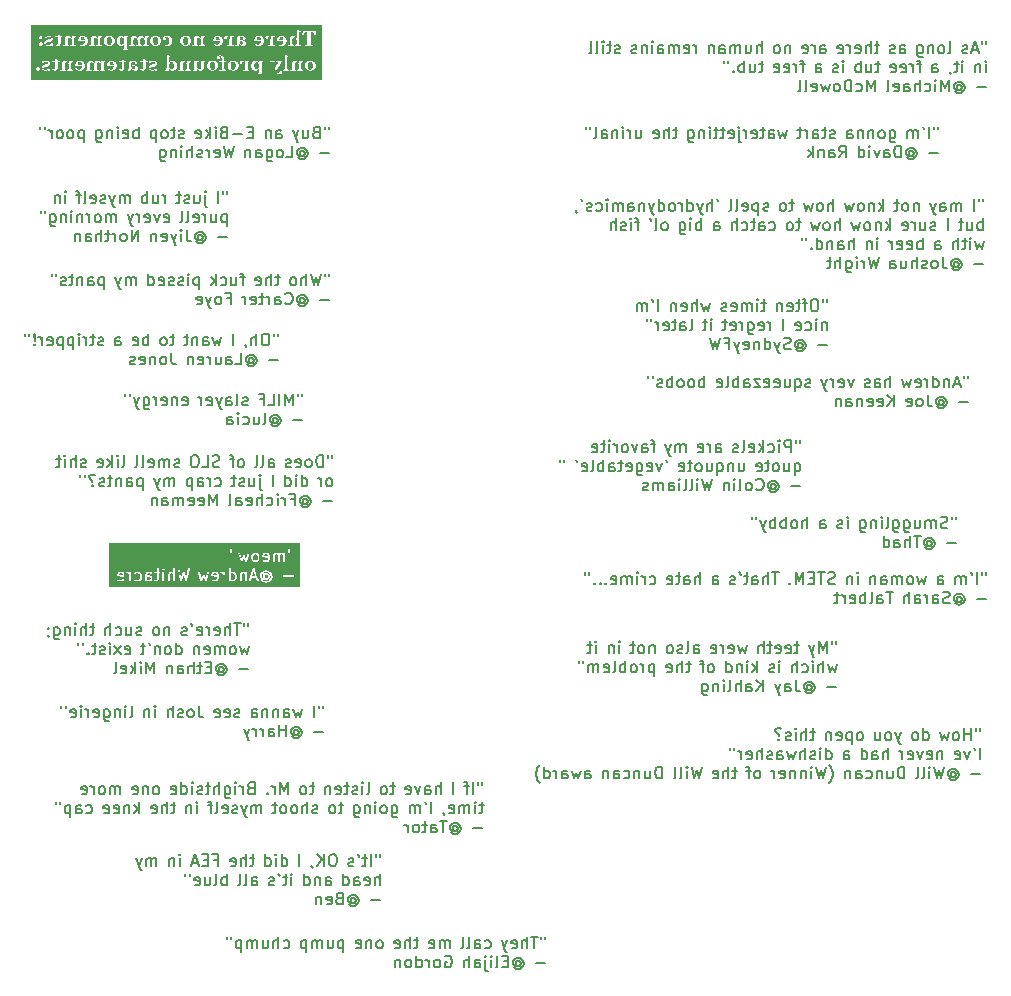
<source format=gbr>
%TF.GenerationSoftware,KiCad,Pcbnew,(7.0.0)*%
%TF.CreationDate,2023-02-28T21:07:10-08:00*%
%TF.ProjectId,semiactive,73656d69-6163-4746-9976-652e6b696361,rev?*%
%TF.SameCoordinates,Original*%
%TF.FileFunction,Legend,Bot*%
%TF.FilePolarity,Positive*%
%FSLAX46Y46*%
G04 Gerber Fmt 4.6, Leading zero omitted, Abs format (unit mm)*
G04 Created by KiCad (PCBNEW (7.0.0)) date 2023-02-28 21:07:10*
%MOMM*%
%LPD*%
G01*
G04 APERTURE LIST*
%ADD10C,0.150000*%
%ADD11C,0.200000*%
G04 APERTURE END LIST*
D10*
X197929523Y-89268380D02*
X197929523Y-89458857D01*
X197548571Y-89268380D02*
X197548571Y-89458857D01*
X197119999Y-90268380D02*
X197119999Y-89268380D01*
X196596190Y-89268380D02*
X196691428Y-89458857D01*
X196167619Y-90268380D02*
X196167619Y-89601714D01*
X196167619Y-89696952D02*
X196120000Y-89649333D01*
X196120000Y-89649333D02*
X196024762Y-89601714D01*
X196024762Y-89601714D02*
X195881905Y-89601714D01*
X195881905Y-89601714D02*
X195786667Y-89649333D01*
X195786667Y-89649333D02*
X195739048Y-89744571D01*
X195739048Y-89744571D02*
X195739048Y-90268380D01*
X195739048Y-89744571D02*
X195691429Y-89649333D01*
X195691429Y-89649333D02*
X195596191Y-89601714D01*
X195596191Y-89601714D02*
X195453334Y-89601714D01*
X195453334Y-89601714D02*
X195358095Y-89649333D01*
X195358095Y-89649333D02*
X195310476Y-89744571D01*
X195310476Y-89744571D02*
X195310476Y-90268380D01*
X193805715Y-90268380D02*
X193805715Y-89744571D01*
X193805715Y-89744571D02*
X193853334Y-89649333D01*
X193853334Y-89649333D02*
X193948572Y-89601714D01*
X193948572Y-89601714D02*
X194139048Y-89601714D01*
X194139048Y-89601714D02*
X194234286Y-89649333D01*
X193805715Y-90220761D02*
X193900953Y-90268380D01*
X193900953Y-90268380D02*
X194139048Y-90268380D01*
X194139048Y-90268380D02*
X194234286Y-90220761D01*
X194234286Y-90220761D02*
X194281905Y-90125523D01*
X194281905Y-90125523D02*
X194281905Y-90030285D01*
X194281905Y-90030285D02*
X194234286Y-89935047D01*
X194234286Y-89935047D02*
X194139048Y-89887428D01*
X194139048Y-89887428D02*
X193900953Y-89887428D01*
X193900953Y-89887428D02*
X193805715Y-89839809D01*
X192824762Y-89601714D02*
X192634286Y-90268380D01*
X192634286Y-90268380D02*
X192443810Y-89792190D01*
X192443810Y-89792190D02*
X192253334Y-90268380D01*
X192253334Y-90268380D02*
X192062858Y-89601714D01*
X191539048Y-90268380D02*
X191634286Y-90220761D01*
X191634286Y-90220761D02*
X191681905Y-90173142D01*
X191681905Y-90173142D02*
X191729524Y-90077904D01*
X191729524Y-90077904D02*
X191729524Y-89792190D01*
X191729524Y-89792190D02*
X191681905Y-89696952D01*
X191681905Y-89696952D02*
X191634286Y-89649333D01*
X191634286Y-89649333D02*
X191539048Y-89601714D01*
X191539048Y-89601714D02*
X191396191Y-89601714D01*
X191396191Y-89601714D02*
X191300953Y-89649333D01*
X191300953Y-89649333D02*
X191253334Y-89696952D01*
X191253334Y-89696952D02*
X191205715Y-89792190D01*
X191205715Y-89792190D02*
X191205715Y-90077904D01*
X191205715Y-90077904D02*
X191253334Y-90173142D01*
X191253334Y-90173142D02*
X191300953Y-90220761D01*
X191300953Y-90220761D02*
X191396191Y-90268380D01*
X191396191Y-90268380D02*
X191539048Y-90268380D01*
X190777143Y-90268380D02*
X190777143Y-89601714D01*
X190777143Y-89696952D02*
X190729524Y-89649333D01*
X190729524Y-89649333D02*
X190634286Y-89601714D01*
X190634286Y-89601714D02*
X190491429Y-89601714D01*
X190491429Y-89601714D02*
X190396191Y-89649333D01*
X190396191Y-89649333D02*
X190348572Y-89744571D01*
X190348572Y-89744571D02*
X190348572Y-90268380D01*
X190348572Y-89744571D02*
X190300953Y-89649333D01*
X190300953Y-89649333D02*
X190205715Y-89601714D01*
X190205715Y-89601714D02*
X190062858Y-89601714D01*
X190062858Y-89601714D02*
X189967619Y-89649333D01*
X189967619Y-89649333D02*
X189920000Y-89744571D01*
X189920000Y-89744571D02*
X189920000Y-90268380D01*
X189015239Y-90268380D02*
X189015239Y-89744571D01*
X189015239Y-89744571D02*
X189062858Y-89649333D01*
X189062858Y-89649333D02*
X189158096Y-89601714D01*
X189158096Y-89601714D02*
X189348572Y-89601714D01*
X189348572Y-89601714D02*
X189443810Y-89649333D01*
X189015239Y-90220761D02*
X189110477Y-90268380D01*
X189110477Y-90268380D02*
X189348572Y-90268380D01*
X189348572Y-90268380D02*
X189443810Y-90220761D01*
X189443810Y-90220761D02*
X189491429Y-90125523D01*
X189491429Y-90125523D02*
X189491429Y-90030285D01*
X189491429Y-90030285D02*
X189443810Y-89935047D01*
X189443810Y-89935047D02*
X189348572Y-89887428D01*
X189348572Y-89887428D02*
X189110477Y-89887428D01*
X189110477Y-89887428D02*
X189015239Y-89839809D01*
X188539048Y-89601714D02*
X188539048Y-90268380D01*
X188539048Y-89696952D02*
X188491429Y-89649333D01*
X188491429Y-89649333D02*
X188396191Y-89601714D01*
X188396191Y-89601714D02*
X188253334Y-89601714D01*
X188253334Y-89601714D02*
X188158096Y-89649333D01*
X188158096Y-89649333D02*
X188110477Y-89744571D01*
X188110477Y-89744571D02*
X188110477Y-90268380D01*
X187034286Y-90268380D02*
X187034286Y-89601714D01*
X187034286Y-89268380D02*
X187081905Y-89316000D01*
X187081905Y-89316000D02*
X187034286Y-89363619D01*
X187034286Y-89363619D02*
X186986667Y-89316000D01*
X186986667Y-89316000D02*
X187034286Y-89268380D01*
X187034286Y-89268380D02*
X187034286Y-89363619D01*
X186558096Y-89601714D02*
X186558096Y-90268380D01*
X186558096Y-89696952D02*
X186510477Y-89649333D01*
X186510477Y-89649333D02*
X186415239Y-89601714D01*
X186415239Y-89601714D02*
X186272382Y-89601714D01*
X186272382Y-89601714D02*
X186177144Y-89649333D01*
X186177144Y-89649333D02*
X186129525Y-89744571D01*
X186129525Y-89744571D02*
X186129525Y-90268380D01*
X185100953Y-90220761D02*
X184958096Y-90268380D01*
X184958096Y-90268380D02*
X184720001Y-90268380D01*
X184720001Y-90268380D02*
X184624763Y-90220761D01*
X184624763Y-90220761D02*
X184577144Y-90173142D01*
X184577144Y-90173142D02*
X184529525Y-90077904D01*
X184529525Y-90077904D02*
X184529525Y-89982666D01*
X184529525Y-89982666D02*
X184577144Y-89887428D01*
X184577144Y-89887428D02*
X184624763Y-89839809D01*
X184624763Y-89839809D02*
X184720001Y-89792190D01*
X184720001Y-89792190D02*
X184910477Y-89744571D01*
X184910477Y-89744571D02*
X185005715Y-89696952D01*
X185005715Y-89696952D02*
X185053334Y-89649333D01*
X185053334Y-89649333D02*
X185100953Y-89554095D01*
X185100953Y-89554095D02*
X185100953Y-89458857D01*
X185100953Y-89458857D02*
X185053334Y-89363619D01*
X185053334Y-89363619D02*
X185005715Y-89316000D01*
X185005715Y-89316000D02*
X184910477Y-89268380D01*
X184910477Y-89268380D02*
X184672382Y-89268380D01*
X184672382Y-89268380D02*
X184529525Y-89316000D01*
X184243810Y-89268380D02*
X183672382Y-89268380D01*
X183958096Y-90268380D02*
X183958096Y-89268380D01*
X183339048Y-89744571D02*
X183005715Y-89744571D01*
X182862858Y-90268380D02*
X183339048Y-90268380D01*
X183339048Y-90268380D02*
X183339048Y-89268380D01*
X183339048Y-89268380D02*
X182862858Y-89268380D01*
X182434286Y-90268380D02*
X182434286Y-89268380D01*
X182434286Y-89268380D02*
X182100953Y-89982666D01*
X182100953Y-89982666D02*
X181767620Y-89268380D01*
X181767620Y-89268380D02*
X181767620Y-90268380D01*
X181291429Y-90173142D02*
X181243810Y-90220761D01*
X181243810Y-90220761D02*
X181291429Y-90268380D01*
X181291429Y-90268380D02*
X181339048Y-90220761D01*
X181339048Y-90220761D02*
X181291429Y-90173142D01*
X181291429Y-90173142D02*
X181291429Y-90268380D01*
X180358096Y-89268380D02*
X179786668Y-89268380D01*
X180072382Y-90268380D02*
X180072382Y-89268380D01*
X179453334Y-90268380D02*
X179453334Y-89268380D01*
X179024763Y-90268380D02*
X179024763Y-89744571D01*
X179024763Y-89744571D02*
X179072382Y-89649333D01*
X179072382Y-89649333D02*
X179167620Y-89601714D01*
X179167620Y-89601714D02*
X179310477Y-89601714D01*
X179310477Y-89601714D02*
X179405715Y-89649333D01*
X179405715Y-89649333D02*
X179453334Y-89696952D01*
X178120001Y-90268380D02*
X178120001Y-89744571D01*
X178120001Y-89744571D02*
X178167620Y-89649333D01*
X178167620Y-89649333D02*
X178262858Y-89601714D01*
X178262858Y-89601714D02*
X178453334Y-89601714D01*
X178453334Y-89601714D02*
X178548572Y-89649333D01*
X178120001Y-90220761D02*
X178215239Y-90268380D01*
X178215239Y-90268380D02*
X178453334Y-90268380D01*
X178453334Y-90268380D02*
X178548572Y-90220761D01*
X178548572Y-90220761D02*
X178596191Y-90125523D01*
X178596191Y-90125523D02*
X178596191Y-90030285D01*
X178596191Y-90030285D02*
X178548572Y-89935047D01*
X178548572Y-89935047D02*
X178453334Y-89887428D01*
X178453334Y-89887428D02*
X178215239Y-89887428D01*
X178215239Y-89887428D02*
X178120001Y-89839809D01*
X177786667Y-89601714D02*
X177405715Y-89601714D01*
X177643810Y-89268380D02*
X177643810Y-90125523D01*
X177643810Y-90125523D02*
X177596191Y-90220761D01*
X177596191Y-90220761D02*
X177500953Y-90268380D01*
X177500953Y-90268380D02*
X177405715Y-90268380D01*
X177024762Y-89268380D02*
X177120000Y-89458857D01*
X176643810Y-90220761D02*
X176548572Y-90268380D01*
X176548572Y-90268380D02*
X176358096Y-90268380D01*
X176358096Y-90268380D02*
X176262858Y-90220761D01*
X176262858Y-90220761D02*
X176215239Y-90125523D01*
X176215239Y-90125523D02*
X176215239Y-90077904D01*
X176215239Y-90077904D02*
X176262858Y-89982666D01*
X176262858Y-89982666D02*
X176358096Y-89935047D01*
X176358096Y-89935047D02*
X176500953Y-89935047D01*
X176500953Y-89935047D02*
X176596191Y-89887428D01*
X176596191Y-89887428D02*
X176643810Y-89792190D01*
X176643810Y-89792190D02*
X176643810Y-89744571D01*
X176643810Y-89744571D02*
X176596191Y-89649333D01*
X176596191Y-89649333D02*
X176500953Y-89601714D01*
X176500953Y-89601714D02*
X176358096Y-89601714D01*
X176358096Y-89601714D02*
X176262858Y-89649333D01*
X174758096Y-90268380D02*
X174758096Y-89744571D01*
X174758096Y-89744571D02*
X174805715Y-89649333D01*
X174805715Y-89649333D02*
X174900953Y-89601714D01*
X174900953Y-89601714D02*
X175091429Y-89601714D01*
X175091429Y-89601714D02*
X175186667Y-89649333D01*
X174758096Y-90220761D02*
X174853334Y-90268380D01*
X174853334Y-90268380D02*
X175091429Y-90268380D01*
X175091429Y-90268380D02*
X175186667Y-90220761D01*
X175186667Y-90220761D02*
X175234286Y-90125523D01*
X175234286Y-90125523D02*
X175234286Y-90030285D01*
X175234286Y-90030285D02*
X175186667Y-89935047D01*
X175186667Y-89935047D02*
X175091429Y-89887428D01*
X175091429Y-89887428D02*
X174853334Y-89887428D01*
X174853334Y-89887428D02*
X174758096Y-89839809D01*
X173681905Y-90268380D02*
X173681905Y-89268380D01*
X173253334Y-90268380D02*
X173253334Y-89744571D01*
X173253334Y-89744571D02*
X173300953Y-89649333D01*
X173300953Y-89649333D02*
X173396191Y-89601714D01*
X173396191Y-89601714D02*
X173539048Y-89601714D01*
X173539048Y-89601714D02*
X173634286Y-89649333D01*
X173634286Y-89649333D02*
X173681905Y-89696952D01*
X172348572Y-90268380D02*
X172348572Y-89744571D01*
X172348572Y-89744571D02*
X172396191Y-89649333D01*
X172396191Y-89649333D02*
X172491429Y-89601714D01*
X172491429Y-89601714D02*
X172681905Y-89601714D01*
X172681905Y-89601714D02*
X172777143Y-89649333D01*
X172348572Y-90220761D02*
X172443810Y-90268380D01*
X172443810Y-90268380D02*
X172681905Y-90268380D01*
X172681905Y-90268380D02*
X172777143Y-90220761D01*
X172777143Y-90220761D02*
X172824762Y-90125523D01*
X172824762Y-90125523D02*
X172824762Y-90030285D01*
X172824762Y-90030285D02*
X172777143Y-89935047D01*
X172777143Y-89935047D02*
X172681905Y-89887428D01*
X172681905Y-89887428D02*
X172443810Y-89887428D01*
X172443810Y-89887428D02*
X172348572Y-89839809D01*
X172015238Y-89601714D02*
X171634286Y-89601714D01*
X171872381Y-89268380D02*
X171872381Y-90125523D01*
X171872381Y-90125523D02*
X171824762Y-90220761D01*
X171824762Y-90220761D02*
X171729524Y-90268380D01*
X171729524Y-90268380D02*
X171634286Y-90268380D01*
X170920000Y-90220761D02*
X171015238Y-90268380D01*
X171015238Y-90268380D02*
X171205714Y-90268380D01*
X171205714Y-90268380D02*
X171300952Y-90220761D01*
X171300952Y-90220761D02*
X171348571Y-90125523D01*
X171348571Y-90125523D02*
X171348571Y-89744571D01*
X171348571Y-89744571D02*
X171300952Y-89649333D01*
X171300952Y-89649333D02*
X171205714Y-89601714D01*
X171205714Y-89601714D02*
X171015238Y-89601714D01*
X171015238Y-89601714D02*
X170920000Y-89649333D01*
X170920000Y-89649333D02*
X170872381Y-89744571D01*
X170872381Y-89744571D02*
X170872381Y-89839809D01*
X170872381Y-89839809D02*
X171348571Y-89935047D01*
X169415238Y-90220761D02*
X169510476Y-90268380D01*
X169510476Y-90268380D02*
X169700952Y-90268380D01*
X169700952Y-90268380D02*
X169796190Y-90220761D01*
X169796190Y-90220761D02*
X169843809Y-90173142D01*
X169843809Y-90173142D02*
X169891428Y-90077904D01*
X169891428Y-90077904D02*
X169891428Y-89792190D01*
X169891428Y-89792190D02*
X169843809Y-89696952D01*
X169843809Y-89696952D02*
X169796190Y-89649333D01*
X169796190Y-89649333D02*
X169700952Y-89601714D01*
X169700952Y-89601714D02*
X169510476Y-89601714D01*
X169510476Y-89601714D02*
X169415238Y-89649333D01*
X168986666Y-90268380D02*
X168986666Y-89601714D01*
X168986666Y-89792190D02*
X168939047Y-89696952D01*
X168939047Y-89696952D02*
X168891428Y-89649333D01*
X168891428Y-89649333D02*
X168796190Y-89601714D01*
X168796190Y-89601714D02*
X168700952Y-89601714D01*
X168367618Y-90268380D02*
X168367618Y-89601714D01*
X168367618Y-89268380D02*
X168415237Y-89316000D01*
X168415237Y-89316000D02*
X168367618Y-89363619D01*
X168367618Y-89363619D02*
X168319999Y-89316000D01*
X168319999Y-89316000D02*
X168367618Y-89268380D01*
X168367618Y-89268380D02*
X168367618Y-89363619D01*
X167891428Y-90268380D02*
X167891428Y-89601714D01*
X167891428Y-89696952D02*
X167843809Y-89649333D01*
X167843809Y-89649333D02*
X167748571Y-89601714D01*
X167748571Y-89601714D02*
X167605714Y-89601714D01*
X167605714Y-89601714D02*
X167510476Y-89649333D01*
X167510476Y-89649333D02*
X167462857Y-89744571D01*
X167462857Y-89744571D02*
X167462857Y-90268380D01*
X167462857Y-89744571D02*
X167415238Y-89649333D01*
X167415238Y-89649333D02*
X167320000Y-89601714D01*
X167320000Y-89601714D02*
X167177143Y-89601714D01*
X167177143Y-89601714D02*
X167081904Y-89649333D01*
X167081904Y-89649333D02*
X167034285Y-89744571D01*
X167034285Y-89744571D02*
X167034285Y-90268380D01*
X166177143Y-90220761D02*
X166272381Y-90268380D01*
X166272381Y-90268380D02*
X166462857Y-90268380D01*
X166462857Y-90268380D02*
X166558095Y-90220761D01*
X166558095Y-90220761D02*
X166605714Y-90125523D01*
X166605714Y-90125523D02*
X166605714Y-89744571D01*
X166605714Y-89744571D02*
X166558095Y-89649333D01*
X166558095Y-89649333D02*
X166462857Y-89601714D01*
X166462857Y-89601714D02*
X166272381Y-89601714D01*
X166272381Y-89601714D02*
X166177143Y-89649333D01*
X166177143Y-89649333D02*
X166129524Y-89744571D01*
X166129524Y-89744571D02*
X166129524Y-89839809D01*
X166129524Y-89839809D02*
X166605714Y-89935047D01*
X165700952Y-90173142D02*
X165653333Y-90220761D01*
X165653333Y-90220761D02*
X165700952Y-90268380D01*
X165700952Y-90268380D02*
X165748571Y-90220761D01*
X165748571Y-90220761D02*
X165700952Y-90173142D01*
X165700952Y-90173142D02*
X165700952Y-90268380D01*
X165224762Y-90173142D02*
X165177143Y-90220761D01*
X165177143Y-90220761D02*
X165224762Y-90268380D01*
X165224762Y-90268380D02*
X165272381Y-90220761D01*
X165272381Y-90220761D02*
X165224762Y-90173142D01*
X165224762Y-90173142D02*
X165224762Y-90268380D01*
X164748571Y-90173142D02*
X164700952Y-90220761D01*
X164700952Y-90220761D02*
X164748571Y-90268380D01*
X164748571Y-90268380D02*
X164796190Y-90220761D01*
X164796190Y-90220761D02*
X164748571Y-90173142D01*
X164748571Y-90173142D02*
X164748571Y-90268380D01*
X164320000Y-89268380D02*
X164320000Y-89458857D01*
X163939048Y-89268380D02*
X163939048Y-89458857D01*
X197881904Y-91507428D02*
X197120000Y-91507428D01*
X195424762Y-91412190D02*
X195472381Y-91364571D01*
X195472381Y-91364571D02*
X195567619Y-91316952D01*
X195567619Y-91316952D02*
X195662857Y-91316952D01*
X195662857Y-91316952D02*
X195758095Y-91364571D01*
X195758095Y-91364571D02*
X195805714Y-91412190D01*
X195805714Y-91412190D02*
X195853333Y-91507428D01*
X195853333Y-91507428D02*
X195853333Y-91602666D01*
X195853333Y-91602666D02*
X195805714Y-91697904D01*
X195805714Y-91697904D02*
X195758095Y-91745523D01*
X195758095Y-91745523D02*
X195662857Y-91793142D01*
X195662857Y-91793142D02*
X195567619Y-91793142D01*
X195567619Y-91793142D02*
X195472381Y-91745523D01*
X195472381Y-91745523D02*
X195424762Y-91697904D01*
X195424762Y-91316952D02*
X195424762Y-91697904D01*
X195424762Y-91697904D02*
X195377143Y-91745523D01*
X195377143Y-91745523D02*
X195329524Y-91745523D01*
X195329524Y-91745523D02*
X195234285Y-91697904D01*
X195234285Y-91697904D02*
X195186666Y-91602666D01*
X195186666Y-91602666D02*
X195186666Y-91364571D01*
X195186666Y-91364571D02*
X195281905Y-91221714D01*
X195281905Y-91221714D02*
X195424762Y-91126476D01*
X195424762Y-91126476D02*
X195615238Y-91078857D01*
X195615238Y-91078857D02*
X195805714Y-91126476D01*
X195805714Y-91126476D02*
X195948571Y-91221714D01*
X195948571Y-91221714D02*
X196043809Y-91364571D01*
X196043809Y-91364571D02*
X196091428Y-91555047D01*
X196091428Y-91555047D02*
X196043809Y-91745523D01*
X196043809Y-91745523D02*
X195948571Y-91888380D01*
X195948571Y-91888380D02*
X195805714Y-91983619D01*
X195805714Y-91983619D02*
X195615238Y-92031238D01*
X195615238Y-92031238D02*
X195424762Y-91983619D01*
X195424762Y-91983619D02*
X195281905Y-91888380D01*
X194805714Y-91840761D02*
X194662857Y-91888380D01*
X194662857Y-91888380D02*
X194424762Y-91888380D01*
X194424762Y-91888380D02*
X194329524Y-91840761D01*
X194329524Y-91840761D02*
X194281905Y-91793142D01*
X194281905Y-91793142D02*
X194234286Y-91697904D01*
X194234286Y-91697904D02*
X194234286Y-91602666D01*
X194234286Y-91602666D02*
X194281905Y-91507428D01*
X194281905Y-91507428D02*
X194329524Y-91459809D01*
X194329524Y-91459809D02*
X194424762Y-91412190D01*
X194424762Y-91412190D02*
X194615238Y-91364571D01*
X194615238Y-91364571D02*
X194710476Y-91316952D01*
X194710476Y-91316952D02*
X194758095Y-91269333D01*
X194758095Y-91269333D02*
X194805714Y-91174095D01*
X194805714Y-91174095D02*
X194805714Y-91078857D01*
X194805714Y-91078857D02*
X194758095Y-90983619D01*
X194758095Y-90983619D02*
X194710476Y-90936000D01*
X194710476Y-90936000D02*
X194615238Y-90888380D01*
X194615238Y-90888380D02*
X194377143Y-90888380D01*
X194377143Y-90888380D02*
X194234286Y-90936000D01*
X193377143Y-91888380D02*
X193377143Y-91364571D01*
X193377143Y-91364571D02*
X193424762Y-91269333D01*
X193424762Y-91269333D02*
X193520000Y-91221714D01*
X193520000Y-91221714D02*
X193710476Y-91221714D01*
X193710476Y-91221714D02*
X193805714Y-91269333D01*
X193377143Y-91840761D02*
X193472381Y-91888380D01*
X193472381Y-91888380D02*
X193710476Y-91888380D01*
X193710476Y-91888380D02*
X193805714Y-91840761D01*
X193805714Y-91840761D02*
X193853333Y-91745523D01*
X193853333Y-91745523D02*
X193853333Y-91650285D01*
X193853333Y-91650285D02*
X193805714Y-91555047D01*
X193805714Y-91555047D02*
X193710476Y-91507428D01*
X193710476Y-91507428D02*
X193472381Y-91507428D01*
X193472381Y-91507428D02*
X193377143Y-91459809D01*
X192900952Y-91888380D02*
X192900952Y-91221714D01*
X192900952Y-91412190D02*
X192853333Y-91316952D01*
X192853333Y-91316952D02*
X192805714Y-91269333D01*
X192805714Y-91269333D02*
X192710476Y-91221714D01*
X192710476Y-91221714D02*
X192615238Y-91221714D01*
X191853333Y-91888380D02*
X191853333Y-91364571D01*
X191853333Y-91364571D02*
X191900952Y-91269333D01*
X191900952Y-91269333D02*
X191996190Y-91221714D01*
X191996190Y-91221714D02*
X192186666Y-91221714D01*
X192186666Y-91221714D02*
X192281904Y-91269333D01*
X191853333Y-91840761D02*
X191948571Y-91888380D01*
X191948571Y-91888380D02*
X192186666Y-91888380D01*
X192186666Y-91888380D02*
X192281904Y-91840761D01*
X192281904Y-91840761D02*
X192329523Y-91745523D01*
X192329523Y-91745523D02*
X192329523Y-91650285D01*
X192329523Y-91650285D02*
X192281904Y-91555047D01*
X192281904Y-91555047D02*
X192186666Y-91507428D01*
X192186666Y-91507428D02*
X191948571Y-91507428D01*
X191948571Y-91507428D02*
X191853333Y-91459809D01*
X191377142Y-91888380D02*
X191377142Y-90888380D01*
X190948571Y-91888380D02*
X190948571Y-91364571D01*
X190948571Y-91364571D02*
X190996190Y-91269333D01*
X190996190Y-91269333D02*
X191091428Y-91221714D01*
X191091428Y-91221714D02*
X191234285Y-91221714D01*
X191234285Y-91221714D02*
X191329523Y-91269333D01*
X191329523Y-91269333D02*
X191377142Y-91316952D01*
X190015237Y-90888380D02*
X189443809Y-90888380D01*
X189729523Y-91888380D02*
X189729523Y-90888380D01*
X188681904Y-91888380D02*
X188681904Y-91364571D01*
X188681904Y-91364571D02*
X188729523Y-91269333D01*
X188729523Y-91269333D02*
X188824761Y-91221714D01*
X188824761Y-91221714D02*
X189015237Y-91221714D01*
X189015237Y-91221714D02*
X189110475Y-91269333D01*
X188681904Y-91840761D02*
X188777142Y-91888380D01*
X188777142Y-91888380D02*
X189015237Y-91888380D01*
X189015237Y-91888380D02*
X189110475Y-91840761D01*
X189110475Y-91840761D02*
X189158094Y-91745523D01*
X189158094Y-91745523D02*
X189158094Y-91650285D01*
X189158094Y-91650285D02*
X189110475Y-91555047D01*
X189110475Y-91555047D02*
X189015237Y-91507428D01*
X189015237Y-91507428D02*
X188777142Y-91507428D01*
X188777142Y-91507428D02*
X188681904Y-91459809D01*
X188062856Y-91888380D02*
X188158094Y-91840761D01*
X188158094Y-91840761D02*
X188205713Y-91745523D01*
X188205713Y-91745523D02*
X188205713Y-90888380D01*
X187681903Y-91888380D02*
X187681903Y-90888380D01*
X187681903Y-91269333D02*
X187586665Y-91221714D01*
X187586665Y-91221714D02*
X187396189Y-91221714D01*
X187396189Y-91221714D02*
X187300951Y-91269333D01*
X187300951Y-91269333D02*
X187253332Y-91316952D01*
X187253332Y-91316952D02*
X187205713Y-91412190D01*
X187205713Y-91412190D02*
X187205713Y-91697904D01*
X187205713Y-91697904D02*
X187253332Y-91793142D01*
X187253332Y-91793142D02*
X187300951Y-91840761D01*
X187300951Y-91840761D02*
X187396189Y-91888380D01*
X187396189Y-91888380D02*
X187586665Y-91888380D01*
X187586665Y-91888380D02*
X187681903Y-91840761D01*
X186396189Y-91840761D02*
X186491427Y-91888380D01*
X186491427Y-91888380D02*
X186681903Y-91888380D01*
X186681903Y-91888380D02*
X186777141Y-91840761D01*
X186777141Y-91840761D02*
X186824760Y-91745523D01*
X186824760Y-91745523D02*
X186824760Y-91364571D01*
X186824760Y-91364571D02*
X186777141Y-91269333D01*
X186777141Y-91269333D02*
X186681903Y-91221714D01*
X186681903Y-91221714D02*
X186491427Y-91221714D01*
X186491427Y-91221714D02*
X186396189Y-91269333D01*
X186396189Y-91269333D02*
X186348570Y-91364571D01*
X186348570Y-91364571D02*
X186348570Y-91459809D01*
X186348570Y-91459809D02*
X186824760Y-91555047D01*
X185919998Y-91888380D02*
X185919998Y-91221714D01*
X185919998Y-91412190D02*
X185872379Y-91316952D01*
X185872379Y-91316952D02*
X185824760Y-91269333D01*
X185824760Y-91269333D02*
X185729522Y-91221714D01*
X185729522Y-91221714D02*
X185634284Y-91221714D01*
X185443807Y-91221714D02*
X185062855Y-91221714D01*
X185300950Y-90888380D02*
X185300950Y-91745523D01*
X185300950Y-91745523D02*
X185253331Y-91840761D01*
X185253331Y-91840761D02*
X185158093Y-91888380D01*
X185158093Y-91888380D02*
X185062855Y-91888380D01*
X142303523Y-51518380D02*
X142303523Y-51708857D01*
X141922571Y-51518380D02*
X141922571Y-51708857D01*
X141160666Y-51994571D02*
X141017809Y-52042190D01*
X141017809Y-52042190D02*
X140970190Y-52089809D01*
X140970190Y-52089809D02*
X140922571Y-52185047D01*
X140922571Y-52185047D02*
X140922571Y-52327904D01*
X140922571Y-52327904D02*
X140970190Y-52423142D01*
X140970190Y-52423142D02*
X141017809Y-52470761D01*
X141017809Y-52470761D02*
X141113047Y-52518380D01*
X141113047Y-52518380D02*
X141493999Y-52518380D01*
X141493999Y-52518380D02*
X141493999Y-51518380D01*
X141493999Y-51518380D02*
X141160666Y-51518380D01*
X141160666Y-51518380D02*
X141065428Y-51566000D01*
X141065428Y-51566000D02*
X141017809Y-51613619D01*
X141017809Y-51613619D02*
X140970190Y-51708857D01*
X140970190Y-51708857D02*
X140970190Y-51804095D01*
X140970190Y-51804095D02*
X141017809Y-51899333D01*
X141017809Y-51899333D02*
X141065428Y-51946952D01*
X141065428Y-51946952D02*
X141160666Y-51994571D01*
X141160666Y-51994571D02*
X141493999Y-51994571D01*
X140065428Y-51851714D02*
X140065428Y-52518380D01*
X140493999Y-51851714D02*
X140493999Y-52375523D01*
X140493999Y-52375523D02*
X140446380Y-52470761D01*
X140446380Y-52470761D02*
X140351142Y-52518380D01*
X140351142Y-52518380D02*
X140208285Y-52518380D01*
X140208285Y-52518380D02*
X140113047Y-52470761D01*
X140113047Y-52470761D02*
X140065428Y-52423142D01*
X139684475Y-51851714D02*
X139446380Y-52518380D01*
X139208285Y-51851714D02*
X139446380Y-52518380D01*
X139446380Y-52518380D02*
X139541618Y-52756476D01*
X139541618Y-52756476D02*
X139589237Y-52804095D01*
X139589237Y-52804095D02*
X139684475Y-52851714D01*
X137798761Y-52518380D02*
X137798761Y-51994571D01*
X137798761Y-51994571D02*
X137846380Y-51899333D01*
X137846380Y-51899333D02*
X137941618Y-51851714D01*
X137941618Y-51851714D02*
X138132094Y-51851714D01*
X138132094Y-51851714D02*
X138227332Y-51899333D01*
X137798761Y-52470761D02*
X137893999Y-52518380D01*
X137893999Y-52518380D02*
X138132094Y-52518380D01*
X138132094Y-52518380D02*
X138227332Y-52470761D01*
X138227332Y-52470761D02*
X138274951Y-52375523D01*
X138274951Y-52375523D02*
X138274951Y-52280285D01*
X138274951Y-52280285D02*
X138227332Y-52185047D01*
X138227332Y-52185047D02*
X138132094Y-52137428D01*
X138132094Y-52137428D02*
X137893999Y-52137428D01*
X137893999Y-52137428D02*
X137798761Y-52089809D01*
X137322570Y-51851714D02*
X137322570Y-52518380D01*
X137322570Y-51946952D02*
X137274951Y-51899333D01*
X137274951Y-51899333D02*
X137179713Y-51851714D01*
X137179713Y-51851714D02*
X137036856Y-51851714D01*
X137036856Y-51851714D02*
X136941618Y-51899333D01*
X136941618Y-51899333D02*
X136893999Y-51994571D01*
X136893999Y-51994571D02*
X136893999Y-52518380D01*
X135817808Y-51994571D02*
X135484475Y-51994571D01*
X135341618Y-52518380D02*
X135817808Y-52518380D01*
X135817808Y-52518380D02*
X135817808Y-51518380D01*
X135817808Y-51518380D02*
X135341618Y-51518380D01*
X134913046Y-52137428D02*
X134151142Y-52137428D01*
X133341618Y-51994571D02*
X133198761Y-52042190D01*
X133198761Y-52042190D02*
X133151142Y-52089809D01*
X133151142Y-52089809D02*
X133103523Y-52185047D01*
X133103523Y-52185047D02*
X133103523Y-52327904D01*
X133103523Y-52327904D02*
X133151142Y-52423142D01*
X133151142Y-52423142D02*
X133198761Y-52470761D01*
X133198761Y-52470761D02*
X133293999Y-52518380D01*
X133293999Y-52518380D02*
X133674951Y-52518380D01*
X133674951Y-52518380D02*
X133674951Y-51518380D01*
X133674951Y-51518380D02*
X133341618Y-51518380D01*
X133341618Y-51518380D02*
X133246380Y-51566000D01*
X133246380Y-51566000D02*
X133198761Y-51613619D01*
X133198761Y-51613619D02*
X133151142Y-51708857D01*
X133151142Y-51708857D02*
X133151142Y-51804095D01*
X133151142Y-51804095D02*
X133198761Y-51899333D01*
X133198761Y-51899333D02*
X133246380Y-51946952D01*
X133246380Y-51946952D02*
X133341618Y-51994571D01*
X133341618Y-51994571D02*
X133674951Y-51994571D01*
X132674951Y-52518380D02*
X132674951Y-51851714D01*
X132674951Y-51518380D02*
X132722570Y-51566000D01*
X132722570Y-51566000D02*
X132674951Y-51613619D01*
X132674951Y-51613619D02*
X132627332Y-51566000D01*
X132627332Y-51566000D02*
X132674951Y-51518380D01*
X132674951Y-51518380D02*
X132674951Y-51613619D01*
X132198761Y-52518380D02*
X132198761Y-51518380D01*
X132103523Y-52137428D02*
X131817809Y-52518380D01*
X131817809Y-51851714D02*
X132198761Y-52232666D01*
X131008285Y-52470761D02*
X131103523Y-52518380D01*
X131103523Y-52518380D02*
X131293999Y-52518380D01*
X131293999Y-52518380D02*
X131389237Y-52470761D01*
X131389237Y-52470761D02*
X131436856Y-52375523D01*
X131436856Y-52375523D02*
X131436856Y-51994571D01*
X131436856Y-51994571D02*
X131389237Y-51899333D01*
X131389237Y-51899333D02*
X131293999Y-51851714D01*
X131293999Y-51851714D02*
X131103523Y-51851714D01*
X131103523Y-51851714D02*
X131008285Y-51899333D01*
X131008285Y-51899333D02*
X130960666Y-51994571D01*
X130960666Y-51994571D02*
X130960666Y-52089809D01*
X130960666Y-52089809D02*
X131436856Y-52185047D01*
X129979713Y-52470761D02*
X129884475Y-52518380D01*
X129884475Y-52518380D02*
X129693999Y-52518380D01*
X129693999Y-52518380D02*
X129598761Y-52470761D01*
X129598761Y-52470761D02*
X129551142Y-52375523D01*
X129551142Y-52375523D02*
X129551142Y-52327904D01*
X129551142Y-52327904D02*
X129598761Y-52232666D01*
X129598761Y-52232666D02*
X129693999Y-52185047D01*
X129693999Y-52185047D02*
X129836856Y-52185047D01*
X129836856Y-52185047D02*
X129932094Y-52137428D01*
X129932094Y-52137428D02*
X129979713Y-52042190D01*
X129979713Y-52042190D02*
X129979713Y-51994571D01*
X129979713Y-51994571D02*
X129932094Y-51899333D01*
X129932094Y-51899333D02*
X129836856Y-51851714D01*
X129836856Y-51851714D02*
X129693999Y-51851714D01*
X129693999Y-51851714D02*
X129598761Y-51899333D01*
X129265427Y-51851714D02*
X128884475Y-51851714D01*
X129122570Y-51518380D02*
X129122570Y-52375523D01*
X129122570Y-52375523D02*
X129074951Y-52470761D01*
X129074951Y-52470761D02*
X128979713Y-52518380D01*
X128979713Y-52518380D02*
X128884475Y-52518380D01*
X128408284Y-52518380D02*
X128503522Y-52470761D01*
X128503522Y-52470761D02*
X128551141Y-52423142D01*
X128551141Y-52423142D02*
X128598760Y-52327904D01*
X128598760Y-52327904D02*
X128598760Y-52042190D01*
X128598760Y-52042190D02*
X128551141Y-51946952D01*
X128551141Y-51946952D02*
X128503522Y-51899333D01*
X128503522Y-51899333D02*
X128408284Y-51851714D01*
X128408284Y-51851714D02*
X128265427Y-51851714D01*
X128265427Y-51851714D02*
X128170189Y-51899333D01*
X128170189Y-51899333D02*
X128122570Y-51946952D01*
X128122570Y-51946952D02*
X128074951Y-52042190D01*
X128074951Y-52042190D02*
X128074951Y-52327904D01*
X128074951Y-52327904D02*
X128122570Y-52423142D01*
X128122570Y-52423142D02*
X128170189Y-52470761D01*
X128170189Y-52470761D02*
X128265427Y-52518380D01*
X128265427Y-52518380D02*
X128408284Y-52518380D01*
X127646379Y-51851714D02*
X127646379Y-52851714D01*
X127646379Y-51899333D02*
X127551141Y-51851714D01*
X127551141Y-51851714D02*
X127360665Y-51851714D01*
X127360665Y-51851714D02*
X127265427Y-51899333D01*
X127265427Y-51899333D02*
X127217808Y-51946952D01*
X127217808Y-51946952D02*
X127170189Y-52042190D01*
X127170189Y-52042190D02*
X127170189Y-52327904D01*
X127170189Y-52327904D02*
X127217808Y-52423142D01*
X127217808Y-52423142D02*
X127265427Y-52470761D01*
X127265427Y-52470761D02*
X127360665Y-52518380D01*
X127360665Y-52518380D02*
X127551141Y-52518380D01*
X127551141Y-52518380D02*
X127646379Y-52470761D01*
X126141617Y-52518380D02*
X126141617Y-51518380D01*
X126141617Y-51899333D02*
X126046379Y-51851714D01*
X126046379Y-51851714D02*
X125855903Y-51851714D01*
X125855903Y-51851714D02*
X125760665Y-51899333D01*
X125760665Y-51899333D02*
X125713046Y-51946952D01*
X125713046Y-51946952D02*
X125665427Y-52042190D01*
X125665427Y-52042190D02*
X125665427Y-52327904D01*
X125665427Y-52327904D02*
X125713046Y-52423142D01*
X125713046Y-52423142D02*
X125760665Y-52470761D01*
X125760665Y-52470761D02*
X125855903Y-52518380D01*
X125855903Y-52518380D02*
X126046379Y-52518380D01*
X126046379Y-52518380D02*
X126141617Y-52470761D01*
X124855903Y-52470761D02*
X124951141Y-52518380D01*
X124951141Y-52518380D02*
X125141617Y-52518380D01*
X125141617Y-52518380D02*
X125236855Y-52470761D01*
X125236855Y-52470761D02*
X125284474Y-52375523D01*
X125284474Y-52375523D02*
X125284474Y-51994571D01*
X125284474Y-51994571D02*
X125236855Y-51899333D01*
X125236855Y-51899333D02*
X125141617Y-51851714D01*
X125141617Y-51851714D02*
X124951141Y-51851714D01*
X124951141Y-51851714D02*
X124855903Y-51899333D01*
X124855903Y-51899333D02*
X124808284Y-51994571D01*
X124808284Y-51994571D02*
X124808284Y-52089809D01*
X124808284Y-52089809D02*
X125284474Y-52185047D01*
X124379712Y-52518380D02*
X124379712Y-51851714D01*
X124379712Y-51518380D02*
X124427331Y-51566000D01*
X124427331Y-51566000D02*
X124379712Y-51613619D01*
X124379712Y-51613619D02*
X124332093Y-51566000D01*
X124332093Y-51566000D02*
X124379712Y-51518380D01*
X124379712Y-51518380D02*
X124379712Y-51613619D01*
X123903522Y-51851714D02*
X123903522Y-52518380D01*
X123903522Y-51946952D02*
X123855903Y-51899333D01*
X123855903Y-51899333D02*
X123760665Y-51851714D01*
X123760665Y-51851714D02*
X123617808Y-51851714D01*
X123617808Y-51851714D02*
X123522570Y-51899333D01*
X123522570Y-51899333D02*
X123474951Y-51994571D01*
X123474951Y-51994571D02*
X123474951Y-52518380D01*
X122570189Y-51851714D02*
X122570189Y-52661238D01*
X122570189Y-52661238D02*
X122617808Y-52756476D01*
X122617808Y-52756476D02*
X122665427Y-52804095D01*
X122665427Y-52804095D02*
X122760665Y-52851714D01*
X122760665Y-52851714D02*
X122903522Y-52851714D01*
X122903522Y-52851714D02*
X122998760Y-52804095D01*
X122570189Y-52470761D02*
X122665427Y-52518380D01*
X122665427Y-52518380D02*
X122855903Y-52518380D01*
X122855903Y-52518380D02*
X122951141Y-52470761D01*
X122951141Y-52470761D02*
X122998760Y-52423142D01*
X122998760Y-52423142D02*
X123046379Y-52327904D01*
X123046379Y-52327904D02*
X123046379Y-52042190D01*
X123046379Y-52042190D02*
X122998760Y-51946952D01*
X122998760Y-51946952D02*
X122951141Y-51899333D01*
X122951141Y-51899333D02*
X122855903Y-51851714D01*
X122855903Y-51851714D02*
X122665427Y-51851714D01*
X122665427Y-51851714D02*
X122570189Y-51899333D01*
X121493998Y-51851714D02*
X121493998Y-52851714D01*
X121493998Y-51899333D02*
X121398760Y-51851714D01*
X121398760Y-51851714D02*
X121208284Y-51851714D01*
X121208284Y-51851714D02*
X121113046Y-51899333D01*
X121113046Y-51899333D02*
X121065427Y-51946952D01*
X121065427Y-51946952D02*
X121017808Y-52042190D01*
X121017808Y-52042190D02*
X121017808Y-52327904D01*
X121017808Y-52327904D02*
X121065427Y-52423142D01*
X121065427Y-52423142D02*
X121113046Y-52470761D01*
X121113046Y-52470761D02*
X121208284Y-52518380D01*
X121208284Y-52518380D02*
X121398760Y-52518380D01*
X121398760Y-52518380D02*
X121493998Y-52470761D01*
X120446379Y-52518380D02*
X120541617Y-52470761D01*
X120541617Y-52470761D02*
X120589236Y-52423142D01*
X120589236Y-52423142D02*
X120636855Y-52327904D01*
X120636855Y-52327904D02*
X120636855Y-52042190D01*
X120636855Y-52042190D02*
X120589236Y-51946952D01*
X120589236Y-51946952D02*
X120541617Y-51899333D01*
X120541617Y-51899333D02*
X120446379Y-51851714D01*
X120446379Y-51851714D02*
X120303522Y-51851714D01*
X120303522Y-51851714D02*
X120208284Y-51899333D01*
X120208284Y-51899333D02*
X120160665Y-51946952D01*
X120160665Y-51946952D02*
X120113046Y-52042190D01*
X120113046Y-52042190D02*
X120113046Y-52327904D01*
X120113046Y-52327904D02*
X120160665Y-52423142D01*
X120160665Y-52423142D02*
X120208284Y-52470761D01*
X120208284Y-52470761D02*
X120303522Y-52518380D01*
X120303522Y-52518380D02*
X120446379Y-52518380D01*
X119541617Y-52518380D02*
X119636855Y-52470761D01*
X119636855Y-52470761D02*
X119684474Y-52423142D01*
X119684474Y-52423142D02*
X119732093Y-52327904D01*
X119732093Y-52327904D02*
X119732093Y-52042190D01*
X119732093Y-52042190D02*
X119684474Y-51946952D01*
X119684474Y-51946952D02*
X119636855Y-51899333D01*
X119636855Y-51899333D02*
X119541617Y-51851714D01*
X119541617Y-51851714D02*
X119398760Y-51851714D01*
X119398760Y-51851714D02*
X119303522Y-51899333D01*
X119303522Y-51899333D02*
X119255903Y-51946952D01*
X119255903Y-51946952D02*
X119208284Y-52042190D01*
X119208284Y-52042190D02*
X119208284Y-52327904D01*
X119208284Y-52327904D02*
X119255903Y-52423142D01*
X119255903Y-52423142D02*
X119303522Y-52470761D01*
X119303522Y-52470761D02*
X119398760Y-52518380D01*
X119398760Y-52518380D02*
X119541617Y-52518380D01*
X118779712Y-52518380D02*
X118779712Y-51851714D01*
X118779712Y-52042190D02*
X118732093Y-51946952D01*
X118732093Y-51946952D02*
X118684474Y-51899333D01*
X118684474Y-51899333D02*
X118589236Y-51851714D01*
X118589236Y-51851714D02*
X118493998Y-51851714D01*
X118208283Y-51518380D02*
X118208283Y-51708857D01*
X117827331Y-51518380D02*
X117827331Y-51708857D01*
X142255904Y-53757428D02*
X141494000Y-53757428D01*
X139798762Y-53662190D02*
X139846381Y-53614571D01*
X139846381Y-53614571D02*
X139941619Y-53566952D01*
X139941619Y-53566952D02*
X140036857Y-53566952D01*
X140036857Y-53566952D02*
X140132095Y-53614571D01*
X140132095Y-53614571D02*
X140179714Y-53662190D01*
X140179714Y-53662190D02*
X140227333Y-53757428D01*
X140227333Y-53757428D02*
X140227333Y-53852666D01*
X140227333Y-53852666D02*
X140179714Y-53947904D01*
X140179714Y-53947904D02*
X140132095Y-53995523D01*
X140132095Y-53995523D02*
X140036857Y-54043142D01*
X140036857Y-54043142D02*
X139941619Y-54043142D01*
X139941619Y-54043142D02*
X139846381Y-53995523D01*
X139846381Y-53995523D02*
X139798762Y-53947904D01*
X139798762Y-53566952D02*
X139798762Y-53947904D01*
X139798762Y-53947904D02*
X139751143Y-53995523D01*
X139751143Y-53995523D02*
X139703524Y-53995523D01*
X139703524Y-53995523D02*
X139608285Y-53947904D01*
X139608285Y-53947904D02*
X139560666Y-53852666D01*
X139560666Y-53852666D02*
X139560666Y-53614571D01*
X139560666Y-53614571D02*
X139655905Y-53471714D01*
X139655905Y-53471714D02*
X139798762Y-53376476D01*
X139798762Y-53376476D02*
X139989238Y-53328857D01*
X139989238Y-53328857D02*
X140179714Y-53376476D01*
X140179714Y-53376476D02*
X140322571Y-53471714D01*
X140322571Y-53471714D02*
X140417809Y-53614571D01*
X140417809Y-53614571D02*
X140465428Y-53805047D01*
X140465428Y-53805047D02*
X140417809Y-53995523D01*
X140417809Y-53995523D02*
X140322571Y-54138380D01*
X140322571Y-54138380D02*
X140179714Y-54233619D01*
X140179714Y-54233619D02*
X139989238Y-54281238D01*
X139989238Y-54281238D02*
X139798762Y-54233619D01*
X139798762Y-54233619D02*
X139655905Y-54138380D01*
X138655905Y-54138380D02*
X139132095Y-54138380D01*
X139132095Y-54138380D02*
X139132095Y-53138380D01*
X138179714Y-54138380D02*
X138274952Y-54090761D01*
X138274952Y-54090761D02*
X138322571Y-54043142D01*
X138322571Y-54043142D02*
X138370190Y-53947904D01*
X138370190Y-53947904D02*
X138370190Y-53662190D01*
X138370190Y-53662190D02*
X138322571Y-53566952D01*
X138322571Y-53566952D02*
X138274952Y-53519333D01*
X138274952Y-53519333D02*
X138179714Y-53471714D01*
X138179714Y-53471714D02*
X138036857Y-53471714D01*
X138036857Y-53471714D02*
X137941619Y-53519333D01*
X137941619Y-53519333D02*
X137894000Y-53566952D01*
X137894000Y-53566952D02*
X137846381Y-53662190D01*
X137846381Y-53662190D02*
X137846381Y-53947904D01*
X137846381Y-53947904D02*
X137894000Y-54043142D01*
X137894000Y-54043142D02*
X137941619Y-54090761D01*
X137941619Y-54090761D02*
X138036857Y-54138380D01*
X138036857Y-54138380D02*
X138179714Y-54138380D01*
X136989238Y-53471714D02*
X136989238Y-54281238D01*
X136989238Y-54281238D02*
X137036857Y-54376476D01*
X137036857Y-54376476D02*
X137084476Y-54424095D01*
X137084476Y-54424095D02*
X137179714Y-54471714D01*
X137179714Y-54471714D02*
X137322571Y-54471714D01*
X137322571Y-54471714D02*
X137417809Y-54424095D01*
X136989238Y-54090761D02*
X137084476Y-54138380D01*
X137084476Y-54138380D02*
X137274952Y-54138380D01*
X137274952Y-54138380D02*
X137370190Y-54090761D01*
X137370190Y-54090761D02*
X137417809Y-54043142D01*
X137417809Y-54043142D02*
X137465428Y-53947904D01*
X137465428Y-53947904D02*
X137465428Y-53662190D01*
X137465428Y-53662190D02*
X137417809Y-53566952D01*
X137417809Y-53566952D02*
X137370190Y-53519333D01*
X137370190Y-53519333D02*
X137274952Y-53471714D01*
X137274952Y-53471714D02*
X137084476Y-53471714D01*
X137084476Y-53471714D02*
X136989238Y-53519333D01*
X136084476Y-54138380D02*
X136084476Y-53614571D01*
X136084476Y-53614571D02*
X136132095Y-53519333D01*
X136132095Y-53519333D02*
X136227333Y-53471714D01*
X136227333Y-53471714D02*
X136417809Y-53471714D01*
X136417809Y-53471714D02*
X136513047Y-53519333D01*
X136084476Y-54090761D02*
X136179714Y-54138380D01*
X136179714Y-54138380D02*
X136417809Y-54138380D01*
X136417809Y-54138380D02*
X136513047Y-54090761D01*
X136513047Y-54090761D02*
X136560666Y-53995523D01*
X136560666Y-53995523D02*
X136560666Y-53900285D01*
X136560666Y-53900285D02*
X136513047Y-53805047D01*
X136513047Y-53805047D02*
X136417809Y-53757428D01*
X136417809Y-53757428D02*
X136179714Y-53757428D01*
X136179714Y-53757428D02*
X136084476Y-53709809D01*
X135608285Y-53471714D02*
X135608285Y-54138380D01*
X135608285Y-53566952D02*
X135560666Y-53519333D01*
X135560666Y-53519333D02*
X135465428Y-53471714D01*
X135465428Y-53471714D02*
X135322571Y-53471714D01*
X135322571Y-53471714D02*
X135227333Y-53519333D01*
X135227333Y-53519333D02*
X135179714Y-53614571D01*
X135179714Y-53614571D02*
X135179714Y-54138380D01*
X134198761Y-53138380D02*
X133960666Y-54138380D01*
X133960666Y-54138380D02*
X133770190Y-53424095D01*
X133770190Y-53424095D02*
X133579714Y-54138380D01*
X133579714Y-54138380D02*
X133341619Y-53138380D01*
X132579714Y-54090761D02*
X132674952Y-54138380D01*
X132674952Y-54138380D02*
X132865428Y-54138380D01*
X132865428Y-54138380D02*
X132960666Y-54090761D01*
X132960666Y-54090761D02*
X133008285Y-53995523D01*
X133008285Y-53995523D02*
X133008285Y-53614571D01*
X133008285Y-53614571D02*
X132960666Y-53519333D01*
X132960666Y-53519333D02*
X132865428Y-53471714D01*
X132865428Y-53471714D02*
X132674952Y-53471714D01*
X132674952Y-53471714D02*
X132579714Y-53519333D01*
X132579714Y-53519333D02*
X132532095Y-53614571D01*
X132532095Y-53614571D02*
X132532095Y-53709809D01*
X132532095Y-53709809D02*
X133008285Y-53805047D01*
X132103523Y-54138380D02*
X132103523Y-53471714D01*
X132103523Y-53662190D02*
X132055904Y-53566952D01*
X132055904Y-53566952D02*
X132008285Y-53519333D01*
X132008285Y-53519333D02*
X131913047Y-53471714D01*
X131913047Y-53471714D02*
X131817809Y-53471714D01*
X131532094Y-54090761D02*
X131436856Y-54138380D01*
X131436856Y-54138380D02*
X131246380Y-54138380D01*
X131246380Y-54138380D02*
X131151142Y-54090761D01*
X131151142Y-54090761D02*
X131103523Y-53995523D01*
X131103523Y-53995523D02*
X131103523Y-53947904D01*
X131103523Y-53947904D02*
X131151142Y-53852666D01*
X131151142Y-53852666D02*
X131246380Y-53805047D01*
X131246380Y-53805047D02*
X131389237Y-53805047D01*
X131389237Y-53805047D02*
X131484475Y-53757428D01*
X131484475Y-53757428D02*
X131532094Y-53662190D01*
X131532094Y-53662190D02*
X131532094Y-53614571D01*
X131532094Y-53614571D02*
X131484475Y-53519333D01*
X131484475Y-53519333D02*
X131389237Y-53471714D01*
X131389237Y-53471714D02*
X131246380Y-53471714D01*
X131246380Y-53471714D02*
X131151142Y-53519333D01*
X130674951Y-54138380D02*
X130674951Y-53138380D01*
X130246380Y-54138380D02*
X130246380Y-53614571D01*
X130246380Y-53614571D02*
X130293999Y-53519333D01*
X130293999Y-53519333D02*
X130389237Y-53471714D01*
X130389237Y-53471714D02*
X130532094Y-53471714D01*
X130532094Y-53471714D02*
X130627332Y-53519333D01*
X130627332Y-53519333D02*
X130674951Y-53566952D01*
X129770189Y-54138380D02*
X129770189Y-53471714D01*
X129770189Y-53138380D02*
X129817808Y-53186000D01*
X129817808Y-53186000D02*
X129770189Y-53233619D01*
X129770189Y-53233619D02*
X129722570Y-53186000D01*
X129722570Y-53186000D02*
X129770189Y-53138380D01*
X129770189Y-53138380D02*
X129770189Y-53233619D01*
X129293999Y-53471714D02*
X129293999Y-54138380D01*
X129293999Y-53566952D02*
X129246380Y-53519333D01*
X129246380Y-53519333D02*
X129151142Y-53471714D01*
X129151142Y-53471714D02*
X129008285Y-53471714D01*
X129008285Y-53471714D02*
X128913047Y-53519333D01*
X128913047Y-53519333D02*
X128865428Y-53614571D01*
X128865428Y-53614571D02*
X128865428Y-54138380D01*
X127960666Y-53471714D02*
X127960666Y-54281238D01*
X127960666Y-54281238D02*
X128008285Y-54376476D01*
X128008285Y-54376476D02*
X128055904Y-54424095D01*
X128055904Y-54424095D02*
X128151142Y-54471714D01*
X128151142Y-54471714D02*
X128293999Y-54471714D01*
X128293999Y-54471714D02*
X128389237Y-54424095D01*
X127960666Y-54090761D02*
X128055904Y-54138380D01*
X128055904Y-54138380D02*
X128246380Y-54138380D01*
X128246380Y-54138380D02*
X128341618Y-54090761D01*
X128341618Y-54090761D02*
X128389237Y-54043142D01*
X128389237Y-54043142D02*
X128436856Y-53947904D01*
X128436856Y-53947904D02*
X128436856Y-53662190D01*
X128436856Y-53662190D02*
X128389237Y-53566952D01*
X128389237Y-53566952D02*
X128341618Y-53519333D01*
X128341618Y-53519333D02*
X128246380Y-53471714D01*
X128246380Y-53471714D02*
X128055904Y-53471714D01*
X128055904Y-53471714D02*
X127960666Y-53519333D01*
X155257523Y-107048380D02*
X155257523Y-107238857D01*
X154876571Y-107048380D02*
X154876571Y-107238857D01*
X154447999Y-108048380D02*
X154447999Y-107048380D01*
X154114666Y-107381714D02*
X153733714Y-107381714D01*
X153971809Y-108048380D02*
X153971809Y-107191238D01*
X153971809Y-107191238D02*
X153924190Y-107096000D01*
X153924190Y-107096000D02*
X153828952Y-107048380D01*
X153828952Y-107048380D02*
X153733714Y-107048380D01*
X152800380Y-108048380D02*
X152800380Y-107048380D01*
X151724190Y-108048380D02*
X151724190Y-107048380D01*
X151295619Y-108048380D02*
X151295619Y-107524571D01*
X151295619Y-107524571D02*
X151343238Y-107429333D01*
X151343238Y-107429333D02*
X151438476Y-107381714D01*
X151438476Y-107381714D02*
X151581333Y-107381714D01*
X151581333Y-107381714D02*
X151676571Y-107429333D01*
X151676571Y-107429333D02*
X151724190Y-107476952D01*
X150390857Y-108048380D02*
X150390857Y-107524571D01*
X150390857Y-107524571D02*
X150438476Y-107429333D01*
X150438476Y-107429333D02*
X150533714Y-107381714D01*
X150533714Y-107381714D02*
X150724190Y-107381714D01*
X150724190Y-107381714D02*
X150819428Y-107429333D01*
X150390857Y-108000761D02*
X150486095Y-108048380D01*
X150486095Y-108048380D02*
X150724190Y-108048380D01*
X150724190Y-108048380D02*
X150819428Y-108000761D01*
X150819428Y-108000761D02*
X150867047Y-107905523D01*
X150867047Y-107905523D02*
X150867047Y-107810285D01*
X150867047Y-107810285D02*
X150819428Y-107715047D01*
X150819428Y-107715047D02*
X150724190Y-107667428D01*
X150724190Y-107667428D02*
X150486095Y-107667428D01*
X150486095Y-107667428D02*
X150390857Y-107619809D01*
X150009904Y-107381714D02*
X149771809Y-108048380D01*
X149771809Y-108048380D02*
X149533714Y-107381714D01*
X148771809Y-108000761D02*
X148867047Y-108048380D01*
X148867047Y-108048380D02*
X149057523Y-108048380D01*
X149057523Y-108048380D02*
X149152761Y-108000761D01*
X149152761Y-108000761D02*
X149200380Y-107905523D01*
X149200380Y-107905523D02*
X149200380Y-107524571D01*
X149200380Y-107524571D02*
X149152761Y-107429333D01*
X149152761Y-107429333D02*
X149057523Y-107381714D01*
X149057523Y-107381714D02*
X148867047Y-107381714D01*
X148867047Y-107381714D02*
X148771809Y-107429333D01*
X148771809Y-107429333D02*
X148724190Y-107524571D01*
X148724190Y-107524571D02*
X148724190Y-107619809D01*
X148724190Y-107619809D02*
X149200380Y-107715047D01*
X147838475Y-107381714D02*
X147457523Y-107381714D01*
X147695618Y-107048380D02*
X147695618Y-107905523D01*
X147695618Y-107905523D02*
X147647999Y-108000761D01*
X147647999Y-108000761D02*
X147552761Y-108048380D01*
X147552761Y-108048380D02*
X147457523Y-108048380D01*
X146981332Y-108048380D02*
X147076570Y-108000761D01*
X147076570Y-108000761D02*
X147124189Y-107953142D01*
X147124189Y-107953142D02*
X147171808Y-107857904D01*
X147171808Y-107857904D02*
X147171808Y-107572190D01*
X147171808Y-107572190D02*
X147124189Y-107476952D01*
X147124189Y-107476952D02*
X147076570Y-107429333D01*
X147076570Y-107429333D02*
X146981332Y-107381714D01*
X146981332Y-107381714D02*
X146838475Y-107381714D01*
X146838475Y-107381714D02*
X146743237Y-107429333D01*
X146743237Y-107429333D02*
X146695618Y-107476952D01*
X146695618Y-107476952D02*
X146647999Y-107572190D01*
X146647999Y-107572190D02*
X146647999Y-107857904D01*
X146647999Y-107857904D02*
X146695618Y-107953142D01*
X146695618Y-107953142D02*
X146743237Y-108000761D01*
X146743237Y-108000761D02*
X146838475Y-108048380D01*
X146838475Y-108048380D02*
X146981332Y-108048380D01*
X145476570Y-108048380D02*
X145571808Y-108000761D01*
X145571808Y-108000761D02*
X145619427Y-107905523D01*
X145619427Y-107905523D02*
X145619427Y-107048380D01*
X145095617Y-108048380D02*
X145095617Y-107381714D01*
X145095617Y-107048380D02*
X145143236Y-107096000D01*
X145143236Y-107096000D02*
X145095617Y-107143619D01*
X145095617Y-107143619D02*
X145047998Y-107096000D01*
X145047998Y-107096000D02*
X145095617Y-107048380D01*
X145095617Y-107048380D02*
X145095617Y-107143619D01*
X144667046Y-108000761D02*
X144571808Y-108048380D01*
X144571808Y-108048380D02*
X144381332Y-108048380D01*
X144381332Y-108048380D02*
X144286094Y-108000761D01*
X144286094Y-108000761D02*
X144238475Y-107905523D01*
X144238475Y-107905523D02*
X144238475Y-107857904D01*
X144238475Y-107857904D02*
X144286094Y-107762666D01*
X144286094Y-107762666D02*
X144381332Y-107715047D01*
X144381332Y-107715047D02*
X144524189Y-107715047D01*
X144524189Y-107715047D02*
X144619427Y-107667428D01*
X144619427Y-107667428D02*
X144667046Y-107572190D01*
X144667046Y-107572190D02*
X144667046Y-107524571D01*
X144667046Y-107524571D02*
X144619427Y-107429333D01*
X144619427Y-107429333D02*
X144524189Y-107381714D01*
X144524189Y-107381714D02*
X144381332Y-107381714D01*
X144381332Y-107381714D02*
X144286094Y-107429333D01*
X143952760Y-107381714D02*
X143571808Y-107381714D01*
X143809903Y-107048380D02*
X143809903Y-107905523D01*
X143809903Y-107905523D02*
X143762284Y-108000761D01*
X143762284Y-108000761D02*
X143667046Y-108048380D01*
X143667046Y-108048380D02*
X143571808Y-108048380D01*
X142857522Y-108000761D02*
X142952760Y-108048380D01*
X142952760Y-108048380D02*
X143143236Y-108048380D01*
X143143236Y-108048380D02*
X143238474Y-108000761D01*
X143238474Y-108000761D02*
X143286093Y-107905523D01*
X143286093Y-107905523D02*
X143286093Y-107524571D01*
X143286093Y-107524571D02*
X143238474Y-107429333D01*
X143238474Y-107429333D02*
X143143236Y-107381714D01*
X143143236Y-107381714D02*
X142952760Y-107381714D01*
X142952760Y-107381714D02*
X142857522Y-107429333D01*
X142857522Y-107429333D02*
X142809903Y-107524571D01*
X142809903Y-107524571D02*
X142809903Y-107619809D01*
X142809903Y-107619809D02*
X143286093Y-107715047D01*
X142381331Y-107381714D02*
X142381331Y-108048380D01*
X142381331Y-107476952D02*
X142333712Y-107429333D01*
X142333712Y-107429333D02*
X142238474Y-107381714D01*
X142238474Y-107381714D02*
X142095617Y-107381714D01*
X142095617Y-107381714D02*
X142000379Y-107429333D01*
X142000379Y-107429333D02*
X141952760Y-107524571D01*
X141952760Y-107524571D02*
X141952760Y-108048380D01*
X141019426Y-107381714D02*
X140638474Y-107381714D01*
X140876569Y-107048380D02*
X140876569Y-107905523D01*
X140876569Y-107905523D02*
X140828950Y-108000761D01*
X140828950Y-108000761D02*
X140733712Y-108048380D01*
X140733712Y-108048380D02*
X140638474Y-108048380D01*
X140162283Y-108048380D02*
X140257521Y-108000761D01*
X140257521Y-108000761D02*
X140305140Y-107953142D01*
X140305140Y-107953142D02*
X140352759Y-107857904D01*
X140352759Y-107857904D02*
X140352759Y-107572190D01*
X140352759Y-107572190D02*
X140305140Y-107476952D01*
X140305140Y-107476952D02*
X140257521Y-107429333D01*
X140257521Y-107429333D02*
X140162283Y-107381714D01*
X140162283Y-107381714D02*
X140019426Y-107381714D01*
X140019426Y-107381714D02*
X139924188Y-107429333D01*
X139924188Y-107429333D02*
X139876569Y-107476952D01*
X139876569Y-107476952D02*
X139828950Y-107572190D01*
X139828950Y-107572190D02*
X139828950Y-107857904D01*
X139828950Y-107857904D02*
X139876569Y-107953142D01*
X139876569Y-107953142D02*
X139924188Y-108000761D01*
X139924188Y-108000761D02*
X140019426Y-108048380D01*
X140019426Y-108048380D02*
X140162283Y-108048380D01*
X138800378Y-108048380D02*
X138800378Y-107048380D01*
X138800378Y-107048380D02*
X138467045Y-107762666D01*
X138467045Y-107762666D02*
X138133712Y-107048380D01*
X138133712Y-107048380D02*
X138133712Y-108048380D01*
X137657521Y-108048380D02*
X137657521Y-107381714D01*
X137657521Y-107572190D02*
X137609902Y-107476952D01*
X137609902Y-107476952D02*
X137562283Y-107429333D01*
X137562283Y-107429333D02*
X137467045Y-107381714D01*
X137467045Y-107381714D02*
X137371807Y-107381714D01*
X137038473Y-107953142D02*
X136990854Y-108000761D01*
X136990854Y-108000761D02*
X137038473Y-108048380D01*
X137038473Y-108048380D02*
X137086092Y-108000761D01*
X137086092Y-108000761D02*
X137038473Y-107953142D01*
X137038473Y-107953142D02*
X137038473Y-108048380D01*
X135628950Y-107524571D02*
X135486093Y-107572190D01*
X135486093Y-107572190D02*
X135438474Y-107619809D01*
X135438474Y-107619809D02*
X135390855Y-107715047D01*
X135390855Y-107715047D02*
X135390855Y-107857904D01*
X135390855Y-107857904D02*
X135438474Y-107953142D01*
X135438474Y-107953142D02*
X135486093Y-108000761D01*
X135486093Y-108000761D02*
X135581331Y-108048380D01*
X135581331Y-108048380D02*
X135962283Y-108048380D01*
X135962283Y-108048380D02*
X135962283Y-107048380D01*
X135962283Y-107048380D02*
X135628950Y-107048380D01*
X135628950Y-107048380D02*
X135533712Y-107096000D01*
X135533712Y-107096000D02*
X135486093Y-107143619D01*
X135486093Y-107143619D02*
X135438474Y-107238857D01*
X135438474Y-107238857D02*
X135438474Y-107334095D01*
X135438474Y-107334095D02*
X135486093Y-107429333D01*
X135486093Y-107429333D02*
X135533712Y-107476952D01*
X135533712Y-107476952D02*
X135628950Y-107524571D01*
X135628950Y-107524571D02*
X135962283Y-107524571D01*
X134962283Y-108048380D02*
X134962283Y-107381714D01*
X134962283Y-107572190D02*
X134914664Y-107476952D01*
X134914664Y-107476952D02*
X134867045Y-107429333D01*
X134867045Y-107429333D02*
X134771807Y-107381714D01*
X134771807Y-107381714D02*
X134676569Y-107381714D01*
X134343235Y-108048380D02*
X134343235Y-107381714D01*
X134343235Y-107048380D02*
X134390854Y-107096000D01*
X134390854Y-107096000D02*
X134343235Y-107143619D01*
X134343235Y-107143619D02*
X134295616Y-107096000D01*
X134295616Y-107096000D02*
X134343235Y-107048380D01*
X134343235Y-107048380D02*
X134343235Y-107143619D01*
X133438474Y-107381714D02*
X133438474Y-108191238D01*
X133438474Y-108191238D02*
X133486093Y-108286476D01*
X133486093Y-108286476D02*
X133533712Y-108334095D01*
X133533712Y-108334095D02*
X133628950Y-108381714D01*
X133628950Y-108381714D02*
X133771807Y-108381714D01*
X133771807Y-108381714D02*
X133867045Y-108334095D01*
X133438474Y-108000761D02*
X133533712Y-108048380D01*
X133533712Y-108048380D02*
X133724188Y-108048380D01*
X133724188Y-108048380D02*
X133819426Y-108000761D01*
X133819426Y-108000761D02*
X133867045Y-107953142D01*
X133867045Y-107953142D02*
X133914664Y-107857904D01*
X133914664Y-107857904D02*
X133914664Y-107572190D01*
X133914664Y-107572190D02*
X133867045Y-107476952D01*
X133867045Y-107476952D02*
X133819426Y-107429333D01*
X133819426Y-107429333D02*
X133724188Y-107381714D01*
X133724188Y-107381714D02*
X133533712Y-107381714D01*
X133533712Y-107381714D02*
X133438474Y-107429333D01*
X132962283Y-108048380D02*
X132962283Y-107048380D01*
X132533712Y-108048380D02*
X132533712Y-107524571D01*
X132533712Y-107524571D02*
X132581331Y-107429333D01*
X132581331Y-107429333D02*
X132676569Y-107381714D01*
X132676569Y-107381714D02*
X132819426Y-107381714D01*
X132819426Y-107381714D02*
X132914664Y-107429333D01*
X132914664Y-107429333D02*
X132962283Y-107476952D01*
X132200378Y-107381714D02*
X131819426Y-107381714D01*
X132057521Y-107048380D02*
X132057521Y-107905523D01*
X132057521Y-107905523D02*
X132009902Y-108000761D01*
X132009902Y-108000761D02*
X131914664Y-108048380D01*
X131914664Y-108048380D02*
X131819426Y-108048380D01*
X131533711Y-108000761D02*
X131438473Y-108048380D01*
X131438473Y-108048380D02*
X131247997Y-108048380D01*
X131247997Y-108048380D02*
X131152759Y-108000761D01*
X131152759Y-108000761D02*
X131105140Y-107905523D01*
X131105140Y-107905523D02*
X131105140Y-107857904D01*
X131105140Y-107857904D02*
X131152759Y-107762666D01*
X131152759Y-107762666D02*
X131247997Y-107715047D01*
X131247997Y-107715047D02*
X131390854Y-107715047D01*
X131390854Y-107715047D02*
X131486092Y-107667428D01*
X131486092Y-107667428D02*
X131533711Y-107572190D01*
X131533711Y-107572190D02*
X131533711Y-107524571D01*
X131533711Y-107524571D02*
X131486092Y-107429333D01*
X131486092Y-107429333D02*
X131390854Y-107381714D01*
X131390854Y-107381714D02*
X131247997Y-107381714D01*
X131247997Y-107381714D02*
X131152759Y-107429333D01*
X130676568Y-108048380D02*
X130676568Y-107381714D01*
X130676568Y-107048380D02*
X130724187Y-107096000D01*
X130724187Y-107096000D02*
X130676568Y-107143619D01*
X130676568Y-107143619D02*
X130628949Y-107096000D01*
X130628949Y-107096000D02*
X130676568Y-107048380D01*
X130676568Y-107048380D02*
X130676568Y-107143619D01*
X129771807Y-108048380D02*
X129771807Y-107048380D01*
X129771807Y-108000761D02*
X129867045Y-108048380D01*
X129867045Y-108048380D02*
X130057521Y-108048380D01*
X130057521Y-108048380D02*
X130152759Y-108000761D01*
X130152759Y-108000761D02*
X130200378Y-107953142D01*
X130200378Y-107953142D02*
X130247997Y-107857904D01*
X130247997Y-107857904D02*
X130247997Y-107572190D01*
X130247997Y-107572190D02*
X130200378Y-107476952D01*
X130200378Y-107476952D02*
X130152759Y-107429333D01*
X130152759Y-107429333D02*
X130057521Y-107381714D01*
X130057521Y-107381714D02*
X129867045Y-107381714D01*
X129867045Y-107381714D02*
X129771807Y-107429333D01*
X128914664Y-108000761D02*
X129009902Y-108048380D01*
X129009902Y-108048380D02*
X129200378Y-108048380D01*
X129200378Y-108048380D02*
X129295616Y-108000761D01*
X129295616Y-108000761D02*
X129343235Y-107905523D01*
X129343235Y-107905523D02*
X129343235Y-107524571D01*
X129343235Y-107524571D02*
X129295616Y-107429333D01*
X129295616Y-107429333D02*
X129200378Y-107381714D01*
X129200378Y-107381714D02*
X129009902Y-107381714D01*
X129009902Y-107381714D02*
X128914664Y-107429333D01*
X128914664Y-107429333D02*
X128867045Y-107524571D01*
X128867045Y-107524571D02*
X128867045Y-107619809D01*
X128867045Y-107619809D02*
X129343235Y-107715047D01*
X127695616Y-108048380D02*
X127790854Y-108000761D01*
X127790854Y-108000761D02*
X127838473Y-107953142D01*
X127838473Y-107953142D02*
X127886092Y-107857904D01*
X127886092Y-107857904D02*
X127886092Y-107572190D01*
X127886092Y-107572190D02*
X127838473Y-107476952D01*
X127838473Y-107476952D02*
X127790854Y-107429333D01*
X127790854Y-107429333D02*
X127695616Y-107381714D01*
X127695616Y-107381714D02*
X127552759Y-107381714D01*
X127552759Y-107381714D02*
X127457521Y-107429333D01*
X127457521Y-107429333D02*
X127409902Y-107476952D01*
X127409902Y-107476952D02*
X127362283Y-107572190D01*
X127362283Y-107572190D02*
X127362283Y-107857904D01*
X127362283Y-107857904D02*
X127409902Y-107953142D01*
X127409902Y-107953142D02*
X127457521Y-108000761D01*
X127457521Y-108000761D02*
X127552759Y-108048380D01*
X127552759Y-108048380D02*
X127695616Y-108048380D01*
X126933711Y-107381714D02*
X126933711Y-108048380D01*
X126933711Y-107476952D02*
X126886092Y-107429333D01*
X126886092Y-107429333D02*
X126790854Y-107381714D01*
X126790854Y-107381714D02*
X126647997Y-107381714D01*
X126647997Y-107381714D02*
X126552759Y-107429333D01*
X126552759Y-107429333D02*
X126505140Y-107524571D01*
X126505140Y-107524571D02*
X126505140Y-108048380D01*
X125647997Y-108000761D02*
X125743235Y-108048380D01*
X125743235Y-108048380D02*
X125933711Y-108048380D01*
X125933711Y-108048380D02*
X126028949Y-108000761D01*
X126028949Y-108000761D02*
X126076568Y-107905523D01*
X126076568Y-107905523D02*
X126076568Y-107524571D01*
X126076568Y-107524571D02*
X126028949Y-107429333D01*
X126028949Y-107429333D02*
X125933711Y-107381714D01*
X125933711Y-107381714D02*
X125743235Y-107381714D01*
X125743235Y-107381714D02*
X125647997Y-107429333D01*
X125647997Y-107429333D02*
X125600378Y-107524571D01*
X125600378Y-107524571D02*
X125600378Y-107619809D01*
X125600378Y-107619809D02*
X126076568Y-107715047D01*
X124571806Y-108048380D02*
X124571806Y-107381714D01*
X124571806Y-107476952D02*
X124524187Y-107429333D01*
X124524187Y-107429333D02*
X124428949Y-107381714D01*
X124428949Y-107381714D02*
X124286092Y-107381714D01*
X124286092Y-107381714D02*
X124190854Y-107429333D01*
X124190854Y-107429333D02*
X124143235Y-107524571D01*
X124143235Y-107524571D02*
X124143235Y-108048380D01*
X124143235Y-107524571D02*
X124095616Y-107429333D01*
X124095616Y-107429333D02*
X124000378Y-107381714D01*
X124000378Y-107381714D02*
X123857521Y-107381714D01*
X123857521Y-107381714D02*
X123762282Y-107429333D01*
X123762282Y-107429333D02*
X123714663Y-107524571D01*
X123714663Y-107524571D02*
X123714663Y-108048380D01*
X123095616Y-108048380D02*
X123190854Y-108000761D01*
X123190854Y-108000761D02*
X123238473Y-107953142D01*
X123238473Y-107953142D02*
X123286092Y-107857904D01*
X123286092Y-107857904D02*
X123286092Y-107572190D01*
X123286092Y-107572190D02*
X123238473Y-107476952D01*
X123238473Y-107476952D02*
X123190854Y-107429333D01*
X123190854Y-107429333D02*
X123095616Y-107381714D01*
X123095616Y-107381714D02*
X122952759Y-107381714D01*
X122952759Y-107381714D02*
X122857521Y-107429333D01*
X122857521Y-107429333D02*
X122809902Y-107476952D01*
X122809902Y-107476952D02*
X122762283Y-107572190D01*
X122762283Y-107572190D02*
X122762283Y-107857904D01*
X122762283Y-107857904D02*
X122809902Y-107953142D01*
X122809902Y-107953142D02*
X122857521Y-108000761D01*
X122857521Y-108000761D02*
X122952759Y-108048380D01*
X122952759Y-108048380D02*
X123095616Y-108048380D01*
X122333711Y-108048380D02*
X122333711Y-107381714D01*
X122333711Y-107572190D02*
X122286092Y-107476952D01*
X122286092Y-107476952D02*
X122238473Y-107429333D01*
X122238473Y-107429333D02*
X122143235Y-107381714D01*
X122143235Y-107381714D02*
X122047997Y-107381714D01*
X121333711Y-108000761D02*
X121428949Y-108048380D01*
X121428949Y-108048380D02*
X121619425Y-108048380D01*
X121619425Y-108048380D02*
X121714663Y-108000761D01*
X121714663Y-108000761D02*
X121762282Y-107905523D01*
X121762282Y-107905523D02*
X121762282Y-107524571D01*
X121762282Y-107524571D02*
X121714663Y-107429333D01*
X121714663Y-107429333D02*
X121619425Y-107381714D01*
X121619425Y-107381714D02*
X121428949Y-107381714D01*
X121428949Y-107381714D02*
X121333711Y-107429333D01*
X121333711Y-107429333D02*
X121286092Y-107524571D01*
X121286092Y-107524571D02*
X121286092Y-107619809D01*
X121286092Y-107619809D02*
X121762282Y-107715047D01*
X155352761Y-109001714D02*
X154971809Y-109001714D01*
X155209904Y-108668380D02*
X155209904Y-109525523D01*
X155209904Y-109525523D02*
X155162285Y-109620761D01*
X155162285Y-109620761D02*
X155067047Y-109668380D01*
X155067047Y-109668380D02*
X154971809Y-109668380D01*
X154638475Y-109668380D02*
X154638475Y-109001714D01*
X154638475Y-108668380D02*
X154686094Y-108716000D01*
X154686094Y-108716000D02*
X154638475Y-108763619D01*
X154638475Y-108763619D02*
X154590856Y-108716000D01*
X154590856Y-108716000D02*
X154638475Y-108668380D01*
X154638475Y-108668380D02*
X154638475Y-108763619D01*
X154162285Y-109668380D02*
X154162285Y-109001714D01*
X154162285Y-109096952D02*
X154114666Y-109049333D01*
X154114666Y-109049333D02*
X154019428Y-109001714D01*
X154019428Y-109001714D02*
X153876571Y-109001714D01*
X153876571Y-109001714D02*
X153781333Y-109049333D01*
X153781333Y-109049333D02*
X153733714Y-109144571D01*
X153733714Y-109144571D02*
X153733714Y-109668380D01*
X153733714Y-109144571D02*
X153686095Y-109049333D01*
X153686095Y-109049333D02*
X153590857Y-109001714D01*
X153590857Y-109001714D02*
X153448000Y-109001714D01*
X153448000Y-109001714D02*
X153352761Y-109049333D01*
X153352761Y-109049333D02*
X153305142Y-109144571D01*
X153305142Y-109144571D02*
X153305142Y-109668380D01*
X152448000Y-109620761D02*
X152543238Y-109668380D01*
X152543238Y-109668380D02*
X152733714Y-109668380D01*
X152733714Y-109668380D02*
X152828952Y-109620761D01*
X152828952Y-109620761D02*
X152876571Y-109525523D01*
X152876571Y-109525523D02*
X152876571Y-109144571D01*
X152876571Y-109144571D02*
X152828952Y-109049333D01*
X152828952Y-109049333D02*
X152733714Y-109001714D01*
X152733714Y-109001714D02*
X152543238Y-109001714D01*
X152543238Y-109001714D02*
X152448000Y-109049333D01*
X152448000Y-109049333D02*
X152400381Y-109144571D01*
X152400381Y-109144571D02*
X152400381Y-109239809D01*
X152400381Y-109239809D02*
X152876571Y-109335047D01*
X151924190Y-109620761D02*
X151924190Y-109668380D01*
X151924190Y-109668380D02*
X151971809Y-109763619D01*
X151971809Y-109763619D02*
X152019428Y-109811238D01*
X150895619Y-109668380D02*
X150895619Y-108668380D01*
X150371810Y-108668380D02*
X150467048Y-108858857D01*
X149943239Y-109668380D02*
X149943239Y-109001714D01*
X149943239Y-109096952D02*
X149895620Y-109049333D01*
X149895620Y-109049333D02*
X149800382Y-109001714D01*
X149800382Y-109001714D02*
X149657525Y-109001714D01*
X149657525Y-109001714D02*
X149562287Y-109049333D01*
X149562287Y-109049333D02*
X149514668Y-109144571D01*
X149514668Y-109144571D02*
X149514668Y-109668380D01*
X149514668Y-109144571D02*
X149467049Y-109049333D01*
X149467049Y-109049333D02*
X149371811Y-109001714D01*
X149371811Y-109001714D02*
X149228954Y-109001714D01*
X149228954Y-109001714D02*
X149133715Y-109049333D01*
X149133715Y-109049333D02*
X149086096Y-109144571D01*
X149086096Y-109144571D02*
X149086096Y-109668380D01*
X147581335Y-109001714D02*
X147581335Y-109811238D01*
X147581335Y-109811238D02*
X147628954Y-109906476D01*
X147628954Y-109906476D02*
X147676573Y-109954095D01*
X147676573Y-109954095D02*
X147771811Y-110001714D01*
X147771811Y-110001714D02*
X147914668Y-110001714D01*
X147914668Y-110001714D02*
X148009906Y-109954095D01*
X147581335Y-109620761D02*
X147676573Y-109668380D01*
X147676573Y-109668380D02*
X147867049Y-109668380D01*
X147867049Y-109668380D02*
X147962287Y-109620761D01*
X147962287Y-109620761D02*
X148009906Y-109573142D01*
X148009906Y-109573142D02*
X148057525Y-109477904D01*
X148057525Y-109477904D02*
X148057525Y-109192190D01*
X148057525Y-109192190D02*
X148009906Y-109096952D01*
X148009906Y-109096952D02*
X147962287Y-109049333D01*
X147962287Y-109049333D02*
X147867049Y-109001714D01*
X147867049Y-109001714D02*
X147676573Y-109001714D01*
X147676573Y-109001714D02*
X147581335Y-109049333D01*
X146962287Y-109668380D02*
X147057525Y-109620761D01*
X147057525Y-109620761D02*
X147105144Y-109573142D01*
X147105144Y-109573142D02*
X147152763Y-109477904D01*
X147152763Y-109477904D02*
X147152763Y-109192190D01*
X147152763Y-109192190D02*
X147105144Y-109096952D01*
X147105144Y-109096952D02*
X147057525Y-109049333D01*
X147057525Y-109049333D02*
X146962287Y-109001714D01*
X146962287Y-109001714D02*
X146819430Y-109001714D01*
X146819430Y-109001714D02*
X146724192Y-109049333D01*
X146724192Y-109049333D02*
X146676573Y-109096952D01*
X146676573Y-109096952D02*
X146628954Y-109192190D01*
X146628954Y-109192190D02*
X146628954Y-109477904D01*
X146628954Y-109477904D02*
X146676573Y-109573142D01*
X146676573Y-109573142D02*
X146724192Y-109620761D01*
X146724192Y-109620761D02*
X146819430Y-109668380D01*
X146819430Y-109668380D02*
X146962287Y-109668380D01*
X146200382Y-109668380D02*
X146200382Y-109001714D01*
X146200382Y-108668380D02*
X146248001Y-108716000D01*
X146248001Y-108716000D02*
X146200382Y-108763619D01*
X146200382Y-108763619D02*
X146152763Y-108716000D01*
X146152763Y-108716000D02*
X146200382Y-108668380D01*
X146200382Y-108668380D02*
X146200382Y-108763619D01*
X145724192Y-109001714D02*
X145724192Y-109668380D01*
X145724192Y-109096952D02*
X145676573Y-109049333D01*
X145676573Y-109049333D02*
X145581335Y-109001714D01*
X145581335Y-109001714D02*
X145438478Y-109001714D01*
X145438478Y-109001714D02*
X145343240Y-109049333D01*
X145343240Y-109049333D02*
X145295621Y-109144571D01*
X145295621Y-109144571D02*
X145295621Y-109668380D01*
X144390859Y-109001714D02*
X144390859Y-109811238D01*
X144390859Y-109811238D02*
X144438478Y-109906476D01*
X144438478Y-109906476D02*
X144486097Y-109954095D01*
X144486097Y-109954095D02*
X144581335Y-110001714D01*
X144581335Y-110001714D02*
X144724192Y-110001714D01*
X144724192Y-110001714D02*
X144819430Y-109954095D01*
X144390859Y-109620761D02*
X144486097Y-109668380D01*
X144486097Y-109668380D02*
X144676573Y-109668380D01*
X144676573Y-109668380D02*
X144771811Y-109620761D01*
X144771811Y-109620761D02*
X144819430Y-109573142D01*
X144819430Y-109573142D02*
X144867049Y-109477904D01*
X144867049Y-109477904D02*
X144867049Y-109192190D01*
X144867049Y-109192190D02*
X144819430Y-109096952D01*
X144819430Y-109096952D02*
X144771811Y-109049333D01*
X144771811Y-109049333D02*
X144676573Y-109001714D01*
X144676573Y-109001714D02*
X144486097Y-109001714D01*
X144486097Y-109001714D02*
X144390859Y-109049333D01*
X143457525Y-109001714D02*
X143076573Y-109001714D01*
X143314668Y-108668380D02*
X143314668Y-109525523D01*
X143314668Y-109525523D02*
X143267049Y-109620761D01*
X143267049Y-109620761D02*
X143171811Y-109668380D01*
X143171811Y-109668380D02*
X143076573Y-109668380D01*
X142600382Y-109668380D02*
X142695620Y-109620761D01*
X142695620Y-109620761D02*
X142743239Y-109573142D01*
X142743239Y-109573142D02*
X142790858Y-109477904D01*
X142790858Y-109477904D02*
X142790858Y-109192190D01*
X142790858Y-109192190D02*
X142743239Y-109096952D01*
X142743239Y-109096952D02*
X142695620Y-109049333D01*
X142695620Y-109049333D02*
X142600382Y-109001714D01*
X142600382Y-109001714D02*
X142457525Y-109001714D01*
X142457525Y-109001714D02*
X142362287Y-109049333D01*
X142362287Y-109049333D02*
X142314668Y-109096952D01*
X142314668Y-109096952D02*
X142267049Y-109192190D01*
X142267049Y-109192190D02*
X142267049Y-109477904D01*
X142267049Y-109477904D02*
X142314668Y-109573142D01*
X142314668Y-109573142D02*
X142362287Y-109620761D01*
X142362287Y-109620761D02*
X142457525Y-109668380D01*
X142457525Y-109668380D02*
X142600382Y-109668380D01*
X141286096Y-109620761D02*
X141190858Y-109668380D01*
X141190858Y-109668380D02*
X141000382Y-109668380D01*
X141000382Y-109668380D02*
X140905144Y-109620761D01*
X140905144Y-109620761D02*
X140857525Y-109525523D01*
X140857525Y-109525523D02*
X140857525Y-109477904D01*
X140857525Y-109477904D02*
X140905144Y-109382666D01*
X140905144Y-109382666D02*
X141000382Y-109335047D01*
X141000382Y-109335047D02*
X141143239Y-109335047D01*
X141143239Y-109335047D02*
X141238477Y-109287428D01*
X141238477Y-109287428D02*
X141286096Y-109192190D01*
X141286096Y-109192190D02*
X141286096Y-109144571D01*
X141286096Y-109144571D02*
X141238477Y-109049333D01*
X141238477Y-109049333D02*
X141143239Y-109001714D01*
X141143239Y-109001714D02*
X141000382Y-109001714D01*
X141000382Y-109001714D02*
X140905144Y-109049333D01*
X140428953Y-109668380D02*
X140428953Y-108668380D01*
X140000382Y-109668380D02*
X140000382Y-109144571D01*
X140000382Y-109144571D02*
X140048001Y-109049333D01*
X140048001Y-109049333D02*
X140143239Y-109001714D01*
X140143239Y-109001714D02*
X140286096Y-109001714D01*
X140286096Y-109001714D02*
X140381334Y-109049333D01*
X140381334Y-109049333D02*
X140428953Y-109096952D01*
X139381334Y-109668380D02*
X139476572Y-109620761D01*
X139476572Y-109620761D02*
X139524191Y-109573142D01*
X139524191Y-109573142D02*
X139571810Y-109477904D01*
X139571810Y-109477904D02*
X139571810Y-109192190D01*
X139571810Y-109192190D02*
X139524191Y-109096952D01*
X139524191Y-109096952D02*
X139476572Y-109049333D01*
X139476572Y-109049333D02*
X139381334Y-109001714D01*
X139381334Y-109001714D02*
X139238477Y-109001714D01*
X139238477Y-109001714D02*
X139143239Y-109049333D01*
X139143239Y-109049333D02*
X139095620Y-109096952D01*
X139095620Y-109096952D02*
X139048001Y-109192190D01*
X139048001Y-109192190D02*
X139048001Y-109477904D01*
X139048001Y-109477904D02*
X139095620Y-109573142D01*
X139095620Y-109573142D02*
X139143239Y-109620761D01*
X139143239Y-109620761D02*
X139238477Y-109668380D01*
X139238477Y-109668380D02*
X139381334Y-109668380D01*
X138476572Y-109668380D02*
X138571810Y-109620761D01*
X138571810Y-109620761D02*
X138619429Y-109573142D01*
X138619429Y-109573142D02*
X138667048Y-109477904D01*
X138667048Y-109477904D02*
X138667048Y-109192190D01*
X138667048Y-109192190D02*
X138619429Y-109096952D01*
X138619429Y-109096952D02*
X138571810Y-109049333D01*
X138571810Y-109049333D02*
X138476572Y-109001714D01*
X138476572Y-109001714D02*
X138333715Y-109001714D01*
X138333715Y-109001714D02*
X138238477Y-109049333D01*
X138238477Y-109049333D02*
X138190858Y-109096952D01*
X138190858Y-109096952D02*
X138143239Y-109192190D01*
X138143239Y-109192190D02*
X138143239Y-109477904D01*
X138143239Y-109477904D02*
X138190858Y-109573142D01*
X138190858Y-109573142D02*
X138238477Y-109620761D01*
X138238477Y-109620761D02*
X138333715Y-109668380D01*
X138333715Y-109668380D02*
X138476572Y-109668380D01*
X137857524Y-109001714D02*
X137476572Y-109001714D01*
X137714667Y-108668380D02*
X137714667Y-109525523D01*
X137714667Y-109525523D02*
X137667048Y-109620761D01*
X137667048Y-109620761D02*
X137571810Y-109668380D01*
X137571810Y-109668380D02*
X137476572Y-109668380D01*
X136543238Y-109668380D02*
X136543238Y-109001714D01*
X136543238Y-109096952D02*
X136495619Y-109049333D01*
X136495619Y-109049333D02*
X136400381Y-109001714D01*
X136400381Y-109001714D02*
X136257524Y-109001714D01*
X136257524Y-109001714D02*
X136162286Y-109049333D01*
X136162286Y-109049333D02*
X136114667Y-109144571D01*
X136114667Y-109144571D02*
X136114667Y-109668380D01*
X136114667Y-109144571D02*
X136067048Y-109049333D01*
X136067048Y-109049333D02*
X135971810Y-109001714D01*
X135971810Y-109001714D02*
X135828953Y-109001714D01*
X135828953Y-109001714D02*
X135733714Y-109049333D01*
X135733714Y-109049333D02*
X135686095Y-109144571D01*
X135686095Y-109144571D02*
X135686095Y-109668380D01*
X135305143Y-109001714D02*
X135067048Y-109668380D01*
X134828953Y-109001714D02*
X135067048Y-109668380D01*
X135067048Y-109668380D02*
X135162286Y-109906476D01*
X135162286Y-109906476D02*
X135209905Y-109954095D01*
X135209905Y-109954095D02*
X135305143Y-110001714D01*
X134495619Y-109620761D02*
X134400381Y-109668380D01*
X134400381Y-109668380D02*
X134209905Y-109668380D01*
X134209905Y-109668380D02*
X134114667Y-109620761D01*
X134114667Y-109620761D02*
X134067048Y-109525523D01*
X134067048Y-109525523D02*
X134067048Y-109477904D01*
X134067048Y-109477904D02*
X134114667Y-109382666D01*
X134114667Y-109382666D02*
X134209905Y-109335047D01*
X134209905Y-109335047D02*
X134352762Y-109335047D01*
X134352762Y-109335047D02*
X134448000Y-109287428D01*
X134448000Y-109287428D02*
X134495619Y-109192190D01*
X134495619Y-109192190D02*
X134495619Y-109144571D01*
X134495619Y-109144571D02*
X134448000Y-109049333D01*
X134448000Y-109049333D02*
X134352762Y-109001714D01*
X134352762Y-109001714D02*
X134209905Y-109001714D01*
X134209905Y-109001714D02*
X134114667Y-109049333D01*
X133257524Y-109620761D02*
X133352762Y-109668380D01*
X133352762Y-109668380D02*
X133543238Y-109668380D01*
X133543238Y-109668380D02*
X133638476Y-109620761D01*
X133638476Y-109620761D02*
X133686095Y-109525523D01*
X133686095Y-109525523D02*
X133686095Y-109144571D01*
X133686095Y-109144571D02*
X133638476Y-109049333D01*
X133638476Y-109049333D02*
X133543238Y-109001714D01*
X133543238Y-109001714D02*
X133352762Y-109001714D01*
X133352762Y-109001714D02*
X133257524Y-109049333D01*
X133257524Y-109049333D02*
X133209905Y-109144571D01*
X133209905Y-109144571D02*
X133209905Y-109239809D01*
X133209905Y-109239809D02*
X133686095Y-109335047D01*
X132638476Y-109668380D02*
X132733714Y-109620761D01*
X132733714Y-109620761D02*
X132781333Y-109525523D01*
X132781333Y-109525523D02*
X132781333Y-108668380D01*
X132400380Y-109001714D02*
X132019428Y-109001714D01*
X132257523Y-109668380D02*
X132257523Y-108811238D01*
X132257523Y-108811238D02*
X132209904Y-108716000D01*
X132209904Y-108716000D02*
X132114666Y-108668380D01*
X132114666Y-108668380D02*
X132019428Y-108668380D01*
X131086094Y-109668380D02*
X131086094Y-109001714D01*
X131086094Y-108668380D02*
X131133713Y-108716000D01*
X131133713Y-108716000D02*
X131086094Y-108763619D01*
X131086094Y-108763619D02*
X131038475Y-108716000D01*
X131038475Y-108716000D02*
X131086094Y-108668380D01*
X131086094Y-108668380D02*
X131086094Y-108763619D01*
X130609904Y-109001714D02*
X130609904Y-109668380D01*
X130609904Y-109096952D02*
X130562285Y-109049333D01*
X130562285Y-109049333D02*
X130467047Y-109001714D01*
X130467047Y-109001714D02*
X130324190Y-109001714D01*
X130324190Y-109001714D02*
X130228952Y-109049333D01*
X130228952Y-109049333D02*
X130181333Y-109144571D01*
X130181333Y-109144571D02*
X130181333Y-109668380D01*
X129247999Y-109001714D02*
X128867047Y-109001714D01*
X129105142Y-108668380D02*
X129105142Y-109525523D01*
X129105142Y-109525523D02*
X129057523Y-109620761D01*
X129057523Y-109620761D02*
X128962285Y-109668380D01*
X128962285Y-109668380D02*
X128867047Y-109668380D01*
X128533713Y-109668380D02*
X128533713Y-108668380D01*
X128105142Y-109668380D02*
X128105142Y-109144571D01*
X128105142Y-109144571D02*
X128152761Y-109049333D01*
X128152761Y-109049333D02*
X128247999Y-109001714D01*
X128247999Y-109001714D02*
X128390856Y-109001714D01*
X128390856Y-109001714D02*
X128486094Y-109049333D01*
X128486094Y-109049333D02*
X128533713Y-109096952D01*
X127247999Y-109620761D02*
X127343237Y-109668380D01*
X127343237Y-109668380D02*
X127533713Y-109668380D01*
X127533713Y-109668380D02*
X127628951Y-109620761D01*
X127628951Y-109620761D02*
X127676570Y-109525523D01*
X127676570Y-109525523D02*
X127676570Y-109144571D01*
X127676570Y-109144571D02*
X127628951Y-109049333D01*
X127628951Y-109049333D02*
X127533713Y-109001714D01*
X127533713Y-109001714D02*
X127343237Y-109001714D01*
X127343237Y-109001714D02*
X127247999Y-109049333D01*
X127247999Y-109049333D02*
X127200380Y-109144571D01*
X127200380Y-109144571D02*
X127200380Y-109239809D01*
X127200380Y-109239809D02*
X127676570Y-109335047D01*
X126171808Y-109668380D02*
X126171808Y-108668380D01*
X126076570Y-109287428D02*
X125790856Y-109668380D01*
X125790856Y-109001714D02*
X126171808Y-109382666D01*
X125362284Y-109001714D02*
X125362284Y-109668380D01*
X125362284Y-109096952D02*
X125314665Y-109049333D01*
X125314665Y-109049333D02*
X125219427Y-109001714D01*
X125219427Y-109001714D02*
X125076570Y-109001714D01*
X125076570Y-109001714D02*
X124981332Y-109049333D01*
X124981332Y-109049333D02*
X124933713Y-109144571D01*
X124933713Y-109144571D02*
X124933713Y-109668380D01*
X124076570Y-109620761D02*
X124171808Y-109668380D01*
X124171808Y-109668380D02*
X124362284Y-109668380D01*
X124362284Y-109668380D02*
X124457522Y-109620761D01*
X124457522Y-109620761D02*
X124505141Y-109525523D01*
X124505141Y-109525523D02*
X124505141Y-109144571D01*
X124505141Y-109144571D02*
X124457522Y-109049333D01*
X124457522Y-109049333D02*
X124362284Y-109001714D01*
X124362284Y-109001714D02*
X124171808Y-109001714D01*
X124171808Y-109001714D02*
X124076570Y-109049333D01*
X124076570Y-109049333D02*
X124028951Y-109144571D01*
X124028951Y-109144571D02*
X124028951Y-109239809D01*
X124028951Y-109239809D02*
X124505141Y-109335047D01*
X123219427Y-109620761D02*
X123314665Y-109668380D01*
X123314665Y-109668380D02*
X123505141Y-109668380D01*
X123505141Y-109668380D02*
X123600379Y-109620761D01*
X123600379Y-109620761D02*
X123647998Y-109525523D01*
X123647998Y-109525523D02*
X123647998Y-109144571D01*
X123647998Y-109144571D02*
X123600379Y-109049333D01*
X123600379Y-109049333D02*
X123505141Y-109001714D01*
X123505141Y-109001714D02*
X123314665Y-109001714D01*
X123314665Y-109001714D02*
X123219427Y-109049333D01*
X123219427Y-109049333D02*
X123171808Y-109144571D01*
X123171808Y-109144571D02*
X123171808Y-109239809D01*
X123171808Y-109239809D02*
X123647998Y-109335047D01*
X121714665Y-109620761D02*
X121809903Y-109668380D01*
X121809903Y-109668380D02*
X122000379Y-109668380D01*
X122000379Y-109668380D02*
X122095617Y-109620761D01*
X122095617Y-109620761D02*
X122143236Y-109573142D01*
X122143236Y-109573142D02*
X122190855Y-109477904D01*
X122190855Y-109477904D02*
X122190855Y-109192190D01*
X122190855Y-109192190D02*
X122143236Y-109096952D01*
X122143236Y-109096952D02*
X122095617Y-109049333D01*
X122095617Y-109049333D02*
X122000379Y-109001714D01*
X122000379Y-109001714D02*
X121809903Y-109001714D01*
X121809903Y-109001714D02*
X121714665Y-109049333D01*
X120857522Y-109668380D02*
X120857522Y-109144571D01*
X120857522Y-109144571D02*
X120905141Y-109049333D01*
X120905141Y-109049333D02*
X121000379Y-109001714D01*
X121000379Y-109001714D02*
X121190855Y-109001714D01*
X121190855Y-109001714D02*
X121286093Y-109049333D01*
X120857522Y-109620761D02*
X120952760Y-109668380D01*
X120952760Y-109668380D02*
X121190855Y-109668380D01*
X121190855Y-109668380D02*
X121286093Y-109620761D01*
X121286093Y-109620761D02*
X121333712Y-109525523D01*
X121333712Y-109525523D02*
X121333712Y-109430285D01*
X121333712Y-109430285D02*
X121286093Y-109335047D01*
X121286093Y-109335047D02*
X121190855Y-109287428D01*
X121190855Y-109287428D02*
X120952760Y-109287428D01*
X120952760Y-109287428D02*
X120857522Y-109239809D01*
X120381331Y-109001714D02*
X120381331Y-110001714D01*
X120381331Y-109049333D02*
X120286093Y-109001714D01*
X120286093Y-109001714D02*
X120095617Y-109001714D01*
X120095617Y-109001714D02*
X120000379Y-109049333D01*
X120000379Y-109049333D02*
X119952760Y-109096952D01*
X119952760Y-109096952D02*
X119905141Y-109192190D01*
X119905141Y-109192190D02*
X119905141Y-109477904D01*
X119905141Y-109477904D02*
X119952760Y-109573142D01*
X119952760Y-109573142D02*
X120000379Y-109620761D01*
X120000379Y-109620761D02*
X120095617Y-109668380D01*
X120095617Y-109668380D02*
X120286093Y-109668380D01*
X120286093Y-109668380D02*
X120381331Y-109620761D01*
X119524188Y-108668380D02*
X119524188Y-108858857D01*
X119143236Y-108668380D02*
X119143236Y-108858857D01*
X155209904Y-110907428D02*
X154448000Y-110907428D01*
X152752762Y-110812190D02*
X152800381Y-110764571D01*
X152800381Y-110764571D02*
X152895619Y-110716952D01*
X152895619Y-110716952D02*
X152990857Y-110716952D01*
X152990857Y-110716952D02*
X153086095Y-110764571D01*
X153086095Y-110764571D02*
X153133714Y-110812190D01*
X153133714Y-110812190D02*
X153181333Y-110907428D01*
X153181333Y-110907428D02*
X153181333Y-111002666D01*
X153181333Y-111002666D02*
X153133714Y-111097904D01*
X153133714Y-111097904D02*
X153086095Y-111145523D01*
X153086095Y-111145523D02*
X152990857Y-111193142D01*
X152990857Y-111193142D02*
X152895619Y-111193142D01*
X152895619Y-111193142D02*
X152800381Y-111145523D01*
X152800381Y-111145523D02*
X152752762Y-111097904D01*
X152752762Y-110716952D02*
X152752762Y-111097904D01*
X152752762Y-111097904D02*
X152705143Y-111145523D01*
X152705143Y-111145523D02*
X152657524Y-111145523D01*
X152657524Y-111145523D02*
X152562285Y-111097904D01*
X152562285Y-111097904D02*
X152514666Y-111002666D01*
X152514666Y-111002666D02*
X152514666Y-110764571D01*
X152514666Y-110764571D02*
X152609905Y-110621714D01*
X152609905Y-110621714D02*
X152752762Y-110526476D01*
X152752762Y-110526476D02*
X152943238Y-110478857D01*
X152943238Y-110478857D02*
X153133714Y-110526476D01*
X153133714Y-110526476D02*
X153276571Y-110621714D01*
X153276571Y-110621714D02*
X153371809Y-110764571D01*
X153371809Y-110764571D02*
X153419428Y-110955047D01*
X153419428Y-110955047D02*
X153371809Y-111145523D01*
X153371809Y-111145523D02*
X153276571Y-111288380D01*
X153276571Y-111288380D02*
X153133714Y-111383619D01*
X153133714Y-111383619D02*
X152943238Y-111431238D01*
X152943238Y-111431238D02*
X152752762Y-111383619D01*
X152752762Y-111383619D02*
X152609905Y-111288380D01*
X152228952Y-110288380D02*
X151657524Y-110288380D01*
X151943238Y-111288380D02*
X151943238Y-110288380D01*
X150895619Y-111288380D02*
X150895619Y-110764571D01*
X150895619Y-110764571D02*
X150943238Y-110669333D01*
X150943238Y-110669333D02*
X151038476Y-110621714D01*
X151038476Y-110621714D02*
X151228952Y-110621714D01*
X151228952Y-110621714D02*
X151324190Y-110669333D01*
X150895619Y-111240761D02*
X150990857Y-111288380D01*
X150990857Y-111288380D02*
X151228952Y-111288380D01*
X151228952Y-111288380D02*
X151324190Y-111240761D01*
X151324190Y-111240761D02*
X151371809Y-111145523D01*
X151371809Y-111145523D02*
X151371809Y-111050285D01*
X151371809Y-111050285D02*
X151324190Y-110955047D01*
X151324190Y-110955047D02*
X151228952Y-110907428D01*
X151228952Y-110907428D02*
X150990857Y-110907428D01*
X150990857Y-110907428D02*
X150895619Y-110859809D01*
X150562285Y-110621714D02*
X150181333Y-110621714D01*
X150419428Y-110288380D02*
X150419428Y-111145523D01*
X150419428Y-111145523D02*
X150371809Y-111240761D01*
X150371809Y-111240761D02*
X150276571Y-111288380D01*
X150276571Y-111288380D02*
X150181333Y-111288380D01*
X149705142Y-111288380D02*
X149800380Y-111240761D01*
X149800380Y-111240761D02*
X149847999Y-111193142D01*
X149847999Y-111193142D02*
X149895618Y-111097904D01*
X149895618Y-111097904D02*
X149895618Y-110812190D01*
X149895618Y-110812190D02*
X149847999Y-110716952D01*
X149847999Y-110716952D02*
X149800380Y-110669333D01*
X149800380Y-110669333D02*
X149705142Y-110621714D01*
X149705142Y-110621714D02*
X149562285Y-110621714D01*
X149562285Y-110621714D02*
X149467047Y-110669333D01*
X149467047Y-110669333D02*
X149419428Y-110716952D01*
X149419428Y-110716952D02*
X149371809Y-110812190D01*
X149371809Y-110812190D02*
X149371809Y-111097904D01*
X149371809Y-111097904D02*
X149419428Y-111193142D01*
X149419428Y-111193142D02*
X149467047Y-111240761D01*
X149467047Y-111240761D02*
X149562285Y-111288380D01*
X149562285Y-111288380D02*
X149705142Y-111288380D01*
X148943237Y-111288380D02*
X148943237Y-110621714D01*
X148943237Y-110812190D02*
X148895618Y-110716952D01*
X148895618Y-110716952D02*
X148847999Y-110669333D01*
X148847999Y-110669333D02*
X148752761Y-110621714D01*
X148752761Y-110621714D02*
X148657523Y-110621714D01*
X160591523Y-120098380D02*
X160591523Y-120288857D01*
X160210571Y-120098380D02*
X160210571Y-120288857D01*
X159924856Y-120098380D02*
X159353428Y-120098380D01*
X159639142Y-121098380D02*
X159639142Y-120098380D01*
X159020094Y-121098380D02*
X159020094Y-120098380D01*
X158591523Y-121098380D02*
X158591523Y-120574571D01*
X158591523Y-120574571D02*
X158639142Y-120479333D01*
X158639142Y-120479333D02*
X158734380Y-120431714D01*
X158734380Y-120431714D02*
X158877237Y-120431714D01*
X158877237Y-120431714D02*
X158972475Y-120479333D01*
X158972475Y-120479333D02*
X159020094Y-120526952D01*
X157734380Y-121050761D02*
X157829618Y-121098380D01*
X157829618Y-121098380D02*
X158020094Y-121098380D01*
X158020094Y-121098380D02*
X158115332Y-121050761D01*
X158115332Y-121050761D02*
X158162951Y-120955523D01*
X158162951Y-120955523D02*
X158162951Y-120574571D01*
X158162951Y-120574571D02*
X158115332Y-120479333D01*
X158115332Y-120479333D02*
X158020094Y-120431714D01*
X158020094Y-120431714D02*
X157829618Y-120431714D01*
X157829618Y-120431714D02*
X157734380Y-120479333D01*
X157734380Y-120479333D02*
X157686761Y-120574571D01*
X157686761Y-120574571D02*
X157686761Y-120669809D01*
X157686761Y-120669809D02*
X158162951Y-120765047D01*
X157353427Y-120431714D02*
X157115332Y-121098380D01*
X156877237Y-120431714D02*
X157115332Y-121098380D01*
X157115332Y-121098380D02*
X157210570Y-121336476D01*
X157210570Y-121336476D02*
X157258189Y-121384095D01*
X157258189Y-121384095D02*
X157353427Y-121431714D01*
X155467713Y-121050761D02*
X155562951Y-121098380D01*
X155562951Y-121098380D02*
X155753427Y-121098380D01*
X155753427Y-121098380D02*
X155848665Y-121050761D01*
X155848665Y-121050761D02*
X155896284Y-121003142D01*
X155896284Y-121003142D02*
X155943903Y-120907904D01*
X155943903Y-120907904D02*
X155943903Y-120622190D01*
X155943903Y-120622190D02*
X155896284Y-120526952D01*
X155896284Y-120526952D02*
X155848665Y-120479333D01*
X155848665Y-120479333D02*
X155753427Y-120431714D01*
X155753427Y-120431714D02*
X155562951Y-120431714D01*
X155562951Y-120431714D02*
X155467713Y-120479333D01*
X154610570Y-121098380D02*
X154610570Y-120574571D01*
X154610570Y-120574571D02*
X154658189Y-120479333D01*
X154658189Y-120479333D02*
X154753427Y-120431714D01*
X154753427Y-120431714D02*
X154943903Y-120431714D01*
X154943903Y-120431714D02*
X155039141Y-120479333D01*
X154610570Y-121050761D02*
X154705808Y-121098380D01*
X154705808Y-121098380D02*
X154943903Y-121098380D01*
X154943903Y-121098380D02*
X155039141Y-121050761D01*
X155039141Y-121050761D02*
X155086760Y-120955523D01*
X155086760Y-120955523D02*
X155086760Y-120860285D01*
X155086760Y-120860285D02*
X155039141Y-120765047D01*
X155039141Y-120765047D02*
X154943903Y-120717428D01*
X154943903Y-120717428D02*
X154705808Y-120717428D01*
X154705808Y-120717428D02*
X154610570Y-120669809D01*
X153991522Y-121098380D02*
X154086760Y-121050761D01*
X154086760Y-121050761D02*
X154134379Y-120955523D01*
X154134379Y-120955523D02*
X154134379Y-120098380D01*
X153467712Y-121098380D02*
X153562950Y-121050761D01*
X153562950Y-121050761D02*
X153610569Y-120955523D01*
X153610569Y-120955523D02*
X153610569Y-120098380D01*
X152486759Y-121098380D02*
X152486759Y-120431714D01*
X152486759Y-120526952D02*
X152439140Y-120479333D01*
X152439140Y-120479333D02*
X152343902Y-120431714D01*
X152343902Y-120431714D02*
X152201045Y-120431714D01*
X152201045Y-120431714D02*
X152105807Y-120479333D01*
X152105807Y-120479333D02*
X152058188Y-120574571D01*
X152058188Y-120574571D02*
X152058188Y-121098380D01*
X152058188Y-120574571D02*
X152010569Y-120479333D01*
X152010569Y-120479333D02*
X151915331Y-120431714D01*
X151915331Y-120431714D02*
X151772474Y-120431714D01*
X151772474Y-120431714D02*
X151677235Y-120479333D01*
X151677235Y-120479333D02*
X151629616Y-120574571D01*
X151629616Y-120574571D02*
X151629616Y-121098380D01*
X150772474Y-121050761D02*
X150867712Y-121098380D01*
X150867712Y-121098380D02*
X151058188Y-121098380D01*
X151058188Y-121098380D02*
X151153426Y-121050761D01*
X151153426Y-121050761D02*
X151201045Y-120955523D01*
X151201045Y-120955523D02*
X151201045Y-120574571D01*
X151201045Y-120574571D02*
X151153426Y-120479333D01*
X151153426Y-120479333D02*
X151058188Y-120431714D01*
X151058188Y-120431714D02*
X150867712Y-120431714D01*
X150867712Y-120431714D02*
X150772474Y-120479333D01*
X150772474Y-120479333D02*
X150724855Y-120574571D01*
X150724855Y-120574571D02*
X150724855Y-120669809D01*
X150724855Y-120669809D02*
X151201045Y-120765047D01*
X149839140Y-120431714D02*
X149458188Y-120431714D01*
X149696283Y-120098380D02*
X149696283Y-120955523D01*
X149696283Y-120955523D02*
X149648664Y-121050761D01*
X149648664Y-121050761D02*
X149553426Y-121098380D01*
X149553426Y-121098380D02*
X149458188Y-121098380D01*
X149124854Y-121098380D02*
X149124854Y-120098380D01*
X148696283Y-121098380D02*
X148696283Y-120574571D01*
X148696283Y-120574571D02*
X148743902Y-120479333D01*
X148743902Y-120479333D02*
X148839140Y-120431714D01*
X148839140Y-120431714D02*
X148981997Y-120431714D01*
X148981997Y-120431714D02*
X149077235Y-120479333D01*
X149077235Y-120479333D02*
X149124854Y-120526952D01*
X147839140Y-121050761D02*
X147934378Y-121098380D01*
X147934378Y-121098380D02*
X148124854Y-121098380D01*
X148124854Y-121098380D02*
X148220092Y-121050761D01*
X148220092Y-121050761D02*
X148267711Y-120955523D01*
X148267711Y-120955523D02*
X148267711Y-120574571D01*
X148267711Y-120574571D02*
X148220092Y-120479333D01*
X148220092Y-120479333D02*
X148124854Y-120431714D01*
X148124854Y-120431714D02*
X147934378Y-120431714D01*
X147934378Y-120431714D02*
X147839140Y-120479333D01*
X147839140Y-120479333D02*
X147791521Y-120574571D01*
X147791521Y-120574571D02*
X147791521Y-120669809D01*
X147791521Y-120669809D02*
X148267711Y-120765047D01*
X146620092Y-121098380D02*
X146715330Y-121050761D01*
X146715330Y-121050761D02*
X146762949Y-121003142D01*
X146762949Y-121003142D02*
X146810568Y-120907904D01*
X146810568Y-120907904D02*
X146810568Y-120622190D01*
X146810568Y-120622190D02*
X146762949Y-120526952D01*
X146762949Y-120526952D02*
X146715330Y-120479333D01*
X146715330Y-120479333D02*
X146620092Y-120431714D01*
X146620092Y-120431714D02*
X146477235Y-120431714D01*
X146477235Y-120431714D02*
X146381997Y-120479333D01*
X146381997Y-120479333D02*
X146334378Y-120526952D01*
X146334378Y-120526952D02*
X146286759Y-120622190D01*
X146286759Y-120622190D02*
X146286759Y-120907904D01*
X146286759Y-120907904D02*
X146334378Y-121003142D01*
X146334378Y-121003142D02*
X146381997Y-121050761D01*
X146381997Y-121050761D02*
X146477235Y-121098380D01*
X146477235Y-121098380D02*
X146620092Y-121098380D01*
X145858187Y-120431714D02*
X145858187Y-121098380D01*
X145858187Y-120526952D02*
X145810568Y-120479333D01*
X145810568Y-120479333D02*
X145715330Y-120431714D01*
X145715330Y-120431714D02*
X145572473Y-120431714D01*
X145572473Y-120431714D02*
X145477235Y-120479333D01*
X145477235Y-120479333D02*
X145429616Y-120574571D01*
X145429616Y-120574571D02*
X145429616Y-121098380D01*
X144572473Y-121050761D02*
X144667711Y-121098380D01*
X144667711Y-121098380D02*
X144858187Y-121098380D01*
X144858187Y-121098380D02*
X144953425Y-121050761D01*
X144953425Y-121050761D02*
X145001044Y-120955523D01*
X145001044Y-120955523D02*
X145001044Y-120574571D01*
X145001044Y-120574571D02*
X144953425Y-120479333D01*
X144953425Y-120479333D02*
X144858187Y-120431714D01*
X144858187Y-120431714D02*
X144667711Y-120431714D01*
X144667711Y-120431714D02*
X144572473Y-120479333D01*
X144572473Y-120479333D02*
X144524854Y-120574571D01*
X144524854Y-120574571D02*
X144524854Y-120669809D01*
X144524854Y-120669809D02*
X145001044Y-120765047D01*
X143496282Y-120431714D02*
X143496282Y-121431714D01*
X143496282Y-120479333D02*
X143401044Y-120431714D01*
X143401044Y-120431714D02*
X143210568Y-120431714D01*
X143210568Y-120431714D02*
X143115330Y-120479333D01*
X143115330Y-120479333D02*
X143067711Y-120526952D01*
X143067711Y-120526952D02*
X143020092Y-120622190D01*
X143020092Y-120622190D02*
X143020092Y-120907904D01*
X143020092Y-120907904D02*
X143067711Y-121003142D01*
X143067711Y-121003142D02*
X143115330Y-121050761D01*
X143115330Y-121050761D02*
X143210568Y-121098380D01*
X143210568Y-121098380D02*
X143401044Y-121098380D01*
X143401044Y-121098380D02*
X143496282Y-121050761D01*
X142162949Y-120431714D02*
X142162949Y-121098380D01*
X142591520Y-120431714D02*
X142591520Y-120955523D01*
X142591520Y-120955523D02*
X142543901Y-121050761D01*
X142543901Y-121050761D02*
X142448663Y-121098380D01*
X142448663Y-121098380D02*
X142305806Y-121098380D01*
X142305806Y-121098380D02*
X142210568Y-121050761D01*
X142210568Y-121050761D02*
X142162949Y-121003142D01*
X141686758Y-121098380D02*
X141686758Y-120431714D01*
X141686758Y-120526952D02*
X141639139Y-120479333D01*
X141639139Y-120479333D02*
X141543901Y-120431714D01*
X141543901Y-120431714D02*
X141401044Y-120431714D01*
X141401044Y-120431714D02*
X141305806Y-120479333D01*
X141305806Y-120479333D02*
X141258187Y-120574571D01*
X141258187Y-120574571D02*
X141258187Y-121098380D01*
X141258187Y-120574571D02*
X141210568Y-120479333D01*
X141210568Y-120479333D02*
X141115330Y-120431714D01*
X141115330Y-120431714D02*
X140972473Y-120431714D01*
X140972473Y-120431714D02*
X140877234Y-120479333D01*
X140877234Y-120479333D02*
X140829615Y-120574571D01*
X140829615Y-120574571D02*
X140829615Y-121098380D01*
X140353425Y-120431714D02*
X140353425Y-121431714D01*
X140353425Y-120479333D02*
X140258187Y-120431714D01*
X140258187Y-120431714D02*
X140067711Y-120431714D01*
X140067711Y-120431714D02*
X139972473Y-120479333D01*
X139972473Y-120479333D02*
X139924854Y-120526952D01*
X139924854Y-120526952D02*
X139877235Y-120622190D01*
X139877235Y-120622190D02*
X139877235Y-120907904D01*
X139877235Y-120907904D02*
X139924854Y-121003142D01*
X139924854Y-121003142D02*
X139972473Y-121050761D01*
X139972473Y-121050761D02*
X140067711Y-121098380D01*
X140067711Y-121098380D02*
X140258187Y-121098380D01*
X140258187Y-121098380D02*
X140353425Y-121050761D01*
X138420092Y-121050761D02*
X138515330Y-121098380D01*
X138515330Y-121098380D02*
X138705806Y-121098380D01*
X138705806Y-121098380D02*
X138801044Y-121050761D01*
X138801044Y-121050761D02*
X138848663Y-121003142D01*
X138848663Y-121003142D02*
X138896282Y-120907904D01*
X138896282Y-120907904D02*
X138896282Y-120622190D01*
X138896282Y-120622190D02*
X138848663Y-120526952D01*
X138848663Y-120526952D02*
X138801044Y-120479333D01*
X138801044Y-120479333D02*
X138705806Y-120431714D01*
X138705806Y-120431714D02*
X138515330Y-120431714D01*
X138515330Y-120431714D02*
X138420092Y-120479333D01*
X137991520Y-121098380D02*
X137991520Y-120098380D01*
X137562949Y-121098380D02*
X137562949Y-120574571D01*
X137562949Y-120574571D02*
X137610568Y-120479333D01*
X137610568Y-120479333D02*
X137705806Y-120431714D01*
X137705806Y-120431714D02*
X137848663Y-120431714D01*
X137848663Y-120431714D02*
X137943901Y-120479333D01*
X137943901Y-120479333D02*
X137991520Y-120526952D01*
X136658187Y-120431714D02*
X136658187Y-121098380D01*
X137086758Y-120431714D02*
X137086758Y-120955523D01*
X137086758Y-120955523D02*
X137039139Y-121050761D01*
X137039139Y-121050761D02*
X136943901Y-121098380D01*
X136943901Y-121098380D02*
X136801044Y-121098380D01*
X136801044Y-121098380D02*
X136705806Y-121050761D01*
X136705806Y-121050761D02*
X136658187Y-121003142D01*
X136181996Y-121098380D02*
X136181996Y-120431714D01*
X136181996Y-120526952D02*
X136134377Y-120479333D01*
X136134377Y-120479333D02*
X136039139Y-120431714D01*
X136039139Y-120431714D02*
X135896282Y-120431714D01*
X135896282Y-120431714D02*
X135801044Y-120479333D01*
X135801044Y-120479333D02*
X135753425Y-120574571D01*
X135753425Y-120574571D02*
X135753425Y-121098380D01*
X135753425Y-120574571D02*
X135705806Y-120479333D01*
X135705806Y-120479333D02*
X135610568Y-120431714D01*
X135610568Y-120431714D02*
X135467711Y-120431714D01*
X135467711Y-120431714D02*
X135372472Y-120479333D01*
X135372472Y-120479333D02*
X135324853Y-120574571D01*
X135324853Y-120574571D02*
X135324853Y-121098380D01*
X134848663Y-120431714D02*
X134848663Y-121431714D01*
X134848663Y-120479333D02*
X134753425Y-120431714D01*
X134753425Y-120431714D02*
X134562949Y-120431714D01*
X134562949Y-120431714D02*
X134467711Y-120479333D01*
X134467711Y-120479333D02*
X134420092Y-120526952D01*
X134420092Y-120526952D02*
X134372473Y-120622190D01*
X134372473Y-120622190D02*
X134372473Y-120907904D01*
X134372473Y-120907904D02*
X134420092Y-121003142D01*
X134420092Y-121003142D02*
X134467711Y-121050761D01*
X134467711Y-121050761D02*
X134562949Y-121098380D01*
X134562949Y-121098380D02*
X134753425Y-121098380D01*
X134753425Y-121098380D02*
X134848663Y-121050761D01*
X133991520Y-120098380D02*
X133991520Y-120288857D01*
X133610568Y-120098380D02*
X133610568Y-120288857D01*
X160543904Y-122337428D02*
X159782000Y-122337428D01*
X158086762Y-122242190D02*
X158134381Y-122194571D01*
X158134381Y-122194571D02*
X158229619Y-122146952D01*
X158229619Y-122146952D02*
X158324857Y-122146952D01*
X158324857Y-122146952D02*
X158420095Y-122194571D01*
X158420095Y-122194571D02*
X158467714Y-122242190D01*
X158467714Y-122242190D02*
X158515333Y-122337428D01*
X158515333Y-122337428D02*
X158515333Y-122432666D01*
X158515333Y-122432666D02*
X158467714Y-122527904D01*
X158467714Y-122527904D02*
X158420095Y-122575523D01*
X158420095Y-122575523D02*
X158324857Y-122623142D01*
X158324857Y-122623142D02*
X158229619Y-122623142D01*
X158229619Y-122623142D02*
X158134381Y-122575523D01*
X158134381Y-122575523D02*
X158086762Y-122527904D01*
X158086762Y-122146952D02*
X158086762Y-122527904D01*
X158086762Y-122527904D02*
X158039143Y-122575523D01*
X158039143Y-122575523D02*
X157991524Y-122575523D01*
X157991524Y-122575523D02*
X157896285Y-122527904D01*
X157896285Y-122527904D02*
X157848666Y-122432666D01*
X157848666Y-122432666D02*
X157848666Y-122194571D01*
X157848666Y-122194571D02*
X157943905Y-122051714D01*
X157943905Y-122051714D02*
X158086762Y-121956476D01*
X158086762Y-121956476D02*
X158277238Y-121908857D01*
X158277238Y-121908857D02*
X158467714Y-121956476D01*
X158467714Y-121956476D02*
X158610571Y-122051714D01*
X158610571Y-122051714D02*
X158705809Y-122194571D01*
X158705809Y-122194571D02*
X158753428Y-122385047D01*
X158753428Y-122385047D02*
X158705809Y-122575523D01*
X158705809Y-122575523D02*
X158610571Y-122718380D01*
X158610571Y-122718380D02*
X158467714Y-122813619D01*
X158467714Y-122813619D02*
X158277238Y-122861238D01*
X158277238Y-122861238D02*
X158086762Y-122813619D01*
X158086762Y-122813619D02*
X157943905Y-122718380D01*
X157420095Y-122194571D02*
X157086762Y-122194571D01*
X156943905Y-122718380D02*
X157420095Y-122718380D01*
X157420095Y-122718380D02*
X157420095Y-121718380D01*
X157420095Y-121718380D02*
X156943905Y-121718380D01*
X156372476Y-122718380D02*
X156467714Y-122670761D01*
X156467714Y-122670761D02*
X156515333Y-122575523D01*
X156515333Y-122575523D02*
X156515333Y-121718380D01*
X155991523Y-122718380D02*
X155991523Y-122051714D01*
X155991523Y-121718380D02*
X156039142Y-121766000D01*
X156039142Y-121766000D02*
X155991523Y-121813619D01*
X155991523Y-121813619D02*
X155943904Y-121766000D01*
X155943904Y-121766000D02*
X155991523Y-121718380D01*
X155991523Y-121718380D02*
X155991523Y-121813619D01*
X155515333Y-122051714D02*
X155515333Y-122908857D01*
X155515333Y-122908857D02*
X155562952Y-123004095D01*
X155562952Y-123004095D02*
X155658190Y-123051714D01*
X155658190Y-123051714D02*
X155705809Y-123051714D01*
X155515333Y-121718380D02*
X155562952Y-121766000D01*
X155562952Y-121766000D02*
X155515333Y-121813619D01*
X155515333Y-121813619D02*
X155467714Y-121766000D01*
X155467714Y-121766000D02*
X155515333Y-121718380D01*
X155515333Y-121718380D02*
X155515333Y-121813619D01*
X154610572Y-122718380D02*
X154610572Y-122194571D01*
X154610572Y-122194571D02*
X154658191Y-122099333D01*
X154658191Y-122099333D02*
X154753429Y-122051714D01*
X154753429Y-122051714D02*
X154943905Y-122051714D01*
X154943905Y-122051714D02*
X155039143Y-122099333D01*
X154610572Y-122670761D02*
X154705810Y-122718380D01*
X154705810Y-122718380D02*
X154943905Y-122718380D01*
X154943905Y-122718380D02*
X155039143Y-122670761D01*
X155039143Y-122670761D02*
X155086762Y-122575523D01*
X155086762Y-122575523D02*
X155086762Y-122480285D01*
X155086762Y-122480285D02*
X155039143Y-122385047D01*
X155039143Y-122385047D02*
X154943905Y-122337428D01*
X154943905Y-122337428D02*
X154705810Y-122337428D01*
X154705810Y-122337428D02*
X154610572Y-122289809D01*
X154134381Y-122718380D02*
X154134381Y-121718380D01*
X153705810Y-122718380D02*
X153705810Y-122194571D01*
X153705810Y-122194571D02*
X153753429Y-122099333D01*
X153753429Y-122099333D02*
X153848667Y-122051714D01*
X153848667Y-122051714D02*
X153991524Y-122051714D01*
X153991524Y-122051714D02*
X154086762Y-122099333D01*
X154086762Y-122099333D02*
X154134381Y-122146952D01*
X152105810Y-121766000D02*
X152201048Y-121718380D01*
X152201048Y-121718380D02*
X152343905Y-121718380D01*
X152343905Y-121718380D02*
X152486762Y-121766000D01*
X152486762Y-121766000D02*
X152582000Y-121861238D01*
X152582000Y-121861238D02*
X152629619Y-121956476D01*
X152629619Y-121956476D02*
X152677238Y-122146952D01*
X152677238Y-122146952D02*
X152677238Y-122289809D01*
X152677238Y-122289809D02*
X152629619Y-122480285D01*
X152629619Y-122480285D02*
X152582000Y-122575523D01*
X152582000Y-122575523D02*
X152486762Y-122670761D01*
X152486762Y-122670761D02*
X152343905Y-122718380D01*
X152343905Y-122718380D02*
X152248667Y-122718380D01*
X152248667Y-122718380D02*
X152105810Y-122670761D01*
X152105810Y-122670761D02*
X152058191Y-122623142D01*
X152058191Y-122623142D02*
X152058191Y-122289809D01*
X152058191Y-122289809D02*
X152248667Y-122289809D01*
X151486762Y-122718380D02*
X151582000Y-122670761D01*
X151582000Y-122670761D02*
X151629619Y-122623142D01*
X151629619Y-122623142D02*
X151677238Y-122527904D01*
X151677238Y-122527904D02*
X151677238Y-122242190D01*
X151677238Y-122242190D02*
X151629619Y-122146952D01*
X151629619Y-122146952D02*
X151582000Y-122099333D01*
X151582000Y-122099333D02*
X151486762Y-122051714D01*
X151486762Y-122051714D02*
X151343905Y-122051714D01*
X151343905Y-122051714D02*
X151248667Y-122099333D01*
X151248667Y-122099333D02*
X151201048Y-122146952D01*
X151201048Y-122146952D02*
X151153429Y-122242190D01*
X151153429Y-122242190D02*
X151153429Y-122527904D01*
X151153429Y-122527904D02*
X151201048Y-122623142D01*
X151201048Y-122623142D02*
X151248667Y-122670761D01*
X151248667Y-122670761D02*
X151343905Y-122718380D01*
X151343905Y-122718380D02*
X151486762Y-122718380D01*
X150724857Y-122718380D02*
X150724857Y-122051714D01*
X150724857Y-122242190D02*
X150677238Y-122146952D01*
X150677238Y-122146952D02*
X150629619Y-122099333D01*
X150629619Y-122099333D02*
X150534381Y-122051714D01*
X150534381Y-122051714D02*
X150439143Y-122051714D01*
X149677238Y-122718380D02*
X149677238Y-121718380D01*
X149677238Y-122670761D02*
X149772476Y-122718380D01*
X149772476Y-122718380D02*
X149962952Y-122718380D01*
X149962952Y-122718380D02*
X150058190Y-122670761D01*
X150058190Y-122670761D02*
X150105809Y-122623142D01*
X150105809Y-122623142D02*
X150153428Y-122527904D01*
X150153428Y-122527904D02*
X150153428Y-122242190D01*
X150153428Y-122242190D02*
X150105809Y-122146952D01*
X150105809Y-122146952D02*
X150058190Y-122099333D01*
X150058190Y-122099333D02*
X149962952Y-122051714D01*
X149962952Y-122051714D02*
X149772476Y-122051714D01*
X149772476Y-122051714D02*
X149677238Y-122099333D01*
X149058190Y-122718380D02*
X149153428Y-122670761D01*
X149153428Y-122670761D02*
X149201047Y-122623142D01*
X149201047Y-122623142D02*
X149248666Y-122527904D01*
X149248666Y-122527904D02*
X149248666Y-122242190D01*
X149248666Y-122242190D02*
X149201047Y-122146952D01*
X149201047Y-122146952D02*
X149153428Y-122099333D01*
X149153428Y-122099333D02*
X149058190Y-122051714D01*
X149058190Y-122051714D02*
X148915333Y-122051714D01*
X148915333Y-122051714D02*
X148820095Y-122099333D01*
X148820095Y-122099333D02*
X148772476Y-122146952D01*
X148772476Y-122146952D02*
X148724857Y-122242190D01*
X148724857Y-122242190D02*
X148724857Y-122527904D01*
X148724857Y-122527904D02*
X148772476Y-122623142D01*
X148772476Y-122623142D02*
X148820095Y-122670761D01*
X148820095Y-122670761D02*
X148915333Y-122718380D01*
X148915333Y-122718380D02*
X149058190Y-122718380D01*
X148296285Y-122051714D02*
X148296285Y-122718380D01*
X148296285Y-122146952D02*
X148248666Y-122099333D01*
X148248666Y-122099333D02*
X148153428Y-122051714D01*
X148153428Y-122051714D02*
X148010571Y-122051714D01*
X148010571Y-122051714D02*
X147915333Y-122099333D01*
X147915333Y-122099333D02*
X147867714Y-122194571D01*
X147867714Y-122194571D02*
X147867714Y-122718380D01*
X142303523Y-63964380D02*
X142303523Y-64154857D01*
X141922571Y-63964380D02*
X141922571Y-64154857D01*
X141589237Y-63964380D02*
X141351142Y-64964380D01*
X141351142Y-64964380D02*
X141160666Y-64250095D01*
X141160666Y-64250095D02*
X140970190Y-64964380D01*
X140970190Y-64964380D02*
X140732095Y-63964380D01*
X140351142Y-64964380D02*
X140351142Y-63964380D01*
X139922571Y-64964380D02*
X139922571Y-64440571D01*
X139922571Y-64440571D02*
X139970190Y-64345333D01*
X139970190Y-64345333D02*
X140065428Y-64297714D01*
X140065428Y-64297714D02*
X140208285Y-64297714D01*
X140208285Y-64297714D02*
X140303523Y-64345333D01*
X140303523Y-64345333D02*
X140351142Y-64392952D01*
X139303523Y-64964380D02*
X139398761Y-64916761D01*
X139398761Y-64916761D02*
X139446380Y-64869142D01*
X139446380Y-64869142D02*
X139493999Y-64773904D01*
X139493999Y-64773904D02*
X139493999Y-64488190D01*
X139493999Y-64488190D02*
X139446380Y-64392952D01*
X139446380Y-64392952D02*
X139398761Y-64345333D01*
X139398761Y-64345333D02*
X139303523Y-64297714D01*
X139303523Y-64297714D02*
X139160666Y-64297714D01*
X139160666Y-64297714D02*
X139065428Y-64345333D01*
X139065428Y-64345333D02*
X139017809Y-64392952D01*
X139017809Y-64392952D02*
X138970190Y-64488190D01*
X138970190Y-64488190D02*
X138970190Y-64773904D01*
X138970190Y-64773904D02*
X139017809Y-64869142D01*
X139017809Y-64869142D02*
X139065428Y-64916761D01*
X139065428Y-64916761D02*
X139160666Y-64964380D01*
X139160666Y-64964380D02*
X139303523Y-64964380D01*
X138084475Y-64297714D02*
X137703523Y-64297714D01*
X137941618Y-63964380D02*
X137941618Y-64821523D01*
X137941618Y-64821523D02*
X137893999Y-64916761D01*
X137893999Y-64916761D02*
X137798761Y-64964380D01*
X137798761Y-64964380D02*
X137703523Y-64964380D01*
X137370189Y-64964380D02*
X137370189Y-63964380D01*
X136941618Y-64964380D02*
X136941618Y-64440571D01*
X136941618Y-64440571D02*
X136989237Y-64345333D01*
X136989237Y-64345333D02*
X137084475Y-64297714D01*
X137084475Y-64297714D02*
X137227332Y-64297714D01*
X137227332Y-64297714D02*
X137322570Y-64345333D01*
X137322570Y-64345333D02*
X137370189Y-64392952D01*
X136084475Y-64916761D02*
X136179713Y-64964380D01*
X136179713Y-64964380D02*
X136370189Y-64964380D01*
X136370189Y-64964380D02*
X136465427Y-64916761D01*
X136465427Y-64916761D02*
X136513046Y-64821523D01*
X136513046Y-64821523D02*
X136513046Y-64440571D01*
X136513046Y-64440571D02*
X136465427Y-64345333D01*
X136465427Y-64345333D02*
X136370189Y-64297714D01*
X136370189Y-64297714D02*
X136179713Y-64297714D01*
X136179713Y-64297714D02*
X136084475Y-64345333D01*
X136084475Y-64345333D02*
X136036856Y-64440571D01*
X136036856Y-64440571D02*
X136036856Y-64535809D01*
X136036856Y-64535809D02*
X136513046Y-64631047D01*
X135151141Y-64297714D02*
X134770189Y-64297714D01*
X135008284Y-64964380D02*
X135008284Y-64107238D01*
X135008284Y-64107238D02*
X134960665Y-64012000D01*
X134960665Y-64012000D02*
X134865427Y-63964380D01*
X134865427Y-63964380D02*
X134770189Y-63964380D01*
X134008284Y-64297714D02*
X134008284Y-64964380D01*
X134436855Y-64297714D02*
X134436855Y-64821523D01*
X134436855Y-64821523D02*
X134389236Y-64916761D01*
X134389236Y-64916761D02*
X134293998Y-64964380D01*
X134293998Y-64964380D02*
X134151141Y-64964380D01*
X134151141Y-64964380D02*
X134055903Y-64916761D01*
X134055903Y-64916761D02*
X134008284Y-64869142D01*
X133103522Y-64916761D02*
X133198760Y-64964380D01*
X133198760Y-64964380D02*
X133389236Y-64964380D01*
X133389236Y-64964380D02*
X133484474Y-64916761D01*
X133484474Y-64916761D02*
X133532093Y-64869142D01*
X133532093Y-64869142D02*
X133579712Y-64773904D01*
X133579712Y-64773904D02*
X133579712Y-64488190D01*
X133579712Y-64488190D02*
X133532093Y-64392952D01*
X133532093Y-64392952D02*
X133484474Y-64345333D01*
X133484474Y-64345333D02*
X133389236Y-64297714D01*
X133389236Y-64297714D02*
X133198760Y-64297714D01*
X133198760Y-64297714D02*
X133103522Y-64345333D01*
X132674950Y-64964380D02*
X132674950Y-63964380D01*
X132579712Y-64583428D02*
X132293998Y-64964380D01*
X132293998Y-64297714D02*
X132674950Y-64678666D01*
X131265426Y-64297714D02*
X131265426Y-65297714D01*
X131265426Y-64345333D02*
X131170188Y-64297714D01*
X131170188Y-64297714D02*
X130979712Y-64297714D01*
X130979712Y-64297714D02*
X130884474Y-64345333D01*
X130884474Y-64345333D02*
X130836855Y-64392952D01*
X130836855Y-64392952D02*
X130789236Y-64488190D01*
X130789236Y-64488190D02*
X130789236Y-64773904D01*
X130789236Y-64773904D02*
X130836855Y-64869142D01*
X130836855Y-64869142D02*
X130884474Y-64916761D01*
X130884474Y-64916761D02*
X130979712Y-64964380D01*
X130979712Y-64964380D02*
X131170188Y-64964380D01*
X131170188Y-64964380D02*
X131265426Y-64916761D01*
X130360664Y-64964380D02*
X130360664Y-64297714D01*
X130360664Y-63964380D02*
X130408283Y-64012000D01*
X130408283Y-64012000D02*
X130360664Y-64059619D01*
X130360664Y-64059619D02*
X130313045Y-64012000D01*
X130313045Y-64012000D02*
X130360664Y-63964380D01*
X130360664Y-63964380D02*
X130360664Y-64059619D01*
X129932093Y-64916761D02*
X129836855Y-64964380D01*
X129836855Y-64964380D02*
X129646379Y-64964380D01*
X129646379Y-64964380D02*
X129551141Y-64916761D01*
X129551141Y-64916761D02*
X129503522Y-64821523D01*
X129503522Y-64821523D02*
X129503522Y-64773904D01*
X129503522Y-64773904D02*
X129551141Y-64678666D01*
X129551141Y-64678666D02*
X129646379Y-64631047D01*
X129646379Y-64631047D02*
X129789236Y-64631047D01*
X129789236Y-64631047D02*
X129884474Y-64583428D01*
X129884474Y-64583428D02*
X129932093Y-64488190D01*
X129932093Y-64488190D02*
X129932093Y-64440571D01*
X129932093Y-64440571D02*
X129884474Y-64345333D01*
X129884474Y-64345333D02*
X129789236Y-64297714D01*
X129789236Y-64297714D02*
X129646379Y-64297714D01*
X129646379Y-64297714D02*
X129551141Y-64345333D01*
X129122569Y-64916761D02*
X129027331Y-64964380D01*
X129027331Y-64964380D02*
X128836855Y-64964380D01*
X128836855Y-64964380D02*
X128741617Y-64916761D01*
X128741617Y-64916761D02*
X128693998Y-64821523D01*
X128693998Y-64821523D02*
X128693998Y-64773904D01*
X128693998Y-64773904D02*
X128741617Y-64678666D01*
X128741617Y-64678666D02*
X128836855Y-64631047D01*
X128836855Y-64631047D02*
X128979712Y-64631047D01*
X128979712Y-64631047D02*
X129074950Y-64583428D01*
X129074950Y-64583428D02*
X129122569Y-64488190D01*
X129122569Y-64488190D02*
X129122569Y-64440571D01*
X129122569Y-64440571D02*
X129074950Y-64345333D01*
X129074950Y-64345333D02*
X128979712Y-64297714D01*
X128979712Y-64297714D02*
X128836855Y-64297714D01*
X128836855Y-64297714D02*
X128741617Y-64345333D01*
X127884474Y-64916761D02*
X127979712Y-64964380D01*
X127979712Y-64964380D02*
X128170188Y-64964380D01*
X128170188Y-64964380D02*
X128265426Y-64916761D01*
X128265426Y-64916761D02*
X128313045Y-64821523D01*
X128313045Y-64821523D02*
X128313045Y-64440571D01*
X128313045Y-64440571D02*
X128265426Y-64345333D01*
X128265426Y-64345333D02*
X128170188Y-64297714D01*
X128170188Y-64297714D02*
X127979712Y-64297714D01*
X127979712Y-64297714D02*
X127884474Y-64345333D01*
X127884474Y-64345333D02*
X127836855Y-64440571D01*
X127836855Y-64440571D02*
X127836855Y-64535809D01*
X127836855Y-64535809D02*
X128313045Y-64631047D01*
X126979712Y-64964380D02*
X126979712Y-63964380D01*
X126979712Y-64916761D02*
X127074950Y-64964380D01*
X127074950Y-64964380D02*
X127265426Y-64964380D01*
X127265426Y-64964380D02*
X127360664Y-64916761D01*
X127360664Y-64916761D02*
X127408283Y-64869142D01*
X127408283Y-64869142D02*
X127455902Y-64773904D01*
X127455902Y-64773904D02*
X127455902Y-64488190D01*
X127455902Y-64488190D02*
X127408283Y-64392952D01*
X127408283Y-64392952D02*
X127360664Y-64345333D01*
X127360664Y-64345333D02*
X127265426Y-64297714D01*
X127265426Y-64297714D02*
X127074950Y-64297714D01*
X127074950Y-64297714D02*
X126979712Y-64345333D01*
X125903521Y-64964380D02*
X125903521Y-64297714D01*
X125903521Y-64392952D02*
X125855902Y-64345333D01*
X125855902Y-64345333D02*
X125760664Y-64297714D01*
X125760664Y-64297714D02*
X125617807Y-64297714D01*
X125617807Y-64297714D02*
X125522569Y-64345333D01*
X125522569Y-64345333D02*
X125474950Y-64440571D01*
X125474950Y-64440571D02*
X125474950Y-64964380D01*
X125474950Y-64440571D02*
X125427331Y-64345333D01*
X125427331Y-64345333D02*
X125332093Y-64297714D01*
X125332093Y-64297714D02*
X125189236Y-64297714D01*
X125189236Y-64297714D02*
X125093997Y-64345333D01*
X125093997Y-64345333D02*
X125046378Y-64440571D01*
X125046378Y-64440571D02*
X125046378Y-64964380D01*
X124665426Y-64297714D02*
X124427331Y-64964380D01*
X124189236Y-64297714D02*
X124427331Y-64964380D01*
X124427331Y-64964380D02*
X124522569Y-65202476D01*
X124522569Y-65202476D02*
X124570188Y-65250095D01*
X124570188Y-65250095D02*
X124665426Y-65297714D01*
X123208283Y-64297714D02*
X123208283Y-65297714D01*
X123208283Y-64345333D02*
X123113045Y-64297714D01*
X123113045Y-64297714D02*
X122922569Y-64297714D01*
X122922569Y-64297714D02*
X122827331Y-64345333D01*
X122827331Y-64345333D02*
X122779712Y-64392952D01*
X122779712Y-64392952D02*
X122732093Y-64488190D01*
X122732093Y-64488190D02*
X122732093Y-64773904D01*
X122732093Y-64773904D02*
X122779712Y-64869142D01*
X122779712Y-64869142D02*
X122827331Y-64916761D01*
X122827331Y-64916761D02*
X122922569Y-64964380D01*
X122922569Y-64964380D02*
X123113045Y-64964380D01*
X123113045Y-64964380D02*
X123208283Y-64916761D01*
X121874950Y-64964380D02*
X121874950Y-64440571D01*
X121874950Y-64440571D02*
X121922569Y-64345333D01*
X121922569Y-64345333D02*
X122017807Y-64297714D01*
X122017807Y-64297714D02*
X122208283Y-64297714D01*
X122208283Y-64297714D02*
X122303521Y-64345333D01*
X121874950Y-64916761D02*
X121970188Y-64964380D01*
X121970188Y-64964380D02*
X122208283Y-64964380D01*
X122208283Y-64964380D02*
X122303521Y-64916761D01*
X122303521Y-64916761D02*
X122351140Y-64821523D01*
X122351140Y-64821523D02*
X122351140Y-64726285D01*
X122351140Y-64726285D02*
X122303521Y-64631047D01*
X122303521Y-64631047D02*
X122208283Y-64583428D01*
X122208283Y-64583428D02*
X121970188Y-64583428D01*
X121970188Y-64583428D02*
X121874950Y-64535809D01*
X121398759Y-64297714D02*
X121398759Y-64964380D01*
X121398759Y-64392952D02*
X121351140Y-64345333D01*
X121351140Y-64345333D02*
X121255902Y-64297714D01*
X121255902Y-64297714D02*
X121113045Y-64297714D01*
X121113045Y-64297714D02*
X121017807Y-64345333D01*
X121017807Y-64345333D02*
X120970188Y-64440571D01*
X120970188Y-64440571D02*
X120970188Y-64964380D01*
X120636854Y-64297714D02*
X120255902Y-64297714D01*
X120493997Y-63964380D02*
X120493997Y-64821523D01*
X120493997Y-64821523D02*
X120446378Y-64916761D01*
X120446378Y-64916761D02*
X120351140Y-64964380D01*
X120351140Y-64964380D02*
X120255902Y-64964380D01*
X119970187Y-64916761D02*
X119874949Y-64964380D01*
X119874949Y-64964380D02*
X119684473Y-64964380D01*
X119684473Y-64964380D02*
X119589235Y-64916761D01*
X119589235Y-64916761D02*
X119541616Y-64821523D01*
X119541616Y-64821523D02*
X119541616Y-64773904D01*
X119541616Y-64773904D02*
X119589235Y-64678666D01*
X119589235Y-64678666D02*
X119684473Y-64631047D01*
X119684473Y-64631047D02*
X119827330Y-64631047D01*
X119827330Y-64631047D02*
X119922568Y-64583428D01*
X119922568Y-64583428D02*
X119970187Y-64488190D01*
X119970187Y-64488190D02*
X119970187Y-64440571D01*
X119970187Y-64440571D02*
X119922568Y-64345333D01*
X119922568Y-64345333D02*
X119827330Y-64297714D01*
X119827330Y-64297714D02*
X119684473Y-64297714D01*
X119684473Y-64297714D02*
X119589235Y-64345333D01*
X119160663Y-63964380D02*
X119160663Y-64154857D01*
X118779711Y-63964380D02*
X118779711Y-64154857D01*
X142255904Y-66203428D02*
X141494000Y-66203428D01*
X139798762Y-66108190D02*
X139846381Y-66060571D01*
X139846381Y-66060571D02*
X139941619Y-66012952D01*
X139941619Y-66012952D02*
X140036857Y-66012952D01*
X140036857Y-66012952D02*
X140132095Y-66060571D01*
X140132095Y-66060571D02*
X140179714Y-66108190D01*
X140179714Y-66108190D02*
X140227333Y-66203428D01*
X140227333Y-66203428D02*
X140227333Y-66298666D01*
X140227333Y-66298666D02*
X140179714Y-66393904D01*
X140179714Y-66393904D02*
X140132095Y-66441523D01*
X140132095Y-66441523D02*
X140036857Y-66489142D01*
X140036857Y-66489142D02*
X139941619Y-66489142D01*
X139941619Y-66489142D02*
X139846381Y-66441523D01*
X139846381Y-66441523D02*
X139798762Y-66393904D01*
X139798762Y-66012952D02*
X139798762Y-66393904D01*
X139798762Y-66393904D02*
X139751143Y-66441523D01*
X139751143Y-66441523D02*
X139703524Y-66441523D01*
X139703524Y-66441523D02*
X139608285Y-66393904D01*
X139608285Y-66393904D02*
X139560666Y-66298666D01*
X139560666Y-66298666D02*
X139560666Y-66060571D01*
X139560666Y-66060571D02*
X139655905Y-65917714D01*
X139655905Y-65917714D02*
X139798762Y-65822476D01*
X139798762Y-65822476D02*
X139989238Y-65774857D01*
X139989238Y-65774857D02*
X140179714Y-65822476D01*
X140179714Y-65822476D02*
X140322571Y-65917714D01*
X140322571Y-65917714D02*
X140417809Y-66060571D01*
X140417809Y-66060571D02*
X140465428Y-66251047D01*
X140465428Y-66251047D02*
X140417809Y-66441523D01*
X140417809Y-66441523D02*
X140322571Y-66584380D01*
X140322571Y-66584380D02*
X140179714Y-66679619D01*
X140179714Y-66679619D02*
X139989238Y-66727238D01*
X139989238Y-66727238D02*
X139798762Y-66679619D01*
X139798762Y-66679619D02*
X139655905Y-66584380D01*
X138560667Y-66489142D02*
X138608286Y-66536761D01*
X138608286Y-66536761D02*
X138751143Y-66584380D01*
X138751143Y-66584380D02*
X138846381Y-66584380D01*
X138846381Y-66584380D02*
X138989238Y-66536761D01*
X138989238Y-66536761D02*
X139084476Y-66441523D01*
X139084476Y-66441523D02*
X139132095Y-66346285D01*
X139132095Y-66346285D02*
X139179714Y-66155809D01*
X139179714Y-66155809D02*
X139179714Y-66012952D01*
X139179714Y-66012952D02*
X139132095Y-65822476D01*
X139132095Y-65822476D02*
X139084476Y-65727238D01*
X139084476Y-65727238D02*
X138989238Y-65632000D01*
X138989238Y-65632000D02*
X138846381Y-65584380D01*
X138846381Y-65584380D02*
X138751143Y-65584380D01*
X138751143Y-65584380D02*
X138608286Y-65632000D01*
X138608286Y-65632000D02*
X138560667Y-65679619D01*
X137703524Y-66584380D02*
X137703524Y-66060571D01*
X137703524Y-66060571D02*
X137751143Y-65965333D01*
X137751143Y-65965333D02*
X137846381Y-65917714D01*
X137846381Y-65917714D02*
X138036857Y-65917714D01*
X138036857Y-65917714D02*
X138132095Y-65965333D01*
X137703524Y-66536761D02*
X137798762Y-66584380D01*
X137798762Y-66584380D02*
X138036857Y-66584380D01*
X138036857Y-66584380D02*
X138132095Y-66536761D01*
X138132095Y-66536761D02*
X138179714Y-66441523D01*
X138179714Y-66441523D02*
X138179714Y-66346285D01*
X138179714Y-66346285D02*
X138132095Y-66251047D01*
X138132095Y-66251047D02*
X138036857Y-66203428D01*
X138036857Y-66203428D02*
X137798762Y-66203428D01*
X137798762Y-66203428D02*
X137703524Y-66155809D01*
X137227333Y-66584380D02*
X137227333Y-65917714D01*
X137227333Y-66108190D02*
X137179714Y-66012952D01*
X137179714Y-66012952D02*
X137132095Y-65965333D01*
X137132095Y-65965333D02*
X137036857Y-65917714D01*
X137036857Y-65917714D02*
X136941619Y-65917714D01*
X136751142Y-65917714D02*
X136370190Y-65917714D01*
X136608285Y-65584380D02*
X136608285Y-66441523D01*
X136608285Y-66441523D02*
X136560666Y-66536761D01*
X136560666Y-66536761D02*
X136465428Y-66584380D01*
X136465428Y-66584380D02*
X136370190Y-66584380D01*
X135655904Y-66536761D02*
X135751142Y-66584380D01*
X135751142Y-66584380D02*
X135941618Y-66584380D01*
X135941618Y-66584380D02*
X136036856Y-66536761D01*
X136036856Y-66536761D02*
X136084475Y-66441523D01*
X136084475Y-66441523D02*
X136084475Y-66060571D01*
X136084475Y-66060571D02*
X136036856Y-65965333D01*
X136036856Y-65965333D02*
X135941618Y-65917714D01*
X135941618Y-65917714D02*
X135751142Y-65917714D01*
X135751142Y-65917714D02*
X135655904Y-65965333D01*
X135655904Y-65965333D02*
X135608285Y-66060571D01*
X135608285Y-66060571D02*
X135608285Y-66155809D01*
X135608285Y-66155809D02*
X136084475Y-66251047D01*
X135179713Y-66584380D02*
X135179713Y-65917714D01*
X135179713Y-66108190D02*
X135132094Y-66012952D01*
X135132094Y-66012952D02*
X135084475Y-65965333D01*
X135084475Y-65965333D02*
X134989237Y-65917714D01*
X134989237Y-65917714D02*
X134893999Y-65917714D01*
X133627332Y-66060571D02*
X133960665Y-66060571D01*
X133960665Y-66584380D02*
X133960665Y-65584380D01*
X133960665Y-65584380D02*
X133484475Y-65584380D01*
X132960665Y-66584380D02*
X133055903Y-66536761D01*
X133055903Y-66536761D02*
X133103522Y-66489142D01*
X133103522Y-66489142D02*
X133151141Y-66393904D01*
X133151141Y-66393904D02*
X133151141Y-66108190D01*
X133151141Y-66108190D02*
X133103522Y-66012952D01*
X133103522Y-66012952D02*
X133055903Y-65965333D01*
X133055903Y-65965333D02*
X132960665Y-65917714D01*
X132960665Y-65917714D02*
X132817808Y-65917714D01*
X132817808Y-65917714D02*
X132722570Y-65965333D01*
X132722570Y-65965333D02*
X132674951Y-66012952D01*
X132674951Y-66012952D02*
X132627332Y-66108190D01*
X132627332Y-66108190D02*
X132627332Y-66393904D01*
X132627332Y-66393904D02*
X132674951Y-66489142D01*
X132674951Y-66489142D02*
X132722570Y-66536761D01*
X132722570Y-66536761D02*
X132817808Y-66584380D01*
X132817808Y-66584380D02*
X132960665Y-66584380D01*
X132293998Y-65917714D02*
X132055903Y-66584380D01*
X131817808Y-65917714D02*
X132055903Y-66584380D01*
X132055903Y-66584380D02*
X132151141Y-66822476D01*
X132151141Y-66822476D02*
X132198760Y-66870095D01*
X132198760Y-66870095D02*
X132293998Y-66917714D01*
X131055903Y-66536761D02*
X131151141Y-66584380D01*
X131151141Y-66584380D02*
X131341617Y-66584380D01*
X131341617Y-66584380D02*
X131436855Y-66536761D01*
X131436855Y-66536761D02*
X131484474Y-66441523D01*
X131484474Y-66441523D02*
X131484474Y-66060571D01*
X131484474Y-66060571D02*
X131436855Y-65965333D01*
X131436855Y-65965333D02*
X131341617Y-65917714D01*
X131341617Y-65917714D02*
X131151141Y-65917714D01*
X131151141Y-65917714D02*
X131055903Y-65965333D01*
X131055903Y-65965333D02*
X131008284Y-66060571D01*
X131008284Y-66060571D02*
X131008284Y-66155809D01*
X131008284Y-66155809D02*
X131484474Y-66251047D01*
X135445523Y-93586380D02*
X135445523Y-93776857D01*
X135064571Y-93586380D02*
X135064571Y-93776857D01*
X134778856Y-93586380D02*
X134207428Y-93586380D01*
X134493142Y-94586380D02*
X134493142Y-93586380D01*
X133874094Y-94586380D02*
X133874094Y-93586380D01*
X133445523Y-94586380D02*
X133445523Y-94062571D01*
X133445523Y-94062571D02*
X133493142Y-93967333D01*
X133493142Y-93967333D02*
X133588380Y-93919714D01*
X133588380Y-93919714D02*
X133731237Y-93919714D01*
X133731237Y-93919714D02*
X133826475Y-93967333D01*
X133826475Y-93967333D02*
X133874094Y-94014952D01*
X132588380Y-94538761D02*
X132683618Y-94586380D01*
X132683618Y-94586380D02*
X132874094Y-94586380D01*
X132874094Y-94586380D02*
X132969332Y-94538761D01*
X132969332Y-94538761D02*
X133016951Y-94443523D01*
X133016951Y-94443523D02*
X133016951Y-94062571D01*
X133016951Y-94062571D02*
X132969332Y-93967333D01*
X132969332Y-93967333D02*
X132874094Y-93919714D01*
X132874094Y-93919714D02*
X132683618Y-93919714D01*
X132683618Y-93919714D02*
X132588380Y-93967333D01*
X132588380Y-93967333D02*
X132540761Y-94062571D01*
X132540761Y-94062571D02*
X132540761Y-94157809D01*
X132540761Y-94157809D02*
X133016951Y-94253047D01*
X132112189Y-94586380D02*
X132112189Y-93919714D01*
X132112189Y-94110190D02*
X132064570Y-94014952D01*
X132064570Y-94014952D02*
X132016951Y-93967333D01*
X132016951Y-93967333D02*
X131921713Y-93919714D01*
X131921713Y-93919714D02*
X131826475Y-93919714D01*
X131112189Y-94538761D02*
X131207427Y-94586380D01*
X131207427Y-94586380D02*
X131397903Y-94586380D01*
X131397903Y-94586380D02*
X131493141Y-94538761D01*
X131493141Y-94538761D02*
X131540760Y-94443523D01*
X131540760Y-94443523D02*
X131540760Y-94062571D01*
X131540760Y-94062571D02*
X131493141Y-93967333D01*
X131493141Y-93967333D02*
X131397903Y-93919714D01*
X131397903Y-93919714D02*
X131207427Y-93919714D01*
X131207427Y-93919714D02*
X131112189Y-93967333D01*
X131112189Y-93967333D02*
X131064570Y-94062571D01*
X131064570Y-94062571D02*
X131064570Y-94157809D01*
X131064570Y-94157809D02*
X131540760Y-94253047D01*
X130588379Y-93586380D02*
X130683617Y-93776857D01*
X130207427Y-94538761D02*
X130112189Y-94586380D01*
X130112189Y-94586380D02*
X129921713Y-94586380D01*
X129921713Y-94586380D02*
X129826475Y-94538761D01*
X129826475Y-94538761D02*
X129778856Y-94443523D01*
X129778856Y-94443523D02*
X129778856Y-94395904D01*
X129778856Y-94395904D02*
X129826475Y-94300666D01*
X129826475Y-94300666D02*
X129921713Y-94253047D01*
X129921713Y-94253047D02*
X130064570Y-94253047D01*
X130064570Y-94253047D02*
X130159808Y-94205428D01*
X130159808Y-94205428D02*
X130207427Y-94110190D01*
X130207427Y-94110190D02*
X130207427Y-94062571D01*
X130207427Y-94062571D02*
X130159808Y-93967333D01*
X130159808Y-93967333D02*
X130064570Y-93919714D01*
X130064570Y-93919714D02*
X129921713Y-93919714D01*
X129921713Y-93919714D02*
X129826475Y-93967333D01*
X128750284Y-93919714D02*
X128750284Y-94586380D01*
X128750284Y-94014952D02*
X128702665Y-93967333D01*
X128702665Y-93967333D02*
X128607427Y-93919714D01*
X128607427Y-93919714D02*
X128464570Y-93919714D01*
X128464570Y-93919714D02*
X128369332Y-93967333D01*
X128369332Y-93967333D02*
X128321713Y-94062571D01*
X128321713Y-94062571D02*
X128321713Y-94586380D01*
X127702665Y-94586380D02*
X127797903Y-94538761D01*
X127797903Y-94538761D02*
X127845522Y-94491142D01*
X127845522Y-94491142D02*
X127893141Y-94395904D01*
X127893141Y-94395904D02*
X127893141Y-94110190D01*
X127893141Y-94110190D02*
X127845522Y-94014952D01*
X127845522Y-94014952D02*
X127797903Y-93967333D01*
X127797903Y-93967333D02*
X127702665Y-93919714D01*
X127702665Y-93919714D02*
X127559808Y-93919714D01*
X127559808Y-93919714D02*
X127464570Y-93967333D01*
X127464570Y-93967333D02*
X127416951Y-94014952D01*
X127416951Y-94014952D02*
X127369332Y-94110190D01*
X127369332Y-94110190D02*
X127369332Y-94395904D01*
X127369332Y-94395904D02*
X127416951Y-94491142D01*
X127416951Y-94491142D02*
X127464570Y-94538761D01*
X127464570Y-94538761D02*
X127559808Y-94586380D01*
X127559808Y-94586380D02*
X127702665Y-94586380D01*
X126388379Y-94538761D02*
X126293141Y-94586380D01*
X126293141Y-94586380D02*
X126102665Y-94586380D01*
X126102665Y-94586380D02*
X126007427Y-94538761D01*
X126007427Y-94538761D02*
X125959808Y-94443523D01*
X125959808Y-94443523D02*
X125959808Y-94395904D01*
X125959808Y-94395904D02*
X126007427Y-94300666D01*
X126007427Y-94300666D02*
X126102665Y-94253047D01*
X126102665Y-94253047D02*
X126245522Y-94253047D01*
X126245522Y-94253047D02*
X126340760Y-94205428D01*
X126340760Y-94205428D02*
X126388379Y-94110190D01*
X126388379Y-94110190D02*
X126388379Y-94062571D01*
X126388379Y-94062571D02*
X126340760Y-93967333D01*
X126340760Y-93967333D02*
X126245522Y-93919714D01*
X126245522Y-93919714D02*
X126102665Y-93919714D01*
X126102665Y-93919714D02*
X126007427Y-93967333D01*
X125102665Y-93919714D02*
X125102665Y-94586380D01*
X125531236Y-93919714D02*
X125531236Y-94443523D01*
X125531236Y-94443523D02*
X125483617Y-94538761D01*
X125483617Y-94538761D02*
X125388379Y-94586380D01*
X125388379Y-94586380D02*
X125245522Y-94586380D01*
X125245522Y-94586380D02*
X125150284Y-94538761D01*
X125150284Y-94538761D02*
X125102665Y-94491142D01*
X124197903Y-94538761D02*
X124293141Y-94586380D01*
X124293141Y-94586380D02*
X124483617Y-94586380D01*
X124483617Y-94586380D02*
X124578855Y-94538761D01*
X124578855Y-94538761D02*
X124626474Y-94491142D01*
X124626474Y-94491142D02*
X124674093Y-94395904D01*
X124674093Y-94395904D02*
X124674093Y-94110190D01*
X124674093Y-94110190D02*
X124626474Y-94014952D01*
X124626474Y-94014952D02*
X124578855Y-93967333D01*
X124578855Y-93967333D02*
X124483617Y-93919714D01*
X124483617Y-93919714D02*
X124293141Y-93919714D01*
X124293141Y-93919714D02*
X124197903Y-93967333D01*
X123769331Y-94586380D02*
X123769331Y-93586380D01*
X123340760Y-94586380D02*
X123340760Y-94062571D01*
X123340760Y-94062571D02*
X123388379Y-93967333D01*
X123388379Y-93967333D02*
X123483617Y-93919714D01*
X123483617Y-93919714D02*
X123626474Y-93919714D01*
X123626474Y-93919714D02*
X123721712Y-93967333D01*
X123721712Y-93967333D02*
X123769331Y-94014952D01*
X122407426Y-93919714D02*
X122026474Y-93919714D01*
X122264569Y-93586380D02*
X122264569Y-94443523D01*
X122264569Y-94443523D02*
X122216950Y-94538761D01*
X122216950Y-94538761D02*
X122121712Y-94586380D01*
X122121712Y-94586380D02*
X122026474Y-94586380D01*
X121693140Y-94586380D02*
X121693140Y-93586380D01*
X121264569Y-94586380D02*
X121264569Y-94062571D01*
X121264569Y-94062571D02*
X121312188Y-93967333D01*
X121312188Y-93967333D02*
X121407426Y-93919714D01*
X121407426Y-93919714D02*
X121550283Y-93919714D01*
X121550283Y-93919714D02*
X121645521Y-93967333D01*
X121645521Y-93967333D02*
X121693140Y-94014952D01*
X120788378Y-94586380D02*
X120788378Y-93919714D01*
X120788378Y-93586380D02*
X120835997Y-93634000D01*
X120835997Y-93634000D02*
X120788378Y-93681619D01*
X120788378Y-93681619D02*
X120740759Y-93634000D01*
X120740759Y-93634000D02*
X120788378Y-93586380D01*
X120788378Y-93586380D02*
X120788378Y-93681619D01*
X120312188Y-93919714D02*
X120312188Y-94586380D01*
X120312188Y-94014952D02*
X120264569Y-93967333D01*
X120264569Y-93967333D02*
X120169331Y-93919714D01*
X120169331Y-93919714D02*
X120026474Y-93919714D01*
X120026474Y-93919714D02*
X119931236Y-93967333D01*
X119931236Y-93967333D02*
X119883617Y-94062571D01*
X119883617Y-94062571D02*
X119883617Y-94586380D01*
X118978855Y-93919714D02*
X118978855Y-94729238D01*
X118978855Y-94729238D02*
X119026474Y-94824476D01*
X119026474Y-94824476D02*
X119074093Y-94872095D01*
X119074093Y-94872095D02*
X119169331Y-94919714D01*
X119169331Y-94919714D02*
X119312188Y-94919714D01*
X119312188Y-94919714D02*
X119407426Y-94872095D01*
X118978855Y-94538761D02*
X119074093Y-94586380D01*
X119074093Y-94586380D02*
X119264569Y-94586380D01*
X119264569Y-94586380D02*
X119359807Y-94538761D01*
X119359807Y-94538761D02*
X119407426Y-94491142D01*
X119407426Y-94491142D02*
X119455045Y-94395904D01*
X119455045Y-94395904D02*
X119455045Y-94110190D01*
X119455045Y-94110190D02*
X119407426Y-94014952D01*
X119407426Y-94014952D02*
X119359807Y-93967333D01*
X119359807Y-93967333D02*
X119264569Y-93919714D01*
X119264569Y-93919714D02*
X119074093Y-93919714D01*
X119074093Y-93919714D02*
X118978855Y-93967333D01*
X118455045Y-94538761D02*
X118455045Y-94586380D01*
X118455045Y-94586380D02*
X118502664Y-94681619D01*
X118502664Y-94681619D02*
X118550283Y-94729238D01*
X118502664Y-93967333D02*
X118455045Y-94014952D01*
X118455045Y-94014952D02*
X118502664Y-94062571D01*
X118502664Y-94062571D02*
X118550283Y-94014952D01*
X118550283Y-94014952D02*
X118502664Y-93967333D01*
X118502664Y-93967333D02*
X118502664Y-94062571D01*
X135493142Y-95539714D02*
X135302666Y-96206380D01*
X135302666Y-96206380D02*
X135112190Y-95730190D01*
X135112190Y-95730190D02*
X134921714Y-96206380D01*
X134921714Y-96206380D02*
X134731238Y-95539714D01*
X134207428Y-96206380D02*
X134302666Y-96158761D01*
X134302666Y-96158761D02*
X134350285Y-96111142D01*
X134350285Y-96111142D02*
X134397904Y-96015904D01*
X134397904Y-96015904D02*
X134397904Y-95730190D01*
X134397904Y-95730190D02*
X134350285Y-95634952D01*
X134350285Y-95634952D02*
X134302666Y-95587333D01*
X134302666Y-95587333D02*
X134207428Y-95539714D01*
X134207428Y-95539714D02*
X134064571Y-95539714D01*
X134064571Y-95539714D02*
X133969333Y-95587333D01*
X133969333Y-95587333D02*
X133921714Y-95634952D01*
X133921714Y-95634952D02*
X133874095Y-95730190D01*
X133874095Y-95730190D02*
X133874095Y-96015904D01*
X133874095Y-96015904D02*
X133921714Y-96111142D01*
X133921714Y-96111142D02*
X133969333Y-96158761D01*
X133969333Y-96158761D02*
X134064571Y-96206380D01*
X134064571Y-96206380D02*
X134207428Y-96206380D01*
X133445523Y-96206380D02*
X133445523Y-95539714D01*
X133445523Y-95634952D02*
X133397904Y-95587333D01*
X133397904Y-95587333D02*
X133302666Y-95539714D01*
X133302666Y-95539714D02*
X133159809Y-95539714D01*
X133159809Y-95539714D02*
X133064571Y-95587333D01*
X133064571Y-95587333D02*
X133016952Y-95682571D01*
X133016952Y-95682571D02*
X133016952Y-96206380D01*
X133016952Y-95682571D02*
X132969333Y-95587333D01*
X132969333Y-95587333D02*
X132874095Y-95539714D01*
X132874095Y-95539714D02*
X132731238Y-95539714D01*
X132731238Y-95539714D02*
X132635999Y-95587333D01*
X132635999Y-95587333D02*
X132588380Y-95682571D01*
X132588380Y-95682571D02*
X132588380Y-96206380D01*
X131731238Y-96158761D02*
X131826476Y-96206380D01*
X131826476Y-96206380D02*
X132016952Y-96206380D01*
X132016952Y-96206380D02*
X132112190Y-96158761D01*
X132112190Y-96158761D02*
X132159809Y-96063523D01*
X132159809Y-96063523D02*
X132159809Y-95682571D01*
X132159809Y-95682571D02*
X132112190Y-95587333D01*
X132112190Y-95587333D02*
X132016952Y-95539714D01*
X132016952Y-95539714D02*
X131826476Y-95539714D01*
X131826476Y-95539714D02*
X131731238Y-95587333D01*
X131731238Y-95587333D02*
X131683619Y-95682571D01*
X131683619Y-95682571D02*
X131683619Y-95777809D01*
X131683619Y-95777809D02*
X132159809Y-95873047D01*
X131255047Y-95539714D02*
X131255047Y-96206380D01*
X131255047Y-95634952D02*
X131207428Y-95587333D01*
X131207428Y-95587333D02*
X131112190Y-95539714D01*
X131112190Y-95539714D02*
X130969333Y-95539714D01*
X130969333Y-95539714D02*
X130874095Y-95587333D01*
X130874095Y-95587333D02*
X130826476Y-95682571D01*
X130826476Y-95682571D02*
X130826476Y-96206380D01*
X129321714Y-96206380D02*
X129321714Y-95206380D01*
X129321714Y-96158761D02*
X129416952Y-96206380D01*
X129416952Y-96206380D02*
X129607428Y-96206380D01*
X129607428Y-96206380D02*
X129702666Y-96158761D01*
X129702666Y-96158761D02*
X129750285Y-96111142D01*
X129750285Y-96111142D02*
X129797904Y-96015904D01*
X129797904Y-96015904D02*
X129797904Y-95730190D01*
X129797904Y-95730190D02*
X129750285Y-95634952D01*
X129750285Y-95634952D02*
X129702666Y-95587333D01*
X129702666Y-95587333D02*
X129607428Y-95539714D01*
X129607428Y-95539714D02*
X129416952Y-95539714D01*
X129416952Y-95539714D02*
X129321714Y-95587333D01*
X128702666Y-96206380D02*
X128797904Y-96158761D01*
X128797904Y-96158761D02*
X128845523Y-96111142D01*
X128845523Y-96111142D02*
X128893142Y-96015904D01*
X128893142Y-96015904D02*
X128893142Y-95730190D01*
X128893142Y-95730190D02*
X128845523Y-95634952D01*
X128845523Y-95634952D02*
X128797904Y-95587333D01*
X128797904Y-95587333D02*
X128702666Y-95539714D01*
X128702666Y-95539714D02*
X128559809Y-95539714D01*
X128559809Y-95539714D02*
X128464571Y-95587333D01*
X128464571Y-95587333D02*
X128416952Y-95634952D01*
X128416952Y-95634952D02*
X128369333Y-95730190D01*
X128369333Y-95730190D02*
X128369333Y-96015904D01*
X128369333Y-96015904D02*
X128416952Y-96111142D01*
X128416952Y-96111142D02*
X128464571Y-96158761D01*
X128464571Y-96158761D02*
X128559809Y-96206380D01*
X128559809Y-96206380D02*
X128702666Y-96206380D01*
X127940761Y-95539714D02*
X127940761Y-96206380D01*
X127940761Y-95634952D02*
X127893142Y-95587333D01*
X127893142Y-95587333D02*
X127797904Y-95539714D01*
X127797904Y-95539714D02*
X127655047Y-95539714D01*
X127655047Y-95539714D02*
X127559809Y-95587333D01*
X127559809Y-95587333D02*
X127512190Y-95682571D01*
X127512190Y-95682571D02*
X127512190Y-96206380D01*
X126988380Y-95206380D02*
X127083618Y-95396857D01*
X126702666Y-95539714D02*
X126321714Y-95539714D01*
X126559809Y-95206380D02*
X126559809Y-96063523D01*
X126559809Y-96063523D02*
X126512190Y-96158761D01*
X126512190Y-96158761D02*
X126416952Y-96206380D01*
X126416952Y-96206380D02*
X126321714Y-96206380D01*
X125007428Y-96158761D02*
X125102666Y-96206380D01*
X125102666Y-96206380D02*
X125293142Y-96206380D01*
X125293142Y-96206380D02*
X125388380Y-96158761D01*
X125388380Y-96158761D02*
X125435999Y-96063523D01*
X125435999Y-96063523D02*
X125435999Y-95682571D01*
X125435999Y-95682571D02*
X125388380Y-95587333D01*
X125388380Y-95587333D02*
X125293142Y-95539714D01*
X125293142Y-95539714D02*
X125102666Y-95539714D01*
X125102666Y-95539714D02*
X125007428Y-95587333D01*
X125007428Y-95587333D02*
X124959809Y-95682571D01*
X124959809Y-95682571D02*
X124959809Y-95777809D01*
X124959809Y-95777809D02*
X125435999Y-95873047D01*
X124626475Y-96206380D02*
X124102666Y-95539714D01*
X124626475Y-95539714D02*
X124102666Y-96206380D01*
X123721713Y-96206380D02*
X123721713Y-95539714D01*
X123721713Y-95206380D02*
X123769332Y-95254000D01*
X123769332Y-95254000D02*
X123721713Y-95301619D01*
X123721713Y-95301619D02*
X123674094Y-95254000D01*
X123674094Y-95254000D02*
X123721713Y-95206380D01*
X123721713Y-95206380D02*
X123721713Y-95301619D01*
X123293142Y-96158761D02*
X123197904Y-96206380D01*
X123197904Y-96206380D02*
X123007428Y-96206380D01*
X123007428Y-96206380D02*
X122912190Y-96158761D01*
X122912190Y-96158761D02*
X122864571Y-96063523D01*
X122864571Y-96063523D02*
X122864571Y-96015904D01*
X122864571Y-96015904D02*
X122912190Y-95920666D01*
X122912190Y-95920666D02*
X123007428Y-95873047D01*
X123007428Y-95873047D02*
X123150285Y-95873047D01*
X123150285Y-95873047D02*
X123245523Y-95825428D01*
X123245523Y-95825428D02*
X123293142Y-95730190D01*
X123293142Y-95730190D02*
X123293142Y-95682571D01*
X123293142Y-95682571D02*
X123245523Y-95587333D01*
X123245523Y-95587333D02*
X123150285Y-95539714D01*
X123150285Y-95539714D02*
X123007428Y-95539714D01*
X123007428Y-95539714D02*
X122912190Y-95587333D01*
X122578856Y-95539714D02*
X122197904Y-95539714D01*
X122435999Y-95206380D02*
X122435999Y-96063523D01*
X122435999Y-96063523D02*
X122388380Y-96158761D01*
X122388380Y-96158761D02*
X122293142Y-96206380D01*
X122293142Y-96206380D02*
X122197904Y-96206380D01*
X121864570Y-96111142D02*
X121816951Y-96158761D01*
X121816951Y-96158761D02*
X121864570Y-96206380D01*
X121864570Y-96206380D02*
X121912189Y-96158761D01*
X121912189Y-96158761D02*
X121864570Y-96111142D01*
X121864570Y-96111142D02*
X121864570Y-96206380D01*
X121435999Y-95206380D02*
X121435999Y-95396857D01*
X121055047Y-95206380D02*
X121055047Y-95396857D01*
X135397904Y-97445428D02*
X134636000Y-97445428D01*
X132940762Y-97350190D02*
X132988381Y-97302571D01*
X132988381Y-97302571D02*
X133083619Y-97254952D01*
X133083619Y-97254952D02*
X133178857Y-97254952D01*
X133178857Y-97254952D02*
X133274095Y-97302571D01*
X133274095Y-97302571D02*
X133321714Y-97350190D01*
X133321714Y-97350190D02*
X133369333Y-97445428D01*
X133369333Y-97445428D02*
X133369333Y-97540666D01*
X133369333Y-97540666D02*
X133321714Y-97635904D01*
X133321714Y-97635904D02*
X133274095Y-97683523D01*
X133274095Y-97683523D02*
X133178857Y-97731142D01*
X133178857Y-97731142D02*
X133083619Y-97731142D01*
X133083619Y-97731142D02*
X132988381Y-97683523D01*
X132988381Y-97683523D02*
X132940762Y-97635904D01*
X132940762Y-97254952D02*
X132940762Y-97635904D01*
X132940762Y-97635904D02*
X132893143Y-97683523D01*
X132893143Y-97683523D02*
X132845524Y-97683523D01*
X132845524Y-97683523D02*
X132750285Y-97635904D01*
X132750285Y-97635904D02*
X132702666Y-97540666D01*
X132702666Y-97540666D02*
X132702666Y-97302571D01*
X132702666Y-97302571D02*
X132797905Y-97159714D01*
X132797905Y-97159714D02*
X132940762Y-97064476D01*
X132940762Y-97064476D02*
X133131238Y-97016857D01*
X133131238Y-97016857D02*
X133321714Y-97064476D01*
X133321714Y-97064476D02*
X133464571Y-97159714D01*
X133464571Y-97159714D02*
X133559809Y-97302571D01*
X133559809Y-97302571D02*
X133607428Y-97493047D01*
X133607428Y-97493047D02*
X133559809Y-97683523D01*
X133559809Y-97683523D02*
X133464571Y-97826380D01*
X133464571Y-97826380D02*
X133321714Y-97921619D01*
X133321714Y-97921619D02*
X133131238Y-97969238D01*
X133131238Y-97969238D02*
X132940762Y-97921619D01*
X132940762Y-97921619D02*
X132797905Y-97826380D01*
X132274095Y-97302571D02*
X131940762Y-97302571D01*
X131797905Y-97826380D02*
X132274095Y-97826380D01*
X132274095Y-97826380D02*
X132274095Y-96826380D01*
X132274095Y-96826380D02*
X131797905Y-96826380D01*
X131512190Y-97159714D02*
X131131238Y-97159714D01*
X131369333Y-96826380D02*
X131369333Y-97683523D01*
X131369333Y-97683523D02*
X131321714Y-97778761D01*
X131321714Y-97778761D02*
X131226476Y-97826380D01*
X131226476Y-97826380D02*
X131131238Y-97826380D01*
X130797904Y-97826380D02*
X130797904Y-96826380D01*
X130369333Y-97826380D02*
X130369333Y-97302571D01*
X130369333Y-97302571D02*
X130416952Y-97207333D01*
X130416952Y-97207333D02*
X130512190Y-97159714D01*
X130512190Y-97159714D02*
X130655047Y-97159714D01*
X130655047Y-97159714D02*
X130750285Y-97207333D01*
X130750285Y-97207333D02*
X130797904Y-97254952D01*
X129464571Y-97826380D02*
X129464571Y-97302571D01*
X129464571Y-97302571D02*
X129512190Y-97207333D01*
X129512190Y-97207333D02*
X129607428Y-97159714D01*
X129607428Y-97159714D02*
X129797904Y-97159714D01*
X129797904Y-97159714D02*
X129893142Y-97207333D01*
X129464571Y-97778761D02*
X129559809Y-97826380D01*
X129559809Y-97826380D02*
X129797904Y-97826380D01*
X129797904Y-97826380D02*
X129893142Y-97778761D01*
X129893142Y-97778761D02*
X129940761Y-97683523D01*
X129940761Y-97683523D02*
X129940761Y-97588285D01*
X129940761Y-97588285D02*
X129893142Y-97493047D01*
X129893142Y-97493047D02*
X129797904Y-97445428D01*
X129797904Y-97445428D02*
X129559809Y-97445428D01*
X129559809Y-97445428D02*
X129464571Y-97397809D01*
X128988380Y-97159714D02*
X128988380Y-97826380D01*
X128988380Y-97254952D02*
X128940761Y-97207333D01*
X128940761Y-97207333D02*
X128845523Y-97159714D01*
X128845523Y-97159714D02*
X128702666Y-97159714D01*
X128702666Y-97159714D02*
X128607428Y-97207333D01*
X128607428Y-97207333D02*
X128559809Y-97302571D01*
X128559809Y-97302571D02*
X128559809Y-97826380D01*
X127483618Y-97826380D02*
X127483618Y-96826380D01*
X127483618Y-96826380D02*
X127150285Y-97540666D01*
X127150285Y-97540666D02*
X126816952Y-96826380D01*
X126816952Y-96826380D02*
X126816952Y-97826380D01*
X126340761Y-97826380D02*
X126340761Y-97159714D01*
X126340761Y-96826380D02*
X126388380Y-96874000D01*
X126388380Y-96874000D02*
X126340761Y-96921619D01*
X126340761Y-96921619D02*
X126293142Y-96874000D01*
X126293142Y-96874000D02*
X126340761Y-96826380D01*
X126340761Y-96826380D02*
X126340761Y-96921619D01*
X125864571Y-97826380D02*
X125864571Y-96826380D01*
X125769333Y-97445428D02*
X125483619Y-97826380D01*
X125483619Y-97159714D02*
X125864571Y-97540666D01*
X124674095Y-97778761D02*
X124769333Y-97826380D01*
X124769333Y-97826380D02*
X124959809Y-97826380D01*
X124959809Y-97826380D02*
X125055047Y-97778761D01*
X125055047Y-97778761D02*
X125102666Y-97683523D01*
X125102666Y-97683523D02*
X125102666Y-97302571D01*
X125102666Y-97302571D02*
X125055047Y-97207333D01*
X125055047Y-97207333D02*
X124959809Y-97159714D01*
X124959809Y-97159714D02*
X124769333Y-97159714D01*
X124769333Y-97159714D02*
X124674095Y-97207333D01*
X124674095Y-97207333D02*
X124626476Y-97302571D01*
X124626476Y-97302571D02*
X124626476Y-97397809D01*
X124626476Y-97397809D02*
X125102666Y-97493047D01*
X124055047Y-97826380D02*
X124150285Y-97778761D01*
X124150285Y-97778761D02*
X124197904Y-97683523D01*
X124197904Y-97683523D02*
X124197904Y-96826380D01*
X197929523Y-44310380D02*
X197929523Y-44500857D01*
X197548571Y-44310380D02*
X197548571Y-44500857D01*
X197167618Y-45024666D02*
X196691428Y-45024666D01*
X197262856Y-45310380D02*
X196929523Y-44310380D01*
X196929523Y-44310380D02*
X196596190Y-45310380D01*
X196310475Y-45262761D02*
X196215237Y-45310380D01*
X196215237Y-45310380D02*
X196024761Y-45310380D01*
X196024761Y-45310380D02*
X195929523Y-45262761D01*
X195929523Y-45262761D02*
X195881904Y-45167523D01*
X195881904Y-45167523D02*
X195881904Y-45119904D01*
X195881904Y-45119904D02*
X195929523Y-45024666D01*
X195929523Y-45024666D02*
X196024761Y-44977047D01*
X196024761Y-44977047D02*
X196167618Y-44977047D01*
X196167618Y-44977047D02*
X196262856Y-44929428D01*
X196262856Y-44929428D02*
X196310475Y-44834190D01*
X196310475Y-44834190D02*
X196310475Y-44786571D01*
X196310475Y-44786571D02*
X196262856Y-44691333D01*
X196262856Y-44691333D02*
X196167618Y-44643714D01*
X196167618Y-44643714D02*
X196024761Y-44643714D01*
X196024761Y-44643714D02*
X195929523Y-44691333D01*
X194710475Y-45310380D02*
X194805713Y-45262761D01*
X194805713Y-45262761D02*
X194853332Y-45167523D01*
X194853332Y-45167523D02*
X194853332Y-44310380D01*
X194186665Y-45310380D02*
X194281903Y-45262761D01*
X194281903Y-45262761D02*
X194329522Y-45215142D01*
X194329522Y-45215142D02*
X194377141Y-45119904D01*
X194377141Y-45119904D02*
X194377141Y-44834190D01*
X194377141Y-44834190D02*
X194329522Y-44738952D01*
X194329522Y-44738952D02*
X194281903Y-44691333D01*
X194281903Y-44691333D02*
X194186665Y-44643714D01*
X194186665Y-44643714D02*
X194043808Y-44643714D01*
X194043808Y-44643714D02*
X193948570Y-44691333D01*
X193948570Y-44691333D02*
X193900951Y-44738952D01*
X193900951Y-44738952D02*
X193853332Y-44834190D01*
X193853332Y-44834190D02*
X193853332Y-45119904D01*
X193853332Y-45119904D02*
X193900951Y-45215142D01*
X193900951Y-45215142D02*
X193948570Y-45262761D01*
X193948570Y-45262761D02*
X194043808Y-45310380D01*
X194043808Y-45310380D02*
X194186665Y-45310380D01*
X193424760Y-44643714D02*
X193424760Y-45310380D01*
X193424760Y-44738952D02*
X193377141Y-44691333D01*
X193377141Y-44691333D02*
X193281903Y-44643714D01*
X193281903Y-44643714D02*
X193139046Y-44643714D01*
X193139046Y-44643714D02*
X193043808Y-44691333D01*
X193043808Y-44691333D02*
X192996189Y-44786571D01*
X192996189Y-44786571D02*
X192996189Y-45310380D01*
X192091427Y-44643714D02*
X192091427Y-45453238D01*
X192091427Y-45453238D02*
X192139046Y-45548476D01*
X192139046Y-45548476D02*
X192186665Y-45596095D01*
X192186665Y-45596095D02*
X192281903Y-45643714D01*
X192281903Y-45643714D02*
X192424760Y-45643714D01*
X192424760Y-45643714D02*
X192519998Y-45596095D01*
X192091427Y-45262761D02*
X192186665Y-45310380D01*
X192186665Y-45310380D02*
X192377141Y-45310380D01*
X192377141Y-45310380D02*
X192472379Y-45262761D01*
X192472379Y-45262761D02*
X192519998Y-45215142D01*
X192519998Y-45215142D02*
X192567617Y-45119904D01*
X192567617Y-45119904D02*
X192567617Y-44834190D01*
X192567617Y-44834190D02*
X192519998Y-44738952D01*
X192519998Y-44738952D02*
X192472379Y-44691333D01*
X192472379Y-44691333D02*
X192377141Y-44643714D01*
X192377141Y-44643714D02*
X192186665Y-44643714D01*
X192186665Y-44643714D02*
X192091427Y-44691333D01*
X190586665Y-45310380D02*
X190586665Y-44786571D01*
X190586665Y-44786571D02*
X190634284Y-44691333D01*
X190634284Y-44691333D02*
X190729522Y-44643714D01*
X190729522Y-44643714D02*
X190919998Y-44643714D01*
X190919998Y-44643714D02*
X191015236Y-44691333D01*
X190586665Y-45262761D02*
X190681903Y-45310380D01*
X190681903Y-45310380D02*
X190919998Y-45310380D01*
X190919998Y-45310380D02*
X191015236Y-45262761D01*
X191015236Y-45262761D02*
X191062855Y-45167523D01*
X191062855Y-45167523D02*
X191062855Y-45072285D01*
X191062855Y-45072285D02*
X191015236Y-44977047D01*
X191015236Y-44977047D02*
X190919998Y-44929428D01*
X190919998Y-44929428D02*
X190681903Y-44929428D01*
X190681903Y-44929428D02*
X190586665Y-44881809D01*
X190158093Y-45262761D02*
X190062855Y-45310380D01*
X190062855Y-45310380D02*
X189872379Y-45310380D01*
X189872379Y-45310380D02*
X189777141Y-45262761D01*
X189777141Y-45262761D02*
X189729522Y-45167523D01*
X189729522Y-45167523D02*
X189729522Y-45119904D01*
X189729522Y-45119904D02*
X189777141Y-45024666D01*
X189777141Y-45024666D02*
X189872379Y-44977047D01*
X189872379Y-44977047D02*
X190015236Y-44977047D01*
X190015236Y-44977047D02*
X190110474Y-44929428D01*
X190110474Y-44929428D02*
X190158093Y-44834190D01*
X190158093Y-44834190D02*
X190158093Y-44786571D01*
X190158093Y-44786571D02*
X190110474Y-44691333D01*
X190110474Y-44691333D02*
X190015236Y-44643714D01*
X190015236Y-44643714D02*
X189872379Y-44643714D01*
X189872379Y-44643714D02*
X189777141Y-44691333D01*
X188843807Y-44643714D02*
X188462855Y-44643714D01*
X188700950Y-44310380D02*
X188700950Y-45167523D01*
X188700950Y-45167523D02*
X188653331Y-45262761D01*
X188653331Y-45262761D02*
X188558093Y-45310380D01*
X188558093Y-45310380D02*
X188462855Y-45310380D01*
X188129521Y-45310380D02*
X188129521Y-44310380D01*
X187700950Y-45310380D02*
X187700950Y-44786571D01*
X187700950Y-44786571D02*
X187748569Y-44691333D01*
X187748569Y-44691333D02*
X187843807Y-44643714D01*
X187843807Y-44643714D02*
X187986664Y-44643714D01*
X187986664Y-44643714D02*
X188081902Y-44691333D01*
X188081902Y-44691333D02*
X188129521Y-44738952D01*
X186843807Y-45262761D02*
X186939045Y-45310380D01*
X186939045Y-45310380D02*
X187129521Y-45310380D01*
X187129521Y-45310380D02*
X187224759Y-45262761D01*
X187224759Y-45262761D02*
X187272378Y-45167523D01*
X187272378Y-45167523D02*
X187272378Y-44786571D01*
X187272378Y-44786571D02*
X187224759Y-44691333D01*
X187224759Y-44691333D02*
X187129521Y-44643714D01*
X187129521Y-44643714D02*
X186939045Y-44643714D01*
X186939045Y-44643714D02*
X186843807Y-44691333D01*
X186843807Y-44691333D02*
X186796188Y-44786571D01*
X186796188Y-44786571D02*
X186796188Y-44881809D01*
X186796188Y-44881809D02*
X187272378Y-44977047D01*
X186367616Y-45310380D02*
X186367616Y-44643714D01*
X186367616Y-44834190D02*
X186319997Y-44738952D01*
X186319997Y-44738952D02*
X186272378Y-44691333D01*
X186272378Y-44691333D02*
X186177140Y-44643714D01*
X186177140Y-44643714D02*
X186081902Y-44643714D01*
X185367616Y-45262761D02*
X185462854Y-45310380D01*
X185462854Y-45310380D02*
X185653330Y-45310380D01*
X185653330Y-45310380D02*
X185748568Y-45262761D01*
X185748568Y-45262761D02*
X185796187Y-45167523D01*
X185796187Y-45167523D02*
X185796187Y-44786571D01*
X185796187Y-44786571D02*
X185748568Y-44691333D01*
X185748568Y-44691333D02*
X185653330Y-44643714D01*
X185653330Y-44643714D02*
X185462854Y-44643714D01*
X185462854Y-44643714D02*
X185367616Y-44691333D01*
X185367616Y-44691333D02*
X185319997Y-44786571D01*
X185319997Y-44786571D02*
X185319997Y-44881809D01*
X185319997Y-44881809D02*
X185796187Y-44977047D01*
X183862854Y-45310380D02*
X183862854Y-44786571D01*
X183862854Y-44786571D02*
X183910473Y-44691333D01*
X183910473Y-44691333D02*
X184005711Y-44643714D01*
X184005711Y-44643714D02*
X184196187Y-44643714D01*
X184196187Y-44643714D02*
X184291425Y-44691333D01*
X183862854Y-45262761D02*
X183958092Y-45310380D01*
X183958092Y-45310380D02*
X184196187Y-45310380D01*
X184196187Y-45310380D02*
X184291425Y-45262761D01*
X184291425Y-45262761D02*
X184339044Y-45167523D01*
X184339044Y-45167523D02*
X184339044Y-45072285D01*
X184339044Y-45072285D02*
X184291425Y-44977047D01*
X184291425Y-44977047D02*
X184196187Y-44929428D01*
X184196187Y-44929428D02*
X183958092Y-44929428D01*
X183958092Y-44929428D02*
X183862854Y-44881809D01*
X183386663Y-45310380D02*
X183386663Y-44643714D01*
X183386663Y-44834190D02*
X183339044Y-44738952D01*
X183339044Y-44738952D02*
X183291425Y-44691333D01*
X183291425Y-44691333D02*
X183196187Y-44643714D01*
X183196187Y-44643714D02*
X183100949Y-44643714D01*
X182386663Y-45262761D02*
X182481901Y-45310380D01*
X182481901Y-45310380D02*
X182672377Y-45310380D01*
X182672377Y-45310380D02*
X182767615Y-45262761D01*
X182767615Y-45262761D02*
X182815234Y-45167523D01*
X182815234Y-45167523D02*
X182815234Y-44786571D01*
X182815234Y-44786571D02*
X182767615Y-44691333D01*
X182767615Y-44691333D02*
X182672377Y-44643714D01*
X182672377Y-44643714D02*
X182481901Y-44643714D01*
X182481901Y-44643714D02*
X182386663Y-44691333D01*
X182386663Y-44691333D02*
X182339044Y-44786571D01*
X182339044Y-44786571D02*
X182339044Y-44881809D01*
X182339044Y-44881809D02*
X182815234Y-44977047D01*
X181310472Y-44643714D02*
X181310472Y-45310380D01*
X181310472Y-44738952D02*
X181262853Y-44691333D01*
X181262853Y-44691333D02*
X181167615Y-44643714D01*
X181167615Y-44643714D02*
X181024758Y-44643714D01*
X181024758Y-44643714D02*
X180929520Y-44691333D01*
X180929520Y-44691333D02*
X180881901Y-44786571D01*
X180881901Y-44786571D02*
X180881901Y-45310380D01*
X180262853Y-45310380D02*
X180358091Y-45262761D01*
X180358091Y-45262761D02*
X180405710Y-45215142D01*
X180405710Y-45215142D02*
X180453329Y-45119904D01*
X180453329Y-45119904D02*
X180453329Y-44834190D01*
X180453329Y-44834190D02*
X180405710Y-44738952D01*
X180405710Y-44738952D02*
X180358091Y-44691333D01*
X180358091Y-44691333D02*
X180262853Y-44643714D01*
X180262853Y-44643714D02*
X180119996Y-44643714D01*
X180119996Y-44643714D02*
X180024758Y-44691333D01*
X180024758Y-44691333D02*
X179977139Y-44738952D01*
X179977139Y-44738952D02*
X179929520Y-44834190D01*
X179929520Y-44834190D02*
X179929520Y-45119904D01*
X179929520Y-45119904D02*
X179977139Y-45215142D01*
X179977139Y-45215142D02*
X180024758Y-45262761D01*
X180024758Y-45262761D02*
X180119996Y-45310380D01*
X180119996Y-45310380D02*
X180262853Y-45310380D01*
X178900948Y-45310380D02*
X178900948Y-44310380D01*
X178472377Y-45310380D02*
X178472377Y-44786571D01*
X178472377Y-44786571D02*
X178519996Y-44691333D01*
X178519996Y-44691333D02*
X178615234Y-44643714D01*
X178615234Y-44643714D02*
X178758091Y-44643714D01*
X178758091Y-44643714D02*
X178853329Y-44691333D01*
X178853329Y-44691333D02*
X178900948Y-44738952D01*
X177567615Y-44643714D02*
X177567615Y-45310380D01*
X177996186Y-44643714D02*
X177996186Y-45167523D01*
X177996186Y-45167523D02*
X177948567Y-45262761D01*
X177948567Y-45262761D02*
X177853329Y-45310380D01*
X177853329Y-45310380D02*
X177710472Y-45310380D01*
X177710472Y-45310380D02*
X177615234Y-45262761D01*
X177615234Y-45262761D02*
X177567615Y-45215142D01*
X177091424Y-45310380D02*
X177091424Y-44643714D01*
X177091424Y-44738952D02*
X177043805Y-44691333D01*
X177043805Y-44691333D02*
X176948567Y-44643714D01*
X176948567Y-44643714D02*
X176805710Y-44643714D01*
X176805710Y-44643714D02*
X176710472Y-44691333D01*
X176710472Y-44691333D02*
X176662853Y-44786571D01*
X176662853Y-44786571D02*
X176662853Y-45310380D01*
X176662853Y-44786571D02*
X176615234Y-44691333D01*
X176615234Y-44691333D02*
X176519996Y-44643714D01*
X176519996Y-44643714D02*
X176377139Y-44643714D01*
X176377139Y-44643714D02*
X176281900Y-44691333D01*
X176281900Y-44691333D02*
X176234281Y-44786571D01*
X176234281Y-44786571D02*
X176234281Y-45310380D01*
X175329520Y-45310380D02*
X175329520Y-44786571D01*
X175329520Y-44786571D02*
X175377139Y-44691333D01*
X175377139Y-44691333D02*
X175472377Y-44643714D01*
X175472377Y-44643714D02*
X175662853Y-44643714D01*
X175662853Y-44643714D02*
X175758091Y-44691333D01*
X175329520Y-45262761D02*
X175424758Y-45310380D01*
X175424758Y-45310380D02*
X175662853Y-45310380D01*
X175662853Y-45310380D02*
X175758091Y-45262761D01*
X175758091Y-45262761D02*
X175805710Y-45167523D01*
X175805710Y-45167523D02*
X175805710Y-45072285D01*
X175805710Y-45072285D02*
X175758091Y-44977047D01*
X175758091Y-44977047D02*
X175662853Y-44929428D01*
X175662853Y-44929428D02*
X175424758Y-44929428D01*
X175424758Y-44929428D02*
X175329520Y-44881809D01*
X174853329Y-44643714D02*
X174853329Y-45310380D01*
X174853329Y-44738952D02*
X174805710Y-44691333D01*
X174805710Y-44691333D02*
X174710472Y-44643714D01*
X174710472Y-44643714D02*
X174567615Y-44643714D01*
X174567615Y-44643714D02*
X174472377Y-44691333D01*
X174472377Y-44691333D02*
X174424758Y-44786571D01*
X174424758Y-44786571D02*
X174424758Y-45310380D01*
X173348567Y-45310380D02*
X173348567Y-44643714D01*
X173348567Y-44834190D02*
X173300948Y-44738952D01*
X173300948Y-44738952D02*
X173253329Y-44691333D01*
X173253329Y-44691333D02*
X173158091Y-44643714D01*
X173158091Y-44643714D02*
X173062853Y-44643714D01*
X172348567Y-45262761D02*
X172443805Y-45310380D01*
X172443805Y-45310380D02*
X172634281Y-45310380D01*
X172634281Y-45310380D02*
X172729519Y-45262761D01*
X172729519Y-45262761D02*
X172777138Y-45167523D01*
X172777138Y-45167523D02*
X172777138Y-44786571D01*
X172777138Y-44786571D02*
X172729519Y-44691333D01*
X172729519Y-44691333D02*
X172634281Y-44643714D01*
X172634281Y-44643714D02*
X172443805Y-44643714D01*
X172443805Y-44643714D02*
X172348567Y-44691333D01*
X172348567Y-44691333D02*
X172300948Y-44786571D01*
X172300948Y-44786571D02*
X172300948Y-44881809D01*
X172300948Y-44881809D02*
X172777138Y-44977047D01*
X171872376Y-45310380D02*
X171872376Y-44643714D01*
X171872376Y-44738952D02*
X171824757Y-44691333D01*
X171824757Y-44691333D02*
X171729519Y-44643714D01*
X171729519Y-44643714D02*
X171586662Y-44643714D01*
X171586662Y-44643714D02*
X171491424Y-44691333D01*
X171491424Y-44691333D02*
X171443805Y-44786571D01*
X171443805Y-44786571D02*
X171443805Y-45310380D01*
X171443805Y-44786571D02*
X171396186Y-44691333D01*
X171396186Y-44691333D02*
X171300948Y-44643714D01*
X171300948Y-44643714D02*
X171158091Y-44643714D01*
X171158091Y-44643714D02*
X171062852Y-44691333D01*
X171062852Y-44691333D02*
X171015233Y-44786571D01*
X171015233Y-44786571D02*
X171015233Y-45310380D01*
X170110472Y-45310380D02*
X170110472Y-44786571D01*
X170110472Y-44786571D02*
X170158091Y-44691333D01*
X170158091Y-44691333D02*
X170253329Y-44643714D01*
X170253329Y-44643714D02*
X170443805Y-44643714D01*
X170443805Y-44643714D02*
X170539043Y-44691333D01*
X170110472Y-45262761D02*
X170205710Y-45310380D01*
X170205710Y-45310380D02*
X170443805Y-45310380D01*
X170443805Y-45310380D02*
X170539043Y-45262761D01*
X170539043Y-45262761D02*
X170586662Y-45167523D01*
X170586662Y-45167523D02*
X170586662Y-45072285D01*
X170586662Y-45072285D02*
X170539043Y-44977047D01*
X170539043Y-44977047D02*
X170443805Y-44929428D01*
X170443805Y-44929428D02*
X170205710Y-44929428D01*
X170205710Y-44929428D02*
X170110472Y-44881809D01*
X169634281Y-45310380D02*
X169634281Y-44643714D01*
X169634281Y-44310380D02*
X169681900Y-44358000D01*
X169681900Y-44358000D02*
X169634281Y-44405619D01*
X169634281Y-44405619D02*
X169586662Y-44358000D01*
X169586662Y-44358000D02*
X169634281Y-44310380D01*
X169634281Y-44310380D02*
X169634281Y-44405619D01*
X169158091Y-44643714D02*
X169158091Y-45310380D01*
X169158091Y-44738952D02*
X169110472Y-44691333D01*
X169110472Y-44691333D02*
X169015234Y-44643714D01*
X169015234Y-44643714D02*
X168872377Y-44643714D01*
X168872377Y-44643714D02*
X168777139Y-44691333D01*
X168777139Y-44691333D02*
X168729520Y-44786571D01*
X168729520Y-44786571D02*
X168729520Y-45310380D01*
X168300948Y-45262761D02*
X168205710Y-45310380D01*
X168205710Y-45310380D02*
X168015234Y-45310380D01*
X168015234Y-45310380D02*
X167919996Y-45262761D01*
X167919996Y-45262761D02*
X167872377Y-45167523D01*
X167872377Y-45167523D02*
X167872377Y-45119904D01*
X167872377Y-45119904D02*
X167919996Y-45024666D01*
X167919996Y-45024666D02*
X168015234Y-44977047D01*
X168015234Y-44977047D02*
X168158091Y-44977047D01*
X168158091Y-44977047D02*
X168253329Y-44929428D01*
X168253329Y-44929428D02*
X168300948Y-44834190D01*
X168300948Y-44834190D02*
X168300948Y-44786571D01*
X168300948Y-44786571D02*
X168253329Y-44691333D01*
X168253329Y-44691333D02*
X168158091Y-44643714D01*
X168158091Y-44643714D02*
X168015234Y-44643714D01*
X168015234Y-44643714D02*
X167919996Y-44691333D01*
X166891424Y-45262761D02*
X166796186Y-45310380D01*
X166796186Y-45310380D02*
X166605710Y-45310380D01*
X166605710Y-45310380D02*
X166510472Y-45262761D01*
X166510472Y-45262761D02*
X166462853Y-45167523D01*
X166462853Y-45167523D02*
X166462853Y-45119904D01*
X166462853Y-45119904D02*
X166510472Y-45024666D01*
X166510472Y-45024666D02*
X166605710Y-44977047D01*
X166605710Y-44977047D02*
X166748567Y-44977047D01*
X166748567Y-44977047D02*
X166843805Y-44929428D01*
X166843805Y-44929428D02*
X166891424Y-44834190D01*
X166891424Y-44834190D02*
X166891424Y-44786571D01*
X166891424Y-44786571D02*
X166843805Y-44691333D01*
X166843805Y-44691333D02*
X166748567Y-44643714D01*
X166748567Y-44643714D02*
X166605710Y-44643714D01*
X166605710Y-44643714D02*
X166510472Y-44691333D01*
X166177138Y-44643714D02*
X165796186Y-44643714D01*
X166034281Y-44310380D02*
X166034281Y-45167523D01*
X166034281Y-45167523D02*
X165986662Y-45262761D01*
X165986662Y-45262761D02*
X165891424Y-45310380D01*
X165891424Y-45310380D02*
X165796186Y-45310380D01*
X165462852Y-45310380D02*
X165462852Y-44643714D01*
X165462852Y-44310380D02*
X165510471Y-44358000D01*
X165510471Y-44358000D02*
X165462852Y-44405619D01*
X165462852Y-44405619D02*
X165415233Y-44358000D01*
X165415233Y-44358000D02*
X165462852Y-44310380D01*
X165462852Y-44310380D02*
X165462852Y-44405619D01*
X164843805Y-45310380D02*
X164939043Y-45262761D01*
X164939043Y-45262761D02*
X164986662Y-45167523D01*
X164986662Y-45167523D02*
X164986662Y-44310380D01*
X164319995Y-45310380D02*
X164415233Y-45262761D01*
X164415233Y-45262761D02*
X164462852Y-45167523D01*
X164462852Y-45167523D02*
X164462852Y-44310380D01*
X197881904Y-46930380D02*
X197881904Y-46263714D01*
X197881904Y-45930380D02*
X197929523Y-45978000D01*
X197929523Y-45978000D02*
X197881904Y-46025619D01*
X197881904Y-46025619D02*
X197834285Y-45978000D01*
X197834285Y-45978000D02*
X197881904Y-45930380D01*
X197881904Y-45930380D02*
X197881904Y-46025619D01*
X197405714Y-46263714D02*
X197405714Y-46930380D01*
X197405714Y-46358952D02*
X197358095Y-46311333D01*
X197358095Y-46311333D02*
X197262857Y-46263714D01*
X197262857Y-46263714D02*
X197120000Y-46263714D01*
X197120000Y-46263714D02*
X197024762Y-46311333D01*
X197024762Y-46311333D02*
X196977143Y-46406571D01*
X196977143Y-46406571D02*
X196977143Y-46930380D01*
X195900952Y-46930380D02*
X195900952Y-46263714D01*
X195900952Y-45930380D02*
X195948571Y-45978000D01*
X195948571Y-45978000D02*
X195900952Y-46025619D01*
X195900952Y-46025619D02*
X195853333Y-45978000D01*
X195853333Y-45978000D02*
X195900952Y-45930380D01*
X195900952Y-45930380D02*
X195900952Y-46025619D01*
X195567619Y-46263714D02*
X195186667Y-46263714D01*
X195424762Y-45930380D02*
X195424762Y-46787523D01*
X195424762Y-46787523D02*
X195377143Y-46882761D01*
X195377143Y-46882761D02*
X195281905Y-46930380D01*
X195281905Y-46930380D02*
X195186667Y-46930380D01*
X194805714Y-46882761D02*
X194805714Y-46930380D01*
X194805714Y-46930380D02*
X194853333Y-47025619D01*
X194853333Y-47025619D02*
X194900952Y-47073238D01*
X193348572Y-46930380D02*
X193348572Y-46406571D01*
X193348572Y-46406571D02*
X193396191Y-46311333D01*
X193396191Y-46311333D02*
X193491429Y-46263714D01*
X193491429Y-46263714D02*
X193681905Y-46263714D01*
X193681905Y-46263714D02*
X193777143Y-46311333D01*
X193348572Y-46882761D02*
X193443810Y-46930380D01*
X193443810Y-46930380D02*
X193681905Y-46930380D01*
X193681905Y-46930380D02*
X193777143Y-46882761D01*
X193777143Y-46882761D02*
X193824762Y-46787523D01*
X193824762Y-46787523D02*
X193824762Y-46692285D01*
X193824762Y-46692285D02*
X193777143Y-46597047D01*
X193777143Y-46597047D02*
X193681905Y-46549428D01*
X193681905Y-46549428D02*
X193443810Y-46549428D01*
X193443810Y-46549428D02*
X193348572Y-46501809D01*
X192415238Y-46263714D02*
X192034286Y-46263714D01*
X192272381Y-46930380D02*
X192272381Y-46073238D01*
X192272381Y-46073238D02*
X192224762Y-45978000D01*
X192224762Y-45978000D02*
X192129524Y-45930380D01*
X192129524Y-45930380D02*
X192034286Y-45930380D01*
X191700952Y-46930380D02*
X191700952Y-46263714D01*
X191700952Y-46454190D02*
X191653333Y-46358952D01*
X191653333Y-46358952D02*
X191605714Y-46311333D01*
X191605714Y-46311333D02*
X191510476Y-46263714D01*
X191510476Y-46263714D02*
X191415238Y-46263714D01*
X190700952Y-46882761D02*
X190796190Y-46930380D01*
X190796190Y-46930380D02*
X190986666Y-46930380D01*
X190986666Y-46930380D02*
X191081904Y-46882761D01*
X191081904Y-46882761D02*
X191129523Y-46787523D01*
X191129523Y-46787523D02*
X191129523Y-46406571D01*
X191129523Y-46406571D02*
X191081904Y-46311333D01*
X191081904Y-46311333D02*
X190986666Y-46263714D01*
X190986666Y-46263714D02*
X190796190Y-46263714D01*
X190796190Y-46263714D02*
X190700952Y-46311333D01*
X190700952Y-46311333D02*
X190653333Y-46406571D01*
X190653333Y-46406571D02*
X190653333Y-46501809D01*
X190653333Y-46501809D02*
X191129523Y-46597047D01*
X189843809Y-46882761D02*
X189939047Y-46930380D01*
X189939047Y-46930380D02*
X190129523Y-46930380D01*
X190129523Y-46930380D02*
X190224761Y-46882761D01*
X190224761Y-46882761D02*
X190272380Y-46787523D01*
X190272380Y-46787523D02*
X190272380Y-46406571D01*
X190272380Y-46406571D02*
X190224761Y-46311333D01*
X190224761Y-46311333D02*
X190129523Y-46263714D01*
X190129523Y-46263714D02*
X189939047Y-46263714D01*
X189939047Y-46263714D02*
X189843809Y-46311333D01*
X189843809Y-46311333D02*
X189796190Y-46406571D01*
X189796190Y-46406571D02*
X189796190Y-46501809D01*
X189796190Y-46501809D02*
X190272380Y-46597047D01*
X188910475Y-46263714D02*
X188529523Y-46263714D01*
X188767618Y-45930380D02*
X188767618Y-46787523D01*
X188767618Y-46787523D02*
X188719999Y-46882761D01*
X188719999Y-46882761D02*
X188624761Y-46930380D01*
X188624761Y-46930380D02*
X188529523Y-46930380D01*
X187767618Y-46263714D02*
X187767618Y-46930380D01*
X188196189Y-46263714D02*
X188196189Y-46787523D01*
X188196189Y-46787523D02*
X188148570Y-46882761D01*
X188148570Y-46882761D02*
X188053332Y-46930380D01*
X188053332Y-46930380D02*
X187910475Y-46930380D01*
X187910475Y-46930380D02*
X187815237Y-46882761D01*
X187815237Y-46882761D02*
X187767618Y-46835142D01*
X187291427Y-46930380D02*
X187291427Y-45930380D01*
X187291427Y-46311333D02*
X187196189Y-46263714D01*
X187196189Y-46263714D02*
X187005713Y-46263714D01*
X187005713Y-46263714D02*
X186910475Y-46311333D01*
X186910475Y-46311333D02*
X186862856Y-46358952D01*
X186862856Y-46358952D02*
X186815237Y-46454190D01*
X186815237Y-46454190D02*
X186815237Y-46739904D01*
X186815237Y-46739904D02*
X186862856Y-46835142D01*
X186862856Y-46835142D02*
X186910475Y-46882761D01*
X186910475Y-46882761D02*
X187005713Y-46930380D01*
X187005713Y-46930380D02*
X187196189Y-46930380D01*
X187196189Y-46930380D02*
X187291427Y-46882761D01*
X185786665Y-46930380D02*
X185786665Y-46263714D01*
X185786665Y-45930380D02*
X185834284Y-45978000D01*
X185834284Y-45978000D02*
X185786665Y-46025619D01*
X185786665Y-46025619D02*
X185739046Y-45978000D01*
X185739046Y-45978000D02*
X185786665Y-45930380D01*
X185786665Y-45930380D02*
X185786665Y-46025619D01*
X185358094Y-46882761D02*
X185262856Y-46930380D01*
X185262856Y-46930380D02*
X185072380Y-46930380D01*
X185072380Y-46930380D02*
X184977142Y-46882761D01*
X184977142Y-46882761D02*
X184929523Y-46787523D01*
X184929523Y-46787523D02*
X184929523Y-46739904D01*
X184929523Y-46739904D02*
X184977142Y-46644666D01*
X184977142Y-46644666D02*
X185072380Y-46597047D01*
X185072380Y-46597047D02*
X185215237Y-46597047D01*
X185215237Y-46597047D02*
X185310475Y-46549428D01*
X185310475Y-46549428D02*
X185358094Y-46454190D01*
X185358094Y-46454190D02*
X185358094Y-46406571D01*
X185358094Y-46406571D02*
X185310475Y-46311333D01*
X185310475Y-46311333D02*
X185215237Y-46263714D01*
X185215237Y-46263714D02*
X185072380Y-46263714D01*
X185072380Y-46263714D02*
X184977142Y-46311333D01*
X183472380Y-46930380D02*
X183472380Y-46406571D01*
X183472380Y-46406571D02*
X183519999Y-46311333D01*
X183519999Y-46311333D02*
X183615237Y-46263714D01*
X183615237Y-46263714D02*
X183805713Y-46263714D01*
X183805713Y-46263714D02*
X183900951Y-46311333D01*
X183472380Y-46882761D02*
X183567618Y-46930380D01*
X183567618Y-46930380D02*
X183805713Y-46930380D01*
X183805713Y-46930380D02*
X183900951Y-46882761D01*
X183900951Y-46882761D02*
X183948570Y-46787523D01*
X183948570Y-46787523D02*
X183948570Y-46692285D01*
X183948570Y-46692285D02*
X183900951Y-46597047D01*
X183900951Y-46597047D02*
X183805713Y-46549428D01*
X183805713Y-46549428D02*
X183567618Y-46549428D01*
X183567618Y-46549428D02*
X183472380Y-46501809D01*
X182539046Y-46263714D02*
X182158094Y-46263714D01*
X182396189Y-46930380D02*
X182396189Y-46073238D01*
X182396189Y-46073238D02*
X182348570Y-45978000D01*
X182348570Y-45978000D02*
X182253332Y-45930380D01*
X182253332Y-45930380D02*
X182158094Y-45930380D01*
X181824760Y-46930380D02*
X181824760Y-46263714D01*
X181824760Y-46454190D02*
X181777141Y-46358952D01*
X181777141Y-46358952D02*
X181729522Y-46311333D01*
X181729522Y-46311333D02*
X181634284Y-46263714D01*
X181634284Y-46263714D02*
X181539046Y-46263714D01*
X180824760Y-46882761D02*
X180919998Y-46930380D01*
X180919998Y-46930380D02*
X181110474Y-46930380D01*
X181110474Y-46930380D02*
X181205712Y-46882761D01*
X181205712Y-46882761D02*
X181253331Y-46787523D01*
X181253331Y-46787523D02*
X181253331Y-46406571D01*
X181253331Y-46406571D02*
X181205712Y-46311333D01*
X181205712Y-46311333D02*
X181110474Y-46263714D01*
X181110474Y-46263714D02*
X180919998Y-46263714D01*
X180919998Y-46263714D02*
X180824760Y-46311333D01*
X180824760Y-46311333D02*
X180777141Y-46406571D01*
X180777141Y-46406571D02*
X180777141Y-46501809D01*
X180777141Y-46501809D02*
X181253331Y-46597047D01*
X179967617Y-46882761D02*
X180062855Y-46930380D01*
X180062855Y-46930380D02*
X180253331Y-46930380D01*
X180253331Y-46930380D02*
X180348569Y-46882761D01*
X180348569Y-46882761D02*
X180396188Y-46787523D01*
X180396188Y-46787523D02*
X180396188Y-46406571D01*
X180396188Y-46406571D02*
X180348569Y-46311333D01*
X180348569Y-46311333D02*
X180253331Y-46263714D01*
X180253331Y-46263714D02*
X180062855Y-46263714D01*
X180062855Y-46263714D02*
X179967617Y-46311333D01*
X179967617Y-46311333D02*
X179919998Y-46406571D01*
X179919998Y-46406571D02*
X179919998Y-46501809D01*
X179919998Y-46501809D02*
X180396188Y-46597047D01*
X179034283Y-46263714D02*
X178653331Y-46263714D01*
X178891426Y-45930380D02*
X178891426Y-46787523D01*
X178891426Y-46787523D02*
X178843807Y-46882761D01*
X178843807Y-46882761D02*
X178748569Y-46930380D01*
X178748569Y-46930380D02*
X178653331Y-46930380D01*
X177891426Y-46263714D02*
X177891426Y-46930380D01*
X178319997Y-46263714D02*
X178319997Y-46787523D01*
X178319997Y-46787523D02*
X178272378Y-46882761D01*
X178272378Y-46882761D02*
X178177140Y-46930380D01*
X178177140Y-46930380D02*
X178034283Y-46930380D01*
X178034283Y-46930380D02*
X177939045Y-46882761D01*
X177939045Y-46882761D02*
X177891426Y-46835142D01*
X177415235Y-46930380D02*
X177415235Y-45930380D01*
X177415235Y-46311333D02*
X177319997Y-46263714D01*
X177319997Y-46263714D02*
X177129521Y-46263714D01*
X177129521Y-46263714D02*
X177034283Y-46311333D01*
X177034283Y-46311333D02*
X176986664Y-46358952D01*
X176986664Y-46358952D02*
X176939045Y-46454190D01*
X176939045Y-46454190D02*
X176939045Y-46739904D01*
X176939045Y-46739904D02*
X176986664Y-46835142D01*
X176986664Y-46835142D02*
X177034283Y-46882761D01*
X177034283Y-46882761D02*
X177129521Y-46930380D01*
X177129521Y-46930380D02*
X177319997Y-46930380D01*
X177319997Y-46930380D02*
X177415235Y-46882761D01*
X176510473Y-46835142D02*
X176462854Y-46882761D01*
X176462854Y-46882761D02*
X176510473Y-46930380D01*
X176510473Y-46930380D02*
X176558092Y-46882761D01*
X176558092Y-46882761D02*
X176510473Y-46835142D01*
X176510473Y-46835142D02*
X176510473Y-46930380D01*
X176081902Y-45930380D02*
X176081902Y-46120857D01*
X175700950Y-45930380D02*
X175700950Y-46120857D01*
X197881904Y-48169428D02*
X197120000Y-48169428D01*
X195424762Y-48074190D02*
X195472381Y-48026571D01*
X195472381Y-48026571D02*
X195567619Y-47978952D01*
X195567619Y-47978952D02*
X195662857Y-47978952D01*
X195662857Y-47978952D02*
X195758095Y-48026571D01*
X195758095Y-48026571D02*
X195805714Y-48074190D01*
X195805714Y-48074190D02*
X195853333Y-48169428D01*
X195853333Y-48169428D02*
X195853333Y-48264666D01*
X195853333Y-48264666D02*
X195805714Y-48359904D01*
X195805714Y-48359904D02*
X195758095Y-48407523D01*
X195758095Y-48407523D02*
X195662857Y-48455142D01*
X195662857Y-48455142D02*
X195567619Y-48455142D01*
X195567619Y-48455142D02*
X195472381Y-48407523D01*
X195472381Y-48407523D02*
X195424762Y-48359904D01*
X195424762Y-47978952D02*
X195424762Y-48359904D01*
X195424762Y-48359904D02*
X195377143Y-48407523D01*
X195377143Y-48407523D02*
X195329524Y-48407523D01*
X195329524Y-48407523D02*
X195234285Y-48359904D01*
X195234285Y-48359904D02*
X195186666Y-48264666D01*
X195186666Y-48264666D02*
X195186666Y-48026571D01*
X195186666Y-48026571D02*
X195281905Y-47883714D01*
X195281905Y-47883714D02*
X195424762Y-47788476D01*
X195424762Y-47788476D02*
X195615238Y-47740857D01*
X195615238Y-47740857D02*
X195805714Y-47788476D01*
X195805714Y-47788476D02*
X195948571Y-47883714D01*
X195948571Y-47883714D02*
X196043809Y-48026571D01*
X196043809Y-48026571D02*
X196091428Y-48217047D01*
X196091428Y-48217047D02*
X196043809Y-48407523D01*
X196043809Y-48407523D02*
X195948571Y-48550380D01*
X195948571Y-48550380D02*
X195805714Y-48645619D01*
X195805714Y-48645619D02*
X195615238Y-48693238D01*
X195615238Y-48693238D02*
X195424762Y-48645619D01*
X195424762Y-48645619D02*
X195281905Y-48550380D01*
X194758095Y-48550380D02*
X194758095Y-47550380D01*
X194758095Y-47550380D02*
X194424762Y-48264666D01*
X194424762Y-48264666D02*
X194091429Y-47550380D01*
X194091429Y-47550380D02*
X194091429Y-48550380D01*
X193615238Y-48550380D02*
X193615238Y-47883714D01*
X193615238Y-47550380D02*
X193662857Y-47598000D01*
X193662857Y-47598000D02*
X193615238Y-47645619D01*
X193615238Y-47645619D02*
X193567619Y-47598000D01*
X193567619Y-47598000D02*
X193615238Y-47550380D01*
X193615238Y-47550380D02*
X193615238Y-47645619D01*
X192710477Y-48502761D02*
X192805715Y-48550380D01*
X192805715Y-48550380D02*
X192996191Y-48550380D01*
X192996191Y-48550380D02*
X193091429Y-48502761D01*
X193091429Y-48502761D02*
X193139048Y-48455142D01*
X193139048Y-48455142D02*
X193186667Y-48359904D01*
X193186667Y-48359904D02*
X193186667Y-48074190D01*
X193186667Y-48074190D02*
X193139048Y-47978952D01*
X193139048Y-47978952D02*
X193091429Y-47931333D01*
X193091429Y-47931333D02*
X192996191Y-47883714D01*
X192996191Y-47883714D02*
X192805715Y-47883714D01*
X192805715Y-47883714D02*
X192710477Y-47931333D01*
X192281905Y-48550380D02*
X192281905Y-47550380D01*
X191853334Y-48550380D02*
X191853334Y-48026571D01*
X191853334Y-48026571D02*
X191900953Y-47931333D01*
X191900953Y-47931333D02*
X191996191Y-47883714D01*
X191996191Y-47883714D02*
X192139048Y-47883714D01*
X192139048Y-47883714D02*
X192234286Y-47931333D01*
X192234286Y-47931333D02*
X192281905Y-47978952D01*
X190948572Y-48550380D02*
X190948572Y-48026571D01*
X190948572Y-48026571D02*
X190996191Y-47931333D01*
X190996191Y-47931333D02*
X191091429Y-47883714D01*
X191091429Y-47883714D02*
X191281905Y-47883714D01*
X191281905Y-47883714D02*
X191377143Y-47931333D01*
X190948572Y-48502761D02*
X191043810Y-48550380D01*
X191043810Y-48550380D02*
X191281905Y-48550380D01*
X191281905Y-48550380D02*
X191377143Y-48502761D01*
X191377143Y-48502761D02*
X191424762Y-48407523D01*
X191424762Y-48407523D02*
X191424762Y-48312285D01*
X191424762Y-48312285D02*
X191377143Y-48217047D01*
X191377143Y-48217047D02*
X191281905Y-48169428D01*
X191281905Y-48169428D02*
X191043810Y-48169428D01*
X191043810Y-48169428D02*
X190948572Y-48121809D01*
X190091429Y-48502761D02*
X190186667Y-48550380D01*
X190186667Y-48550380D02*
X190377143Y-48550380D01*
X190377143Y-48550380D02*
X190472381Y-48502761D01*
X190472381Y-48502761D02*
X190520000Y-48407523D01*
X190520000Y-48407523D02*
X190520000Y-48026571D01*
X190520000Y-48026571D02*
X190472381Y-47931333D01*
X190472381Y-47931333D02*
X190377143Y-47883714D01*
X190377143Y-47883714D02*
X190186667Y-47883714D01*
X190186667Y-47883714D02*
X190091429Y-47931333D01*
X190091429Y-47931333D02*
X190043810Y-48026571D01*
X190043810Y-48026571D02*
X190043810Y-48121809D01*
X190043810Y-48121809D02*
X190520000Y-48217047D01*
X189472381Y-48550380D02*
X189567619Y-48502761D01*
X189567619Y-48502761D02*
X189615238Y-48407523D01*
X189615238Y-48407523D02*
X189615238Y-47550380D01*
X188491428Y-48550380D02*
X188491428Y-47550380D01*
X188491428Y-47550380D02*
X188158095Y-48264666D01*
X188158095Y-48264666D02*
X187824762Y-47550380D01*
X187824762Y-47550380D02*
X187824762Y-48550380D01*
X186920000Y-48502761D02*
X187015238Y-48550380D01*
X187015238Y-48550380D02*
X187205714Y-48550380D01*
X187205714Y-48550380D02*
X187300952Y-48502761D01*
X187300952Y-48502761D02*
X187348571Y-48455142D01*
X187348571Y-48455142D02*
X187396190Y-48359904D01*
X187396190Y-48359904D02*
X187396190Y-48074190D01*
X187396190Y-48074190D02*
X187348571Y-47978952D01*
X187348571Y-47978952D02*
X187300952Y-47931333D01*
X187300952Y-47931333D02*
X187205714Y-47883714D01*
X187205714Y-47883714D02*
X187015238Y-47883714D01*
X187015238Y-47883714D02*
X186920000Y-47931333D01*
X186491428Y-48550380D02*
X186491428Y-47550380D01*
X186491428Y-47550380D02*
X186253333Y-47550380D01*
X186253333Y-47550380D02*
X186110476Y-47598000D01*
X186110476Y-47598000D02*
X186015238Y-47693238D01*
X186015238Y-47693238D02*
X185967619Y-47788476D01*
X185967619Y-47788476D02*
X185920000Y-47978952D01*
X185920000Y-47978952D02*
X185920000Y-48121809D01*
X185920000Y-48121809D02*
X185967619Y-48312285D01*
X185967619Y-48312285D02*
X186015238Y-48407523D01*
X186015238Y-48407523D02*
X186110476Y-48502761D01*
X186110476Y-48502761D02*
X186253333Y-48550380D01*
X186253333Y-48550380D02*
X186491428Y-48550380D01*
X185348571Y-48550380D02*
X185443809Y-48502761D01*
X185443809Y-48502761D02*
X185491428Y-48455142D01*
X185491428Y-48455142D02*
X185539047Y-48359904D01*
X185539047Y-48359904D02*
X185539047Y-48074190D01*
X185539047Y-48074190D02*
X185491428Y-47978952D01*
X185491428Y-47978952D02*
X185443809Y-47931333D01*
X185443809Y-47931333D02*
X185348571Y-47883714D01*
X185348571Y-47883714D02*
X185205714Y-47883714D01*
X185205714Y-47883714D02*
X185110476Y-47931333D01*
X185110476Y-47931333D02*
X185062857Y-47978952D01*
X185062857Y-47978952D02*
X185015238Y-48074190D01*
X185015238Y-48074190D02*
X185015238Y-48359904D01*
X185015238Y-48359904D02*
X185062857Y-48455142D01*
X185062857Y-48455142D02*
X185110476Y-48502761D01*
X185110476Y-48502761D02*
X185205714Y-48550380D01*
X185205714Y-48550380D02*
X185348571Y-48550380D01*
X184681904Y-47883714D02*
X184491428Y-48550380D01*
X184491428Y-48550380D02*
X184300952Y-48074190D01*
X184300952Y-48074190D02*
X184110476Y-48550380D01*
X184110476Y-48550380D02*
X183920000Y-47883714D01*
X183158095Y-48502761D02*
X183253333Y-48550380D01*
X183253333Y-48550380D02*
X183443809Y-48550380D01*
X183443809Y-48550380D02*
X183539047Y-48502761D01*
X183539047Y-48502761D02*
X183586666Y-48407523D01*
X183586666Y-48407523D02*
X183586666Y-48026571D01*
X183586666Y-48026571D02*
X183539047Y-47931333D01*
X183539047Y-47931333D02*
X183443809Y-47883714D01*
X183443809Y-47883714D02*
X183253333Y-47883714D01*
X183253333Y-47883714D02*
X183158095Y-47931333D01*
X183158095Y-47931333D02*
X183110476Y-48026571D01*
X183110476Y-48026571D02*
X183110476Y-48121809D01*
X183110476Y-48121809D02*
X183586666Y-48217047D01*
X182539047Y-48550380D02*
X182634285Y-48502761D01*
X182634285Y-48502761D02*
X182681904Y-48407523D01*
X182681904Y-48407523D02*
X182681904Y-47550380D01*
X182015237Y-48550380D02*
X182110475Y-48502761D01*
X182110475Y-48502761D02*
X182158094Y-48407523D01*
X182158094Y-48407523D02*
X182158094Y-47550380D01*
X196405523Y-72600380D02*
X196405523Y-72790857D01*
X196024571Y-72600380D02*
X196024571Y-72790857D01*
X195643618Y-73314666D02*
X195167428Y-73314666D01*
X195738856Y-73600380D02*
X195405523Y-72600380D01*
X195405523Y-72600380D02*
X195072190Y-73600380D01*
X194738856Y-72933714D02*
X194738856Y-73600380D01*
X194738856Y-73028952D02*
X194691237Y-72981333D01*
X194691237Y-72981333D02*
X194595999Y-72933714D01*
X194595999Y-72933714D02*
X194453142Y-72933714D01*
X194453142Y-72933714D02*
X194357904Y-72981333D01*
X194357904Y-72981333D02*
X194310285Y-73076571D01*
X194310285Y-73076571D02*
X194310285Y-73600380D01*
X193405523Y-73600380D02*
X193405523Y-72600380D01*
X193405523Y-73552761D02*
X193500761Y-73600380D01*
X193500761Y-73600380D02*
X193691237Y-73600380D01*
X193691237Y-73600380D02*
X193786475Y-73552761D01*
X193786475Y-73552761D02*
X193834094Y-73505142D01*
X193834094Y-73505142D02*
X193881713Y-73409904D01*
X193881713Y-73409904D02*
X193881713Y-73124190D01*
X193881713Y-73124190D02*
X193834094Y-73028952D01*
X193834094Y-73028952D02*
X193786475Y-72981333D01*
X193786475Y-72981333D02*
X193691237Y-72933714D01*
X193691237Y-72933714D02*
X193500761Y-72933714D01*
X193500761Y-72933714D02*
X193405523Y-72981333D01*
X192929332Y-73600380D02*
X192929332Y-72933714D01*
X192929332Y-73124190D02*
X192881713Y-73028952D01*
X192881713Y-73028952D02*
X192834094Y-72981333D01*
X192834094Y-72981333D02*
X192738856Y-72933714D01*
X192738856Y-72933714D02*
X192643618Y-72933714D01*
X191929332Y-73552761D02*
X192024570Y-73600380D01*
X192024570Y-73600380D02*
X192215046Y-73600380D01*
X192215046Y-73600380D02*
X192310284Y-73552761D01*
X192310284Y-73552761D02*
X192357903Y-73457523D01*
X192357903Y-73457523D02*
X192357903Y-73076571D01*
X192357903Y-73076571D02*
X192310284Y-72981333D01*
X192310284Y-72981333D02*
X192215046Y-72933714D01*
X192215046Y-72933714D02*
X192024570Y-72933714D01*
X192024570Y-72933714D02*
X191929332Y-72981333D01*
X191929332Y-72981333D02*
X191881713Y-73076571D01*
X191881713Y-73076571D02*
X191881713Y-73171809D01*
X191881713Y-73171809D02*
X192357903Y-73267047D01*
X191548379Y-72933714D02*
X191357903Y-73600380D01*
X191357903Y-73600380D02*
X191167427Y-73124190D01*
X191167427Y-73124190D02*
X190976951Y-73600380D01*
X190976951Y-73600380D02*
X190786475Y-72933714D01*
X189805522Y-73600380D02*
X189805522Y-72600380D01*
X189376951Y-73600380D02*
X189376951Y-73076571D01*
X189376951Y-73076571D02*
X189424570Y-72981333D01*
X189424570Y-72981333D02*
X189519808Y-72933714D01*
X189519808Y-72933714D02*
X189662665Y-72933714D01*
X189662665Y-72933714D02*
X189757903Y-72981333D01*
X189757903Y-72981333D02*
X189805522Y-73028952D01*
X188472189Y-73600380D02*
X188472189Y-73076571D01*
X188472189Y-73076571D02*
X188519808Y-72981333D01*
X188519808Y-72981333D02*
X188615046Y-72933714D01*
X188615046Y-72933714D02*
X188805522Y-72933714D01*
X188805522Y-72933714D02*
X188900760Y-72981333D01*
X188472189Y-73552761D02*
X188567427Y-73600380D01*
X188567427Y-73600380D02*
X188805522Y-73600380D01*
X188805522Y-73600380D02*
X188900760Y-73552761D01*
X188900760Y-73552761D02*
X188948379Y-73457523D01*
X188948379Y-73457523D02*
X188948379Y-73362285D01*
X188948379Y-73362285D02*
X188900760Y-73267047D01*
X188900760Y-73267047D02*
X188805522Y-73219428D01*
X188805522Y-73219428D02*
X188567427Y-73219428D01*
X188567427Y-73219428D02*
X188472189Y-73171809D01*
X188043617Y-73552761D02*
X187948379Y-73600380D01*
X187948379Y-73600380D02*
X187757903Y-73600380D01*
X187757903Y-73600380D02*
X187662665Y-73552761D01*
X187662665Y-73552761D02*
X187615046Y-73457523D01*
X187615046Y-73457523D02*
X187615046Y-73409904D01*
X187615046Y-73409904D02*
X187662665Y-73314666D01*
X187662665Y-73314666D02*
X187757903Y-73267047D01*
X187757903Y-73267047D02*
X187900760Y-73267047D01*
X187900760Y-73267047D02*
X187995998Y-73219428D01*
X187995998Y-73219428D02*
X188043617Y-73124190D01*
X188043617Y-73124190D02*
X188043617Y-73076571D01*
X188043617Y-73076571D02*
X187995998Y-72981333D01*
X187995998Y-72981333D02*
X187900760Y-72933714D01*
X187900760Y-72933714D02*
X187757903Y-72933714D01*
X187757903Y-72933714D02*
X187662665Y-72981333D01*
X186681712Y-72933714D02*
X186443617Y-73600380D01*
X186443617Y-73600380D02*
X186205522Y-72933714D01*
X185443617Y-73552761D02*
X185538855Y-73600380D01*
X185538855Y-73600380D02*
X185729331Y-73600380D01*
X185729331Y-73600380D02*
X185824569Y-73552761D01*
X185824569Y-73552761D02*
X185872188Y-73457523D01*
X185872188Y-73457523D02*
X185872188Y-73076571D01*
X185872188Y-73076571D02*
X185824569Y-72981333D01*
X185824569Y-72981333D02*
X185729331Y-72933714D01*
X185729331Y-72933714D02*
X185538855Y-72933714D01*
X185538855Y-72933714D02*
X185443617Y-72981333D01*
X185443617Y-72981333D02*
X185395998Y-73076571D01*
X185395998Y-73076571D02*
X185395998Y-73171809D01*
X185395998Y-73171809D02*
X185872188Y-73267047D01*
X184967426Y-73600380D02*
X184967426Y-72933714D01*
X184967426Y-73124190D02*
X184919807Y-73028952D01*
X184919807Y-73028952D02*
X184872188Y-72981333D01*
X184872188Y-72981333D02*
X184776950Y-72933714D01*
X184776950Y-72933714D02*
X184681712Y-72933714D01*
X184443616Y-72933714D02*
X184205521Y-73600380D01*
X183967426Y-72933714D02*
X184205521Y-73600380D01*
X184205521Y-73600380D02*
X184300759Y-73838476D01*
X184300759Y-73838476D02*
X184348378Y-73886095D01*
X184348378Y-73886095D02*
X184443616Y-73933714D01*
X183034092Y-73552761D02*
X182938854Y-73600380D01*
X182938854Y-73600380D02*
X182748378Y-73600380D01*
X182748378Y-73600380D02*
X182653140Y-73552761D01*
X182653140Y-73552761D02*
X182605521Y-73457523D01*
X182605521Y-73457523D02*
X182605521Y-73409904D01*
X182605521Y-73409904D02*
X182653140Y-73314666D01*
X182653140Y-73314666D02*
X182748378Y-73267047D01*
X182748378Y-73267047D02*
X182891235Y-73267047D01*
X182891235Y-73267047D02*
X182986473Y-73219428D01*
X182986473Y-73219428D02*
X183034092Y-73124190D01*
X183034092Y-73124190D02*
X183034092Y-73076571D01*
X183034092Y-73076571D02*
X182986473Y-72981333D01*
X182986473Y-72981333D02*
X182891235Y-72933714D01*
X182891235Y-72933714D02*
X182748378Y-72933714D01*
X182748378Y-72933714D02*
X182653140Y-72981333D01*
X181748378Y-72933714D02*
X181748378Y-73933714D01*
X181748378Y-73552761D02*
X181843616Y-73600380D01*
X181843616Y-73600380D02*
X182034092Y-73600380D01*
X182034092Y-73600380D02*
X182129330Y-73552761D01*
X182129330Y-73552761D02*
X182176949Y-73505142D01*
X182176949Y-73505142D02*
X182224568Y-73409904D01*
X182224568Y-73409904D02*
X182224568Y-73124190D01*
X182224568Y-73124190D02*
X182176949Y-73028952D01*
X182176949Y-73028952D02*
X182129330Y-72981333D01*
X182129330Y-72981333D02*
X182034092Y-72933714D01*
X182034092Y-72933714D02*
X181843616Y-72933714D01*
X181843616Y-72933714D02*
X181748378Y-72981333D01*
X180843616Y-72933714D02*
X180843616Y-73600380D01*
X181272187Y-72933714D02*
X181272187Y-73457523D01*
X181272187Y-73457523D02*
X181224568Y-73552761D01*
X181224568Y-73552761D02*
X181129330Y-73600380D01*
X181129330Y-73600380D02*
X180986473Y-73600380D01*
X180986473Y-73600380D02*
X180891235Y-73552761D01*
X180891235Y-73552761D02*
X180843616Y-73505142D01*
X179986473Y-73552761D02*
X180081711Y-73600380D01*
X180081711Y-73600380D02*
X180272187Y-73600380D01*
X180272187Y-73600380D02*
X180367425Y-73552761D01*
X180367425Y-73552761D02*
X180415044Y-73457523D01*
X180415044Y-73457523D02*
X180415044Y-73076571D01*
X180415044Y-73076571D02*
X180367425Y-72981333D01*
X180367425Y-72981333D02*
X180272187Y-72933714D01*
X180272187Y-72933714D02*
X180081711Y-72933714D01*
X180081711Y-72933714D02*
X179986473Y-72981333D01*
X179986473Y-72981333D02*
X179938854Y-73076571D01*
X179938854Y-73076571D02*
X179938854Y-73171809D01*
X179938854Y-73171809D02*
X180415044Y-73267047D01*
X179129330Y-73552761D02*
X179224568Y-73600380D01*
X179224568Y-73600380D02*
X179415044Y-73600380D01*
X179415044Y-73600380D02*
X179510282Y-73552761D01*
X179510282Y-73552761D02*
X179557901Y-73457523D01*
X179557901Y-73457523D02*
X179557901Y-73076571D01*
X179557901Y-73076571D02*
X179510282Y-72981333D01*
X179510282Y-72981333D02*
X179415044Y-72933714D01*
X179415044Y-72933714D02*
X179224568Y-72933714D01*
X179224568Y-72933714D02*
X179129330Y-72981333D01*
X179129330Y-72981333D02*
X179081711Y-73076571D01*
X179081711Y-73076571D02*
X179081711Y-73171809D01*
X179081711Y-73171809D02*
X179557901Y-73267047D01*
X178748377Y-72933714D02*
X178224568Y-72933714D01*
X178224568Y-72933714D02*
X178748377Y-73600380D01*
X178748377Y-73600380D02*
X178224568Y-73600380D01*
X177415044Y-73600380D02*
X177415044Y-73076571D01*
X177415044Y-73076571D02*
X177462663Y-72981333D01*
X177462663Y-72981333D02*
X177557901Y-72933714D01*
X177557901Y-72933714D02*
X177748377Y-72933714D01*
X177748377Y-72933714D02*
X177843615Y-72981333D01*
X177415044Y-73552761D02*
X177510282Y-73600380D01*
X177510282Y-73600380D02*
X177748377Y-73600380D01*
X177748377Y-73600380D02*
X177843615Y-73552761D01*
X177843615Y-73552761D02*
X177891234Y-73457523D01*
X177891234Y-73457523D02*
X177891234Y-73362285D01*
X177891234Y-73362285D02*
X177843615Y-73267047D01*
X177843615Y-73267047D02*
X177748377Y-73219428D01*
X177748377Y-73219428D02*
X177510282Y-73219428D01*
X177510282Y-73219428D02*
X177415044Y-73171809D01*
X176938853Y-73600380D02*
X176938853Y-72600380D01*
X176938853Y-72981333D02*
X176843615Y-72933714D01*
X176843615Y-72933714D02*
X176653139Y-72933714D01*
X176653139Y-72933714D02*
X176557901Y-72981333D01*
X176557901Y-72981333D02*
X176510282Y-73028952D01*
X176510282Y-73028952D02*
X176462663Y-73124190D01*
X176462663Y-73124190D02*
X176462663Y-73409904D01*
X176462663Y-73409904D02*
X176510282Y-73505142D01*
X176510282Y-73505142D02*
X176557901Y-73552761D01*
X176557901Y-73552761D02*
X176653139Y-73600380D01*
X176653139Y-73600380D02*
X176843615Y-73600380D01*
X176843615Y-73600380D02*
X176938853Y-73552761D01*
X175891234Y-73600380D02*
X175986472Y-73552761D01*
X175986472Y-73552761D02*
X176034091Y-73457523D01*
X176034091Y-73457523D02*
X176034091Y-72600380D01*
X175129329Y-73552761D02*
X175224567Y-73600380D01*
X175224567Y-73600380D02*
X175415043Y-73600380D01*
X175415043Y-73600380D02*
X175510281Y-73552761D01*
X175510281Y-73552761D02*
X175557900Y-73457523D01*
X175557900Y-73457523D02*
X175557900Y-73076571D01*
X175557900Y-73076571D02*
X175510281Y-72981333D01*
X175510281Y-72981333D02*
X175415043Y-72933714D01*
X175415043Y-72933714D02*
X175224567Y-72933714D01*
X175224567Y-72933714D02*
X175129329Y-72981333D01*
X175129329Y-72981333D02*
X175081710Y-73076571D01*
X175081710Y-73076571D02*
X175081710Y-73171809D01*
X175081710Y-73171809D02*
X175557900Y-73267047D01*
X174053138Y-73600380D02*
X174053138Y-72600380D01*
X174053138Y-72981333D02*
X173957900Y-72933714D01*
X173957900Y-72933714D02*
X173767424Y-72933714D01*
X173767424Y-72933714D02*
X173672186Y-72981333D01*
X173672186Y-72981333D02*
X173624567Y-73028952D01*
X173624567Y-73028952D02*
X173576948Y-73124190D01*
X173576948Y-73124190D02*
X173576948Y-73409904D01*
X173576948Y-73409904D02*
X173624567Y-73505142D01*
X173624567Y-73505142D02*
X173672186Y-73552761D01*
X173672186Y-73552761D02*
X173767424Y-73600380D01*
X173767424Y-73600380D02*
X173957900Y-73600380D01*
X173957900Y-73600380D02*
X174053138Y-73552761D01*
X173005519Y-73600380D02*
X173100757Y-73552761D01*
X173100757Y-73552761D02*
X173148376Y-73505142D01*
X173148376Y-73505142D02*
X173195995Y-73409904D01*
X173195995Y-73409904D02*
X173195995Y-73124190D01*
X173195995Y-73124190D02*
X173148376Y-73028952D01*
X173148376Y-73028952D02*
X173100757Y-72981333D01*
X173100757Y-72981333D02*
X173005519Y-72933714D01*
X173005519Y-72933714D02*
X172862662Y-72933714D01*
X172862662Y-72933714D02*
X172767424Y-72981333D01*
X172767424Y-72981333D02*
X172719805Y-73028952D01*
X172719805Y-73028952D02*
X172672186Y-73124190D01*
X172672186Y-73124190D02*
X172672186Y-73409904D01*
X172672186Y-73409904D02*
X172719805Y-73505142D01*
X172719805Y-73505142D02*
X172767424Y-73552761D01*
X172767424Y-73552761D02*
X172862662Y-73600380D01*
X172862662Y-73600380D02*
X173005519Y-73600380D01*
X172100757Y-73600380D02*
X172195995Y-73552761D01*
X172195995Y-73552761D02*
X172243614Y-73505142D01*
X172243614Y-73505142D02*
X172291233Y-73409904D01*
X172291233Y-73409904D02*
X172291233Y-73124190D01*
X172291233Y-73124190D02*
X172243614Y-73028952D01*
X172243614Y-73028952D02*
X172195995Y-72981333D01*
X172195995Y-72981333D02*
X172100757Y-72933714D01*
X172100757Y-72933714D02*
X171957900Y-72933714D01*
X171957900Y-72933714D02*
X171862662Y-72981333D01*
X171862662Y-72981333D02*
X171815043Y-73028952D01*
X171815043Y-73028952D02*
X171767424Y-73124190D01*
X171767424Y-73124190D02*
X171767424Y-73409904D01*
X171767424Y-73409904D02*
X171815043Y-73505142D01*
X171815043Y-73505142D02*
X171862662Y-73552761D01*
X171862662Y-73552761D02*
X171957900Y-73600380D01*
X171957900Y-73600380D02*
X172100757Y-73600380D01*
X171338852Y-73600380D02*
X171338852Y-72600380D01*
X171338852Y-72981333D02*
X171243614Y-72933714D01*
X171243614Y-72933714D02*
X171053138Y-72933714D01*
X171053138Y-72933714D02*
X170957900Y-72981333D01*
X170957900Y-72981333D02*
X170910281Y-73028952D01*
X170910281Y-73028952D02*
X170862662Y-73124190D01*
X170862662Y-73124190D02*
X170862662Y-73409904D01*
X170862662Y-73409904D02*
X170910281Y-73505142D01*
X170910281Y-73505142D02*
X170957900Y-73552761D01*
X170957900Y-73552761D02*
X171053138Y-73600380D01*
X171053138Y-73600380D02*
X171243614Y-73600380D01*
X171243614Y-73600380D02*
X171338852Y-73552761D01*
X170481709Y-73552761D02*
X170386471Y-73600380D01*
X170386471Y-73600380D02*
X170195995Y-73600380D01*
X170195995Y-73600380D02*
X170100757Y-73552761D01*
X170100757Y-73552761D02*
X170053138Y-73457523D01*
X170053138Y-73457523D02*
X170053138Y-73409904D01*
X170053138Y-73409904D02*
X170100757Y-73314666D01*
X170100757Y-73314666D02*
X170195995Y-73267047D01*
X170195995Y-73267047D02*
X170338852Y-73267047D01*
X170338852Y-73267047D02*
X170434090Y-73219428D01*
X170434090Y-73219428D02*
X170481709Y-73124190D01*
X170481709Y-73124190D02*
X170481709Y-73076571D01*
X170481709Y-73076571D02*
X170434090Y-72981333D01*
X170434090Y-72981333D02*
X170338852Y-72933714D01*
X170338852Y-72933714D02*
X170195995Y-72933714D01*
X170195995Y-72933714D02*
X170100757Y-72981333D01*
X169672185Y-72600380D02*
X169672185Y-72790857D01*
X169291233Y-72600380D02*
X169291233Y-72790857D01*
X196357904Y-74839428D02*
X195596000Y-74839428D01*
X193900762Y-74744190D02*
X193948381Y-74696571D01*
X193948381Y-74696571D02*
X194043619Y-74648952D01*
X194043619Y-74648952D02*
X194138857Y-74648952D01*
X194138857Y-74648952D02*
X194234095Y-74696571D01*
X194234095Y-74696571D02*
X194281714Y-74744190D01*
X194281714Y-74744190D02*
X194329333Y-74839428D01*
X194329333Y-74839428D02*
X194329333Y-74934666D01*
X194329333Y-74934666D02*
X194281714Y-75029904D01*
X194281714Y-75029904D02*
X194234095Y-75077523D01*
X194234095Y-75077523D02*
X194138857Y-75125142D01*
X194138857Y-75125142D02*
X194043619Y-75125142D01*
X194043619Y-75125142D02*
X193948381Y-75077523D01*
X193948381Y-75077523D02*
X193900762Y-75029904D01*
X193900762Y-74648952D02*
X193900762Y-75029904D01*
X193900762Y-75029904D02*
X193853143Y-75077523D01*
X193853143Y-75077523D02*
X193805524Y-75077523D01*
X193805524Y-75077523D02*
X193710285Y-75029904D01*
X193710285Y-75029904D02*
X193662666Y-74934666D01*
X193662666Y-74934666D02*
X193662666Y-74696571D01*
X193662666Y-74696571D02*
X193757905Y-74553714D01*
X193757905Y-74553714D02*
X193900762Y-74458476D01*
X193900762Y-74458476D02*
X194091238Y-74410857D01*
X194091238Y-74410857D02*
X194281714Y-74458476D01*
X194281714Y-74458476D02*
X194424571Y-74553714D01*
X194424571Y-74553714D02*
X194519809Y-74696571D01*
X194519809Y-74696571D02*
X194567428Y-74887047D01*
X194567428Y-74887047D02*
X194519809Y-75077523D01*
X194519809Y-75077523D02*
X194424571Y-75220380D01*
X194424571Y-75220380D02*
X194281714Y-75315619D01*
X194281714Y-75315619D02*
X194091238Y-75363238D01*
X194091238Y-75363238D02*
X193900762Y-75315619D01*
X193900762Y-75315619D02*
X193757905Y-75220380D01*
X192948381Y-74220380D02*
X192948381Y-74934666D01*
X192948381Y-74934666D02*
X192996000Y-75077523D01*
X192996000Y-75077523D02*
X193091238Y-75172761D01*
X193091238Y-75172761D02*
X193234095Y-75220380D01*
X193234095Y-75220380D02*
X193329333Y-75220380D01*
X192329333Y-75220380D02*
X192424571Y-75172761D01*
X192424571Y-75172761D02*
X192472190Y-75125142D01*
X192472190Y-75125142D02*
X192519809Y-75029904D01*
X192519809Y-75029904D02*
X192519809Y-74744190D01*
X192519809Y-74744190D02*
X192472190Y-74648952D01*
X192472190Y-74648952D02*
X192424571Y-74601333D01*
X192424571Y-74601333D02*
X192329333Y-74553714D01*
X192329333Y-74553714D02*
X192186476Y-74553714D01*
X192186476Y-74553714D02*
X192091238Y-74601333D01*
X192091238Y-74601333D02*
X192043619Y-74648952D01*
X192043619Y-74648952D02*
X191996000Y-74744190D01*
X191996000Y-74744190D02*
X191996000Y-75029904D01*
X191996000Y-75029904D02*
X192043619Y-75125142D01*
X192043619Y-75125142D02*
X192091238Y-75172761D01*
X192091238Y-75172761D02*
X192186476Y-75220380D01*
X192186476Y-75220380D02*
X192329333Y-75220380D01*
X191186476Y-75172761D02*
X191281714Y-75220380D01*
X191281714Y-75220380D02*
X191472190Y-75220380D01*
X191472190Y-75220380D02*
X191567428Y-75172761D01*
X191567428Y-75172761D02*
X191615047Y-75077523D01*
X191615047Y-75077523D02*
X191615047Y-74696571D01*
X191615047Y-74696571D02*
X191567428Y-74601333D01*
X191567428Y-74601333D02*
X191472190Y-74553714D01*
X191472190Y-74553714D02*
X191281714Y-74553714D01*
X191281714Y-74553714D02*
X191186476Y-74601333D01*
X191186476Y-74601333D02*
X191138857Y-74696571D01*
X191138857Y-74696571D02*
X191138857Y-74791809D01*
X191138857Y-74791809D02*
X191615047Y-74887047D01*
X190110285Y-75220380D02*
X190110285Y-74220380D01*
X189538857Y-75220380D02*
X189967428Y-74648952D01*
X189538857Y-74220380D02*
X190110285Y-74791809D01*
X188729333Y-75172761D02*
X188824571Y-75220380D01*
X188824571Y-75220380D02*
X189015047Y-75220380D01*
X189015047Y-75220380D02*
X189110285Y-75172761D01*
X189110285Y-75172761D02*
X189157904Y-75077523D01*
X189157904Y-75077523D02*
X189157904Y-74696571D01*
X189157904Y-74696571D02*
X189110285Y-74601333D01*
X189110285Y-74601333D02*
X189015047Y-74553714D01*
X189015047Y-74553714D02*
X188824571Y-74553714D01*
X188824571Y-74553714D02*
X188729333Y-74601333D01*
X188729333Y-74601333D02*
X188681714Y-74696571D01*
X188681714Y-74696571D02*
X188681714Y-74791809D01*
X188681714Y-74791809D02*
X189157904Y-74887047D01*
X187872190Y-75172761D02*
X187967428Y-75220380D01*
X187967428Y-75220380D02*
X188157904Y-75220380D01*
X188157904Y-75220380D02*
X188253142Y-75172761D01*
X188253142Y-75172761D02*
X188300761Y-75077523D01*
X188300761Y-75077523D02*
X188300761Y-74696571D01*
X188300761Y-74696571D02*
X188253142Y-74601333D01*
X188253142Y-74601333D02*
X188157904Y-74553714D01*
X188157904Y-74553714D02*
X187967428Y-74553714D01*
X187967428Y-74553714D02*
X187872190Y-74601333D01*
X187872190Y-74601333D02*
X187824571Y-74696571D01*
X187824571Y-74696571D02*
X187824571Y-74791809D01*
X187824571Y-74791809D02*
X188300761Y-74887047D01*
X187395999Y-74553714D02*
X187395999Y-75220380D01*
X187395999Y-74648952D02*
X187348380Y-74601333D01*
X187348380Y-74601333D02*
X187253142Y-74553714D01*
X187253142Y-74553714D02*
X187110285Y-74553714D01*
X187110285Y-74553714D02*
X187015047Y-74601333D01*
X187015047Y-74601333D02*
X186967428Y-74696571D01*
X186967428Y-74696571D02*
X186967428Y-75220380D01*
X186062666Y-75220380D02*
X186062666Y-74696571D01*
X186062666Y-74696571D02*
X186110285Y-74601333D01*
X186110285Y-74601333D02*
X186205523Y-74553714D01*
X186205523Y-74553714D02*
X186395999Y-74553714D01*
X186395999Y-74553714D02*
X186491237Y-74601333D01*
X186062666Y-75172761D02*
X186157904Y-75220380D01*
X186157904Y-75220380D02*
X186395999Y-75220380D01*
X186395999Y-75220380D02*
X186491237Y-75172761D01*
X186491237Y-75172761D02*
X186538856Y-75077523D01*
X186538856Y-75077523D02*
X186538856Y-74982285D01*
X186538856Y-74982285D02*
X186491237Y-74887047D01*
X186491237Y-74887047D02*
X186395999Y-74839428D01*
X186395999Y-74839428D02*
X186157904Y-74839428D01*
X186157904Y-74839428D02*
X186062666Y-74791809D01*
X185586475Y-74553714D02*
X185586475Y-75220380D01*
X185586475Y-74648952D02*
X185538856Y-74601333D01*
X185538856Y-74601333D02*
X185443618Y-74553714D01*
X185443618Y-74553714D02*
X185300761Y-74553714D01*
X185300761Y-74553714D02*
X185205523Y-74601333D01*
X185205523Y-74601333D02*
X185157904Y-74696571D01*
X185157904Y-74696571D02*
X185157904Y-75220380D01*
X185229523Y-95110380D02*
X185229523Y-95300857D01*
X184848571Y-95110380D02*
X184848571Y-95300857D01*
X184419999Y-96110380D02*
X184419999Y-95110380D01*
X184419999Y-95110380D02*
X184086666Y-95824666D01*
X184086666Y-95824666D02*
X183753333Y-95110380D01*
X183753333Y-95110380D02*
X183753333Y-96110380D01*
X183372380Y-95443714D02*
X183134285Y-96110380D01*
X182896190Y-95443714D02*
X183134285Y-96110380D01*
X183134285Y-96110380D02*
X183229523Y-96348476D01*
X183229523Y-96348476D02*
X183277142Y-96396095D01*
X183277142Y-96396095D02*
X183372380Y-96443714D01*
X182058094Y-95443714D02*
X181677142Y-95443714D01*
X181915237Y-95110380D02*
X181915237Y-95967523D01*
X181915237Y-95967523D02*
X181867618Y-96062761D01*
X181867618Y-96062761D02*
X181772380Y-96110380D01*
X181772380Y-96110380D02*
X181677142Y-96110380D01*
X180962856Y-96062761D02*
X181058094Y-96110380D01*
X181058094Y-96110380D02*
X181248570Y-96110380D01*
X181248570Y-96110380D02*
X181343808Y-96062761D01*
X181343808Y-96062761D02*
X181391427Y-95967523D01*
X181391427Y-95967523D02*
X181391427Y-95586571D01*
X181391427Y-95586571D02*
X181343808Y-95491333D01*
X181343808Y-95491333D02*
X181248570Y-95443714D01*
X181248570Y-95443714D02*
X181058094Y-95443714D01*
X181058094Y-95443714D02*
X180962856Y-95491333D01*
X180962856Y-95491333D02*
X180915237Y-95586571D01*
X180915237Y-95586571D02*
X180915237Y-95681809D01*
X180915237Y-95681809D02*
X181391427Y-95777047D01*
X180105713Y-96062761D02*
X180200951Y-96110380D01*
X180200951Y-96110380D02*
X180391427Y-96110380D01*
X180391427Y-96110380D02*
X180486665Y-96062761D01*
X180486665Y-96062761D02*
X180534284Y-95967523D01*
X180534284Y-95967523D02*
X180534284Y-95586571D01*
X180534284Y-95586571D02*
X180486665Y-95491333D01*
X180486665Y-95491333D02*
X180391427Y-95443714D01*
X180391427Y-95443714D02*
X180200951Y-95443714D01*
X180200951Y-95443714D02*
X180105713Y-95491333D01*
X180105713Y-95491333D02*
X180058094Y-95586571D01*
X180058094Y-95586571D02*
X180058094Y-95681809D01*
X180058094Y-95681809D02*
X180534284Y-95777047D01*
X179772379Y-95443714D02*
X179391427Y-95443714D01*
X179629522Y-95110380D02*
X179629522Y-95967523D01*
X179629522Y-95967523D02*
X179581903Y-96062761D01*
X179581903Y-96062761D02*
X179486665Y-96110380D01*
X179486665Y-96110380D02*
X179391427Y-96110380D01*
X179058093Y-96110380D02*
X179058093Y-95110380D01*
X178629522Y-96110380D02*
X178629522Y-95586571D01*
X178629522Y-95586571D02*
X178677141Y-95491333D01*
X178677141Y-95491333D02*
X178772379Y-95443714D01*
X178772379Y-95443714D02*
X178915236Y-95443714D01*
X178915236Y-95443714D02*
X179010474Y-95491333D01*
X179010474Y-95491333D02*
X179058093Y-95538952D01*
X177648569Y-95443714D02*
X177458093Y-96110380D01*
X177458093Y-96110380D02*
X177267617Y-95634190D01*
X177267617Y-95634190D02*
X177077141Y-96110380D01*
X177077141Y-96110380D02*
X176886665Y-95443714D01*
X176124760Y-96062761D02*
X176219998Y-96110380D01*
X176219998Y-96110380D02*
X176410474Y-96110380D01*
X176410474Y-96110380D02*
X176505712Y-96062761D01*
X176505712Y-96062761D02*
X176553331Y-95967523D01*
X176553331Y-95967523D02*
X176553331Y-95586571D01*
X176553331Y-95586571D02*
X176505712Y-95491333D01*
X176505712Y-95491333D02*
X176410474Y-95443714D01*
X176410474Y-95443714D02*
X176219998Y-95443714D01*
X176219998Y-95443714D02*
X176124760Y-95491333D01*
X176124760Y-95491333D02*
X176077141Y-95586571D01*
X176077141Y-95586571D02*
X176077141Y-95681809D01*
X176077141Y-95681809D02*
X176553331Y-95777047D01*
X175648569Y-96110380D02*
X175648569Y-95443714D01*
X175648569Y-95634190D02*
X175600950Y-95538952D01*
X175600950Y-95538952D02*
X175553331Y-95491333D01*
X175553331Y-95491333D02*
X175458093Y-95443714D01*
X175458093Y-95443714D02*
X175362855Y-95443714D01*
X174648569Y-96062761D02*
X174743807Y-96110380D01*
X174743807Y-96110380D02*
X174934283Y-96110380D01*
X174934283Y-96110380D02*
X175029521Y-96062761D01*
X175029521Y-96062761D02*
X175077140Y-95967523D01*
X175077140Y-95967523D02*
X175077140Y-95586571D01*
X175077140Y-95586571D02*
X175029521Y-95491333D01*
X175029521Y-95491333D02*
X174934283Y-95443714D01*
X174934283Y-95443714D02*
X174743807Y-95443714D01*
X174743807Y-95443714D02*
X174648569Y-95491333D01*
X174648569Y-95491333D02*
X174600950Y-95586571D01*
X174600950Y-95586571D02*
X174600950Y-95681809D01*
X174600950Y-95681809D02*
X175077140Y-95777047D01*
X173143807Y-96110380D02*
X173143807Y-95586571D01*
X173143807Y-95586571D02*
X173191426Y-95491333D01*
X173191426Y-95491333D02*
X173286664Y-95443714D01*
X173286664Y-95443714D02*
X173477140Y-95443714D01*
X173477140Y-95443714D02*
X173572378Y-95491333D01*
X173143807Y-96062761D02*
X173239045Y-96110380D
... [581898 chars truncated]
</source>
